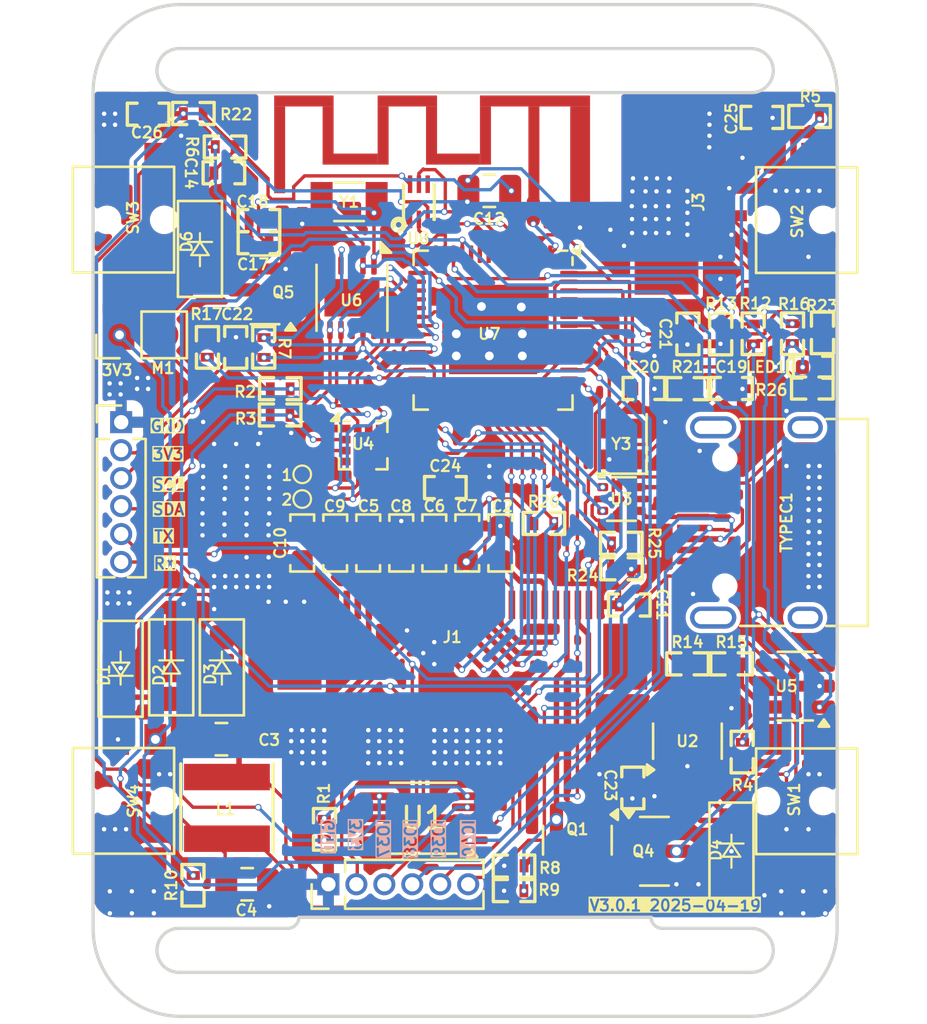
<source format=kicad_pcb>
(kicad_pcb (version 20240108) (generator "pcbnew") (generator_version "8.0")
  (layers (0 "F.Cu" signal) (31 "B.Cu" signal) (34 "B.Paste" user) (35 "F.Paste" user) (36 "B.SilkS" user "B.Silkscreen") (37 "F.SilkS" user "F.Silkscreen") (38 "B.Mask" user) (39 "F.Mask" user) (44 "Edge.Cuts" user))
  (net 0 "")
  (net 1 "GND")
  (net 2 "EN")
  (net 3 "+3V3")
  (net 4 "PREVGH")
  (net 5 "PREVGL")
  (net 6 "VBUS")
  (net 7 "BUSY")
  (net 8 "RES")
  (net 9 "DC")
  (net 10 "MOSI")
  (net 11 "SCK")
  (net 12 "SS")
  (net 13 "Net-(J1-Pin_5)")
  (net 14 "RESE")
  (net 15 "GDR")
  (net 16 "Net-(D3-A)")
  (net 17 "Net-(D1-K)")
  (net 18 "Net-(J1-Pin_18)")
  (net 19 "Net-(J1-Pin_20)")
  (net 20 "SDA")
  (net 21 "SCL")
  (net 22 "BTN_1")
  (net 23 "BTN_2")
  (net 24 "BTN_3")
  (net 25 "Net-(J1-Pin_22)")
  (net 26 "+BATT")
  (net 27 "Net-(J1-Pin_24)")
  (net 28 "BTN_4")
  (net 29 "ADC")
  (net 30 "RTC_INT")
  (net 31 "VIB_PWM")
  (net 32 "Net-(D6-A)")
  (net 33 "Net-(D4-K)")
  (net 34 "ACC_INT_2")
  (net 35 "ACC_INT_1")
  (net 41 "Net-(Q5-B)")
  (net 42 "Net-(U5-PROG)")
  (net 43 "Net-(LED1-A)")
  (net 48 "/32K_P")
  (net 49 "/32K_N")
  (net 51 "Net-(AE2-FEED)")
  (net 56 "/40M_P")
  (net 57 "/40M_N")
  (net 58 "STAT")
  (net 59 "DN")
  (net 60 "DP")
  (net 61 "USB_D-")
  (net 62 "USB_D+")
  (net 63 "IO40")
  (net 65 "IO37")
  (net 68 "IO39")
  (net 72 "IO38")
  (net 76 "USB_DET")
  (net 80 "Net-(U7-XTAL_P)")
  (net 87 "RX")
  (net 88 "TX")
  (net 93 "Net-(U1-~{CTS})")
  (net 94 "Net-(LED1-K)")
  (footprint "Package_TO_SOT_SMD:SOT-23" (layer "F.Cu") (at 94.2 108.61)
    (property "Reference" "Q4")
    (property "Value" "CJ2301")
  )
  (footprint "Package_TO_SOT_SMD:SOT-23" (layer "F.Cu") (at 76.51 83.11 180)
    (property "Reference" "Q5")
    (property "Value" "S8050")
  )
  (footprint "Watchy:R0402-Frame" (layer "F.Cu") (at 97.2 85.11 -90)
    (property "Reference" "R13")
    (property "Value" "100K" (hide yes))
  )
  (footprint "Watchy:R0402-Frame" (layer "F.Cu") (at 95.7 100.11)
    (property "Reference" "R14")
    (property "Value" "10K" (hide yes))
  )
  (footprint "Package_TO_SOT_SMD:SOT-23" (layer "F.Cu") (at 90.7 108.11 -90)
    (property "Reference" "Q1")
    (property "Value" "AO3400A")
  )
  (footprint "Watchy:Inductors_Inductor_Taiyo-Yuden_NR-40xx" (layer "F.Cu") (at 75.03 106.64 -90)
    (property "Reference" "L1")
    (property "Value" "10uH 1A")
  )
  (footprint "Watchy:R0402-Frame" (layer "F.Cu") (at 73.882731 85.718148 -90)
    (property "Reference" "R17")
    (property "Value" "1K" (hide yes))
  )
  (footprint "Watchy:D_SOD-123F" (layer "F.Cu") (at 74.55 100.29 -90)
    (property "Reference" "D3")
    (property "Value" "MBR0530")
  )
  (footprint "Watchy:R0402-Frame" (layer "F.Cu") (at 73.25 110.16 90)
    (property "Reference" "R10")
    (property "Value" "100K" (hide yes))
  )
  (footprint "Watchy:C_0805_2012Metric" (layer "F.Cu") (at 86.7 78.61 180)
    (property "Reference" "C12")
    (property "Value" "4.7uF/50V")
  )
  (footprint "Watchy:R0402-Frame" (layer "F.Cu") (at 100.462392 85.095413 -90)
    (property "Reference" "R16")
    (property "Value" "100K" (hide yes))
  )
  (footprint "Watchy:R0402-Frame" (layer "F.Cu") (at 98.7 85.11 90)
    (property "Reference" "R12")
    (property "Value" "100K" (hide yes))
  )
  (footprint "Watchy:K2-1114SA-A4SW-06" (layer "F.Cu") (at 70.63 106.33 90)
    (property "Reference" "SW4")
    (property "Value" "BTN")
  )
  (footprint "Watchy:K2-1114SA-A4SW-06" (layer "F.Cu") (at 100.57 106.33 -90)
    (property "Reference" "SW1")
    (property "Value" "BTN")
  )
  (footprint "Watchy:R0402-Frame" (layer "F.Cu") (at 87.820435 110.406891)
    (property "Reference" "R9")
    (property "Value" "3" (hide yes))
  )
  (footprint "Watchy:D_SOD-123F" (layer "F.Cu") (at 72.25 100.29 -90)
    (property "Reference" "D2")
    (property "Value" "MBR0530")
  )
  (footprint "Watchy:C_0805_2012Metric" (layer "F.Cu") (at 74.53 103.52)
    (property "Reference" "C3")
    (property "Value" "4.7uF/50V")
  )
  (footprint "Watchy:R0402-Frame" (layer "F.Cu") (at 101.254244 75.219126 180)
    (property "Reference" "R5")
    (property "Value" "100K" (hide yes))
  )
  (footprint "Watchy:C_0805_2012Metric" (layer "F.Cu") (at 75.7 110.11)
    (property "Reference" "C4")
    (property "Value" "4.7uF/50V")
  )
  (footprint "Watchy:D_SOD-123F" (layer "F.Cu") (at 97.7 108.61 -90)
    (property "Reference" "D4")
    (property "Value" "MBR0530")
  )
  (footprint "Package_TO_SOT_SMD:SOT-23-5" (layer "F.Cu") (at 100.6 101.11 180)
    (property "Reference" "U5")
    (property "Value" "TP4054")
  )
  (footprint "Watchy:R0402-Frame" (layer "F.Cu") (at 77.19282 88.802553)
    (property "Reference" "R3")
    (property "Value" "4.7K" (hide yes))
  )
  (footprint "Watchy:R0402-Frame" (layer "F.Cu") (at 87.827832 109.270081 180)
    (property "Reference" "R8")
    (property "Value" "10K" (hide yes))
  )
  (footprint "Watchy:R0402-Frame" (layer "F.Cu") (at 98.2 104.11 90)
    (property "Reference" "R4")
    (property "Value" "100K" (hide yes))
  )
  (footprint "Watchy:1.25T-2PWT (Molex 532610271)" (layer "F.Cu") (at 94.7 79.119 90)
    (property "Reference" "J3")
    (property "Value" "Battery")
  )
  (footprint "Watchy:D_SOD-123F" (layer "F.Cu") (at 69.95 100.29 90)
    (property "Reference" "D1")
    (property "Value" "MBR0530")
  )
  (footprint "Package_TO_SOT_SMD:SOT-23-5" (layer "F.Cu") (at 95.7 103.61 90)
    (property "Reference" "U2")
    (property "Value" "ME6211C33M5G-N")
  )
  (footprint "Watchy:K2-1114SA-A4SW-06" (layer "F.Cu") (at 100.57 79.93 -90)
    (property "Reference" "SW2")
    (property "Value" "BTN")
  )
  (footprint "Watchy:K2-1114SA-A4SW-06" (layer "F.Cu") (at 70.63 79.93 90)
    (property "Reference" "SW3")
    (property "Value" "BTN")
  )
  (footprint "Watchy:24_Pins_0.5mm_Pitch_ZIF_Connector_UP" (layer "F.Cu") (at 85.475 99.77)
    (property "Reference" "J1")
    (property "Value" "FPC24(0.5MM)")
  )
  (footprint "Watchy:R0402-Frame" (layer "F.Cu") (at 77.2 87.61)
    (property "Reference" "R2")
    (property "Value" "4.7K" (hide yes))
  )
  (footprint "Watchy:R0402-Frame" (layer "F.Cu") (at 74.7 76.61 180)
    (property "Reference" "R6")
    (property "Value" "100K" (hide yes))
  )
  (footprint "Watchy:D_SOD-123F" (layer "F.Cu") (at 73.55432 81.283203 -90)
    (property "Reference" "D6")
    (property "Value" "1N4001")
  )
  (footprint "Watchy:Motor_Header" (layer "F.Cu") (at 69.9 85.155 90)
    (property "Reference" "M1")
    (property "Value" "Vibration_Motor")
  )
  (footprint "Watchy:R0402-Frame" (layer "F.Cu") (at 76.462392 85.728574 90)
    (property "Reference" "R7")
    (property "Value" "10K" (hide yes))
  )
  (footprint "Crystal:Crystal_SMD_3215-2Pin_3.2x1.5mm" (layer "F.Cu") (at 80.33 79.11)
    (property "Reference" "Y1")
    (property "Value" "32.768KHz")
  )
  (footprint "Package_LGA:LGA-12_2x2mm_P0.5mm" (layer "F.Cu") (at 80.97 90.16)
    (property "Reference" "U4")
    (property "Value" "BMA423")
  )
  (footprint "Package_DFN_QFN:DFN-10-1EP_3x3mm_P0.5mm_EP1.7x2.5mm" (layer "F.Cu") (at 80.46 83.47 -90)
    (property "Reference" "U6")
    (property "Value" "PCF8563BS")
  )
  (footprint "Watchy:R0402-Frame" (layer "F.Cu") (at 97.7 100.11)
    (property "Reference" "R15")
    (property "Value" "10K" (hide yes))
  )
  (footprint "Watchy:C0603-Frame" (layer "F.Cu") (at 87.2 94.61 90)
    (property "Reference" "C2")
    (property "Value" "1uF/50V")
  )
  (footprint "Watchy:C0603-Frame" (layer "F.Cu") (at 81.2 94.61 90)
    (property "Reference" "C5")
    (property "Value" "1uF/50V")
  )
  (footprint "Watchy:C0603-Frame" (layer "F.Cu") (at 84.2 94.61 90)
    (property "Reference" "C6")
    (property "Value" "1uF/50V")
  )
  (footprint "Watchy:C0603-Frame" (layer "F.Cu") (at 85.7 94.61 90)
    (property "Reference" "C7")
    (property "Value" "1uF/50V")
  )
  (footprint "Watchy:C0603-Frame" (layer "F.Cu") (at 82.7 94.61 90)
    (property "Reference" "C8")
    (property "Value" "1uF/50V")
  )
  (footprint "Watchy:C0603-Frame" (layer "F.Cu") (at 79.7 94.61 90)
    (property "Reference" "C9")
    (property "Value" "1uF/50V")
  )
  (footprint "Watchy:C0603-Frame" (layer "F.Cu") (at 78.2 94.61 90)
    (property "Reference" "C10")
    (property "Value" "1uF/50V")
  )
  (footprint "Watchy:C0402-Frame" (layer "F.Cu") (at 74.64096 77.811196)
    (property "Reference" "C14")
    (property "Value" "100nF" (hide yes))
  )
  (footprint "Watchy:R0402-Frame" (layer "F.Cu") (at 89.176657 93.729164)
    (property "Reference" "R20")
    (property "Value" "100K" (hide yes))
  )
  (footprint "Watchy:R0402-Frame" (layer "F.Cu") (at 101.369295 87.580552)
    (property "Reference" "R26")
    (property "Value" "1K" (hide yes))
  )
  (footprint "Watchy:R0402-Frame" (layer "F.Cu") (at 92.7 94.61 180)
    (property "Reference" "R24")
    (property "Value" "51K" (hide yes))
  )
  (footprint "Watchy:R0402-Frame" (layer "F.Cu") (at 79.2 107.61 -90)
    (property "Reference" "R1")
    (property "Value" "10K" (hide yes))
  )
  (footprint "Watchy:R0402-Frame" (layer "F.Cu") (at 95.7 87.61)
    (property "Reference" "R21")
    (property "Value" "1M" (hide yes))
  )
  (footprint "Watchy:UDFN-6_L1.6-W1.3-P0.40-TL" (layer "F.Cu") (at 83.500507 79.11 90)
    (property "Reference" "U8")
    (property "Value" "SR2HARU" (hide yes))
  )
  (footprint "Connector_PinHeader_1.27mm:PinHeader_1x06_P1.27mm_Vertical" (layer "F.Cu") (at 69.976711 89.121788)
    (property "Reference" "J5" (hide yes))
    (property "Value" "Conn_01x06")
  )
  (footprint "Watchy:C0402-Frame" (layer "F.Cu") (at 75.2 85.724949 90)
    (property "Reference" "C22")
    (property "Value" "1uF" (hide yes))
  )
  (footprint "Watchy:C0402-Frame" (layer "F.Cu") (at 93.057812 97.404114 180)
    (property "Reference" "C11")
    (property "Value" "100nF" (hide yes))
  )
  (footprint "Watchy:C0402-Frame" (layer "F.Cu") (at 76.236362 79.943027 180)
    (property "Reference" "C18")
    (property "Value" "10pF" (hide yes))
  )
  (footprint "Watchy:R0402-Frame" (layer "F.Cu") (at 73.25 75.11)
    (property "Reference" "R22")
    (property "Value" "10k" (hide yes))
  )
  (footprint "Watchy:C0402-Frame" (layer "F.Cu") (at 71.2 75.11 180)
    (property "Reference" "C26")
    (property "Value" "1uF" (hide yes))
  )
  (footprint "Watchy:C0402-Frame" (layer "F.Cu") (at 95.7 85.11 -90)
    (property "Reference" "C21")
    (property "Value" "10uF" (hide yes))
  )
  (footprint "Watchy:C0402-Frame" (layer "F.Cu") (at 93.2 105.731927 -90)
    (property "Reference" "C23")
    (property "Value" "100nF" (hide yes))
  )
  (footprint "Connector_USB:USB_C_Receptacle_HRO_TYPE-C-31-M-12" (layer "F.Cu") (at 100 93.675 90)
    (property "Reference" "TYPEC1")
    (property "Value" "USB_C_Receptacle_USB2.0_14P")
  )
  (footprint "Crystal:Crystal_SMD_2016-4Pin_2.0x1.6mm" (layer "F.Cu") (at 92.7 90.11 90)
    (property "Reference" "Y3")
    (property "Value" "40MHZ")
  )
  (footprint "Watchy:TestPoint_Pad_D0.5mm" (layer "F.Cu") (at 78.2 91.489065)
    (property "Reference" "ACC_INT_1" (hide yes))
    (property "Value" "ACC_INT_1")
  )
  (footprint "Watchy:R0402-Frame" (layer "F.Cu") (at 101.846827 85.06716 90)
    (property "Reference" "R23")
    (property "Value" "51K" (hide yes))
  )
  (footprint "Watchy:SWRA117D" (layer "F.Cu") (at 74.255 79.18)
    (property "Reference" "AE2" (hide yes))
    (property "Value" "SWRA117D" (hide yes))
  )
  (footprint "Watchy:LED_0402_1005Metric" (layer "F.Cu") (at 101.408778 86.61509)
    (property "Reference" "LED1")
    (property "Value" "LED")
  )
  (footprint "Package_SO:MSOP-10_3x3mm_P0.5mm" (layer "F.Cu") (at 83.7 107.11 180)
    (property "Reference" "U1")
    (property "Value" "CH340X")
  )
  (footprint "Watchy:R0402-Frame" (layer "F.Cu") (at 92.7 95.79)
    (property "Reference" "R25")
    (property "Value" "100K" (hide yes))
  )
  (footprint "Watchy:C0402-Frame" (layer "F.Cu") (at 93.72 87.61)
    (property "Reference" "C20")
    (property "Value" "26pF" (hide yes))
  )
  (footprint "Package_TO_SOT_SMD:SOT-666" (layer "F.Cu") (at 92.7 92.61)
    (property "Reference" "U3")
    (property "Value" "USBLC6-2P6")
  )
  (footprint "Package_DFN_QFN:QFN-56-1EP_7x7mm_P0.4mm_EP4x4mm" (layer "F.Cu") (at 86.87 84.94 -90)
    (property "Reference" "U7")
    (property "Value" "ESP32-S3")
  )
  (footprint "Watchy:C0402-Frame" (layer "F.Cu") (at 76.236362 80.946036 180)
    (property "Reference" "C17")
    (property "Value" "10pF" (hide yes))
  )
  (footprint "Watchy:TestPoint_Pad_D0.5mm" (layer "F.Cu") (at 78.2 92.61)
    (property "Reference" "ACC_INT_2" (hide yes))
    (property "Value" "ACC_INT_2")
  )
  (footprint "Connector_PinHeader_1.27mm:PinHeader_1x06_P1.27mm_Vertical" (layer "F.Cu") (at 79.39 110.11 90)
    (property "Reference" "J2" (hide yes))
    (property "Value" "Conn_01x06")
  )
  (footprint "Watchy:C0402-Frame" (layer "F.Cu") (at 84.7 92.11)
    (property "Reference" "C24")
    (property "Value" "1uF" (hide yes))
  )
  (footprint "Watchy:C0402-Frame" (layer "F.Cu") (at 97.7 87.61)
    (property "Reference" "C19")
    (property "Value" "26pF" (hide yes))
  )
  (footprint "Watchy:C0402-Frame" (layer "F.Cu") (at 99.081849 75.298376)
    (property "Reference" "C25")
    (property "Value" "100nF" (hide yes))
  )
  (gr_arc (start 72.6 74.15) (mid 71.892893 73.857107) (end 71.6 73.15) (stroke (width 0.15)) (layer "Edge.Cuts"))
  (gr_arc (start 71.6 113.11) (mid 71.892893 112.402893) (end 72.6 112.11) (stroke (width 0.15)) (layer "Edge.Cuts"))
  (gr_arc (start 98.6 112.11) (mid 99.307107 112.402893) (end 99.6 113.11) (stroke (width 0.15)) (layer "Edge.Cuts"))
  (gr_arc (start 99.6 73.15) (mid 99.307107 73.857107) (end 98.6 74.15) (stroke (width 0.15)) (layer "Edge.Cuts"))
  (gr_line (start 98.6 74.15) (end 72.6 74.15) (stroke (width 0.15)) (layer "Edge.Cuts"))
  (gr_line (start 72.6 72.15) (end 98.6 72.15) (stroke (width 0.15)) (layer "Edge.Cuts"))
  (gr_arc (start 102.5 112.11) (mid 101.328427 114.938427) (end 98.5 116.11) (stroke (width 0.15)) (layer "Edge.Cuts"))
  (gr_arc (start 72.7 116.11) (mid 69.871573 114.938427) (end 68.7 112.11) (stroke (width 0.15)) (layer "Edge.Cuts"))
  (gr_arc (start 98.5 70.15) (mid 101.328427 71.321573) (end 102.5 74.15) (stroke (width 0.15)) (layer "Edge.Cuts"))
  (gr_line (start 102.5 112.11) (end 102.5 74.15) (stroke (width 0.15)) (layer "Edge.Cuts"))
  (gr_arc (start 78.05 111.61) (mid 77.903553 111.963553) (end 77.55 112.11) (stroke (width 0.15)) (layer "Edge.Cuts"))
  (gr_arc (start 94.55 112.11) (mid 94.196447 111.963553) (end 94.05 111.61) (stroke (width 0.15)) (layer "Edge.Cuts"))
  (gr_line (start 98.6 112.11) (end 94.55 112.11) (stroke (width 0.15)) (layer "Edge.Cuts"))
  (gr_line (start 78.05 111.61) (end 94.05 111.61) (stroke (width 0.15)) (layer "Edge.Cuts"))
  (gr_line (start 68.7 112.11) (end 68.7 74.15) (stroke (width 0.15)) (layer "Edge.Cuts"))
  (gr_line (start 72.6 112.11) (end 77.55 112.11) (stroke (width 0.15)) (layer "Edge.Cuts"))
  (gr_arc (start 98.6 72.15) (mid 99.307107 72.442893) (end 99.6 73.15) (stroke (width 0.15)) (layer "Edge.Cuts"))
  (gr_arc (start 99.6 113.11) (mid 99.307107 113.817107) (end 98.6 114.11) (stroke (width 0.15)) (layer "Edge.Cuts"))
  (gr_arc (start 71.6 73.15) (mid 71.892893 72.442893) (end 72.6 72.15) (stroke (width 0.15)) (layer "Edge.Cuts"))
  (gr_line (start 98.6 114.11) (end 72.6 114.11) (stroke (width 0.15)) (layer "Edge.Cuts"))
  (gr_arc (start 68.7 74.15) (mid 69.871573 71.321573) (end 72.7 70.15) (stroke (width 0.15)) (layer "Edge.Cuts"))
  (gr_line (start 72.7 116.11) (end 98.5 116.11) (stroke (width 0.15)) (layer "Edge.Cuts"))
  (gr_arc (start 72.6 114.11) (mid 71.892893 113.817107) (end 71.6 113.11) (stroke (width 0.15)) (layer "Edge.Cuts"))
  (gr_line (start 98.5 70.15) (end 72.7 70.15) (stroke (width 0.15)) (layer "Edge.Cuts"))
  (gr_text "IO37" (at 82.2 107.11 90) (layer "B.SilkS" knockout) (effects (font (size 0.5 0.5) (thickness 0.1) (bold yes)) (justify left bottom mirror)))
  (gr_text "IO40" (at 85.466658 107.11 90) (layer "B.SilkS" knockout) (effects (font (size 0.5 0.5) (thickness 0.1) (bold yes)) (justify left top mirror)))
  (gr_text "IO39" (at 84.7 107.11 90) (layer "B.SilkS" knockout) (effects (font (size 0.5 0.5) (thickness 0.1) (bold yes)) (justify left bottom mirror)))
  (gr_text "3V3" (at 80.937173 107.11 90) (layer "B.SilkS" knockout) (effects (font (size 0.5 0.5) (thickness 0.1) (bold yes)) (justify left bottom mirror)))
  (gr_text "IO38" (at 83.422269 107.11 90) (layer "B.SilkS" knockout) (effects (font (size 0.5 0.5) (thickness 0.1) (bold yes)) (justify left bottom mirror)))
  (gr_text "GND" (at 79.7 107.11 90) (layer "B.SilkS" knockout) (effects (font (size 0.5 0.5) (thickness 0.1) (bold yes)) (justify left bottom mirror)))
  (gr_text "3V3" (at 69.034345 87.048613 0) (layer "F.SilkS") (effects (font (size 0.5 0.5) (thickness 0.1) (bold yes)) (justify left bottom)))
  (gr_text "1" (at 77.2 91.814918 0) (layer "F.SilkS") (effects (font (size 0.5 0.5) (thickness 0.1) (bold yes)) (justify left bottom)))
  (gr_text "TX" (at 71.41718 94.597456 0) (layer "F.SilkS" knockout) (effects (font (size 0.5 0.5) (thickness 0.1) (bold yes)) (justify left bottom)))
  (gr_text "2" (at 77.2 92.935853 0) (layer "F.SilkS") (effects (font (size 0.5 0.5) (thickness 0.1) (bold yes)) (justify left bottom)))
  (gr_text "SCL" (at 71.352998 92.251029 0) (layer "F.SilkS" knockout) (effects (font (size 0.5 0.5) (thickness 0.1) (bold yes)) (justify left bottom)))
  (gr_text "RX" (at 71.395414 95.836163 0) (layer "F.SilkS" knockout) (effects (font (size 0.5 0.5) (thickness 0.1) (bold yes)) (justify left bottom)))
  (gr_text "SDA" (at 71.352998 93.378575 0) (layer "F.SilkS" knockout) (effects (font (size 0.5 0.5) (thickness 0.1) (bold yes)) (justify left bottom)))
  (gr_text "3V3" (at 71.352998 90.872221 0) (layer "F.SilkS" knockout) (effects (font (size 0.5 0.5) (thickness 0.1) (bold yes)) (justify left bottom)))
  (gr_text "V3.0.1 2025-04-19" (at 91.2 111.366457 0) (layer "F.SilkS" knockout) (effects (font (size 0.5 0.5) (thickness 0.1) (bold yes)) (justify left bottom)))
  (gr_text "GND" (at 71.253639 89.589804 0) (layer "F.SilkS" knockout) (effects (font (size 0.5 0.5) (thickness 0.1) (bold yes)) (justify left bottom)))
  (segment (start 87.725 97.42) (end 87.725 96.6176) (width 0.1524) (layer "F.Cu") (net 1))
  (segment (start 69.83 77.13) (end 70.85 76.11) (width 0.1524) (layer "F.Cu") (net 1))
  (segment (start 90.825 79.43) (end 90.825 80.275) (width 0.9) (layer "F.Cu") (net 1))
  (segment (start 92.2262 90.1314) (end 93.899738 90.1314) (width 0.1524) (layer "F.Cu") (net 1))
  (segment (start 70.85 76.11) (end 72.7 76.11) (width 0.1524) (layer "F.Cu") (net 1))
  (segment (start 86.4964 94.5386) (end 87.2 93.835) (width 0.1524) (layer "F.Cu") (net 1))
  (segment (start 73.05 97.61) (end 72.815 97.375) (width 0.1524) (layer "F.Cu") (net 1))
  (segment (start 91.7 96.61) (end 91.7 93.5737) (width 0.1524) (layer "F.Cu") (net 1))
  (segment (start 87.2 93.835) (end 78.2 93.835) (width 0.25) (layer "F.Cu") (net 1))
  (segment (start 91.7 96.61) (end 91.2 96.11) (width 0.25) (layer "F.Cu") (net 1))
  (segment (start 76.7 110.16) (end 76.65 110.11) (width 0.1524) (layer "F.Cu") (net 1))
  (segment (start 92.2 80.38) (end 90.92 80.38) (width 0.25) (layer "F.Cu") (net 1))
  (segment (start 82.45 80.36) (end 82.650507 80.36) (width 0.1524) (layer "F.Cu") (net 1))
  (segment (start 77.9 89.41) (end 80.2075 89.41) (width 0.1524) (layer "F.Cu") (net 1))
  (segment (start 91.7 93.5737) (end 91.56773 93.5737) (width 0.1524) (layer "F.Cu") (net 1))
  (segment (start 82.7 90.11) (end 82.5 89.91) (width 0.1524) (layer "F.Cu") (net 1))
  (segment (start 90.825 80.275) (end 90.82 80.28) (width 0.9) (layer "F.Cu") (net 1))
  (segment (start 92.099999 92.61) (end 91.775 92.61) (width 0.1524) (layer "F.Cu") (net 1))
  (segment (start 82.4 90.41) (end 82.7 90.11) (width 0.1524) (layer "F.Cu") (net 1))
  (segment (start 95.70815 85.556375) (end 97.196375 85.556375) (width 0.1524) (layer "F.Cu") (net 1))
  (segment (start 82.5 89.91) (end 81.7325 89.91) (width 0.1524) (layer "F.Cu") (net 1))
  (segment (start 92.7 96.61) (end 93.15 96.16) (width 0.25) (layer "F.Cu") (net 1))
  (segment (start 75.19185 85.261213) (end 75.197758 85.261213) (width 0.1524) (layer "F.Cu") (net 1))
  (segment (start 78.2 108.92) (end 79.39 110.11) (width 0.1524) (layer "F.Cu") (net 1))
  (segment (start 86.4964 95.896922) (end 86.4964 94.5386) (width 0.1524) (layer "F.Cu") (net 1))
  (segment (start 92.15 90.81) (end 92.15 90.2076) (width 0.1524) (layer "F.Cu") (net 1))
  (segment (start 78.2 80.11) (end 78.2 80.7475) (width 0.1524) (layer "F.Cu") (net 1))
  (segment (start 83.225 98.315) (end 82.96 98.58) (width 0.25) (layer "F.Cu") (net 1))
  (segment (start 87.2174 96.11) (end 86.709478 96.11) (width 0.1524) (layer "F.Cu") (net 1))
  (segment (start 96.255 90.425) (end 95.955 90.425) (width 0.25) (layer "F.Cu") (net 1))
  (segment (start 81.372235 90.41) (end 81.7325 90.41) (width 0.1524) (layer "F.Cu") (net 1))
  (segment (start 92.15 90.2076) (end 92.2262 90.1314) (width 0.1524) (layer "F.Cu") (net 1))
  (segment (start 82.650507 80.36) (end 83.100507 79.91) (width 0.1524) (layer "F.Cu") (net 1))
  (segment (start 97.196375 85.556375) (end 97.2 85.56) (width 0.1524) (layer "F.Cu") (net 1))
  (segment (start 91.067304 80.28) (end 90.82 80.28) (width 0.25) (layer "F.Cu") (net 1))
  (segment (start 76.7 111.11) (end 76.7 110.16) (width 0.1524) (layer "F.Cu") (net 1))
  (segment (start 91.3714 92.91763) (end 91.67903 92.61) (width 0.1524) (layer "F.Cu") (net 1))
  (segment (start 91.2 96.11) (end 89.475 96.11) (width 0.25) (layer "F.Cu") (net 1))
  (segment (start 94.7 89.331138) (end 94.7 89.11) (width 0.1524) (layer "F.Cu") (net 1))
  (segment (start 72.25 97.94) (end 72.25 98.64) (width 0.25) (layer "F.Cu") (net 1))
  (segment (start 77.7 89.61) (end 77.9 89.41) (width 0.1524) (layer "F.Cu") (net 1))
  (segment (start 92.611437 96.698563) (end 92.7 96.61) (width 0.1524) (layer "F.Cu") (net 1))
  (segment (start 81.7325 90.41) (end 82.4 90.41) (width 0.1524) (layer "F.Cu") (net 1))
  (segment (start 93.899738 90.1314) (end 94.7 89.331138) (width 0.1524) (layer "F.Cu") (net 1))
  (segment (start 74.2 97.61) (end 73.05 97.61) (width 0.1524) (layer "F.Cu") (net 1))
  (segment (start 86.709478 96.11) (end 86.4964 95.896922) (width 0.1524) (layer "F.Cu") (net 1))
  (segment (start 91.56773 93.5737) (end 91.3714 93.37737) (width 0.1524) (layer "F.Cu") (net 1))
  (segment (start 78.2 80.7475) (end 79.46 82.0075) (width 0.1524) (layer "F.Cu") (net 1))
  (segment (start 72.815 97.375) (end 72.25 97.94) (width 0.25) (layer "F.Cu") (net 1))
  (segment (start 92.611437 97.412264) (end 92.611437 96.698563) (width 0.1524) (layer "F.Cu") (net 1))
  (segment (start 91.3714 93.37737) (end 91.3714 92.91763) (width 0.1524) (layer "F.Cu") (net 1))
  (segment (start 91.67903 92.61) (end 91.7 92.61) (width 0.1524) (layer "F.Cu") (net 1))
  (segment (start 81.081844 90.119609) (end 81.372235 90.41) (width 0.1524) (layer "F.Cu") (net 1))
  (segment (start 93.15 96.16) (end 93.15 95.79) (width 0.25) (layer "F.Cu") (net 1))
  (segment (start 78.2 104.61) (end 78.2 108.92) (width 0.1524) (layer "F.Cu") (net 1))
  (segment (start 101.37 82.73) (end 101.37 82.72) (width 0.1524) (layer "F.Cu") (net 1))
  (segment (start 90.92 80.38) (end 90.82 80.28) (width 0.25) (layer "F.Cu") (net 1))
  (segment (start 91.7 96.61) (end 92.7 96.61) (width 0.25) (layer "F.Cu") (net 1))
  (segment (start 87.725 96.92) (end 87.725 97.82) (width 0.25) (layer "F.Cu") (net 1))
  (segment (start 92.15 90.81) (end 92.3286 90.9886) (width 0.1524) (layer "F.Cu") (net 1))
  (segment (start 92.3286 92.381399) (end 92.099999 92.61) (width 0.1524) (layer "F.Cu") (net 1))
  (segment (start 87.725 96.6176) (end 87.2174 96.11) (width 0.1524) (layer "F.Cu") (net 1))
  (segment (start 83.225 97.42) (end 83.225 98.315) (width 0.25) (layer "F.Cu") (net 1))
  (segment (start 89.475 96.11) (end 87.2 93.835) (width 0.25) (layer "F.Cu") (net 1))
  (segment (start 92.3286 90.9886) (end 92.3286 92.381399) (width 0.1524) (layer "F.Cu") (net 1))
  (via (at 92.2 80.38) (size 0.3) (drill 0.2) (layers "F.Cu" "B.Cu") (net 1))
  (via (at 92.82 81.11) (size 0.3) (drill 0.2) (layers "F.Cu" "B.Cu") (net 1))
  (via (at 74.67 92.61) (size 0.3) (drill 0.2) (layers "F.Cu" "B.Cu") (net 1))
  (via (at 73.67 92.61) (size 0.3) (drill 0.2) (layers "F.Cu" "B.Cu") (net 1))
  (via (at 75.67 93.26) (size 0.3) (drill 0.2) (layers "F.Cu" "B.Cu") (net 1))
  (via (at 73.67 93.26) (size 0.3) (drill 0.2) (layers "F.Cu" "B.Cu") (net 1))
  (via (at 74.67 93.26) (size 0.3) (drill 0.2) (layers "F.Cu" "B.Cu") (net 1))
  (via (at 73.67 94.26) (size 0.3) (drill 0.2) (layers "F.Cu" "B.Cu") (net 1))
  (via (at 74.67 94.26) (size 0.3) (drill 0.2) (layers "F.Cu" "B.Cu") (net 1))
  (via (at 75.67 94.26) (size 0.3) (drill 0.2) (layers "F.Cu" "B.Cu") (net 1))
  (via (at 76.67 94.26) (size 0.3) (drill 0.2) (layers "F.Cu" "B.Cu") (net 1))
  (via (at 76.67 95.26) (size 0.3) (drill 0.2) (layers "F.Cu" "B.Cu") (net 1))
  (via (at 75.67 95.26) (size 0.3) (drill 0.2) (layers "F.Cu" "B.Cu") (net 1))
  (via (at 76.2 96.11) (size 0.3) (drill 0.2) (layers "F.Cu" "B.Cu") (net 1))
  (via (at 75.2 96.11) (size 0.3) (drill 0.2) (layers "F.Cu" "B.Cu") (net 1))
  (via (at 72.815 97.375) (size 0.3) (drill 0.2) (layers "F.Cu" "B.Cu") (net 1))
  (via (at 76.67 97.277226) (size 0.3) (drill 0.2) (layers "F.Cu" "B.Cu") (net 1))
  (via (at 78.2 103.61) (size 0.3) (drill 0.2) (layers "F.Cu" "B.Cu") (net 1))
  (via (at 78.7 103.61) (size 0.3) (drill 0.2) (layers "F.Cu" "B.Cu") (net 1))
  (via (at 82.96 98.58) (size 0.3) (drill 0.2) (layers "F.Cu" "B.Cu") (net 1))
  (via (at 99.96 110.43) (size 0.3) (drill 0.2) (layers "F.Cu" "B.Cu") (net 1))
  (via (at 99.96 111.43) (size 0.3) (drill 0.2) (layers "F.Cu" "B.Cu") (net 1))
  (via (at 100.96 111.43) (size 0.3) (drill 0.2) (layers "F.Cu" "B.Cu") (net 1))
  (via (at 78.2 104.11) (size 0.3) (drill 0.2) (layers "F.Cu" "B.Cu") (net 1))
  (via (at 71.46 110.43) (size 0.3) (drill 0.2) (layers "F.Cu" "B.Cu") (net 1))
  (via (at 70.46 110.43) (size 0.3) (drill 0.2) (layers "F.Cu" "B.Cu") (net 1))
  (via (at 69.46 110.43) (size 0.3) (drill 0.2) (layers "F.Cu" "B.Cu") (net 1))
  (via (at 71.46 111.43) (size 0.3) (drill 0.2) (layers "F.Cu" "B.Cu") (net 1))
  (via (at 70.46 111.43) (size 0.3) (drill 0.2) (layers "F.Cu" "B.Cu") (net 1))
  (via (at 69.46 111.43) (size 0.3) (drill 0.2) (layers "F.Cu" "B.Cu") (net 1))
  (via (at 75.67 92.61) (size 0.3) (drill 0.2) (layers "F.Cu" "B.Cu") (net 1))
  (via (at 100.96 110.43) (size 0.3) (drill 0.2) (layers "F.Cu" "B.Cu") (net 1))
  (via (at 101.96 111.43) (size 0.3) (drill 0.2) (layers "F.Cu" "B.Cu") (net 1))
  (via (at 101.96 110.43) (size 0.3) (drill 0.2) (layers "F.Cu" "B.Cu") (net 1))
  (via (at 76.2926 89.61) (size 0.3) (drill 0.2) (layers "F.Cu" "B.Cu") (net 1))
  (via (at 77.7 89.61) (size 0.3) (drill 0.2) (layers "F.Cu" "B.Cu") (net 1))
  (via (at 69.84939 96.851578) (size 0.3) (drill 0.2) (layers "F.Cu" "B.Cu") (net 1))
  (via (at 70.34939 96.851578) (size 0.3) (drill 0.2) (layers "F.Cu" "B.Cu") (net 1))
  (via (at 81.2 104.11) (size 0.3) (drill 0.2) (layers "F.Cu" "B.Cu") (net 1))
  (via (at 93.171293 79.308762) (size 0.3) (drill 0.2) (layers "F.Cu" "B.Cu") (net 1))
  (via (at 101.2 94.61) (size 0.3) (drill 0.2) (layers "F.Cu" "B.Cu") (net 1))
  (via (at 69.7 107.61) (size 0.3) (drill 0.2) (layers "F.Cu" "B.Cu") (net 1))
  (via (at 85.2 104.61) (size 0.3) (drill 0.2) (layers "F.Cu" "B.Cu") (net 1))
  (via (at 74.7 91.11) (size 0.3) (drill 0.2) (layers "F.Cu" "B.Cu") (net 1))
  (via (at 84.2 103.11) (size 0.3) (drill 0.2) (layers "F.Cu" "B.Cu") (net 1))
  (via (at 86.684083 104.108954) (size 0.3) (drill 0.2) (layers "F.Cu" "B.Cu") (net 1))
  (via (at 77.4475 82.16) (size 0.3) (drill 0.2) (layers "F.Cu" "B.Cu") (net 1))
  (via (at 84.2 104.11) (size 0.3) (drill 0.2) (layers "F.Cu" "B.Cu") (net 1))
  (via (at 95.7 80.61) (size 0.3) (drill 0.2) (layers "F.Cu" "B.Cu") (net 1))
  (via (at 76.7 111.11) (size 0.3) (drill 0.2) (layers "F.Cu" "B.Cu") (net 1))
  (via (at 101.7 94.61) (size 0.3) (drill 0.2) (layers "F.Cu" "B.Cu") (net 1))
  (via (at 70.699997 87.61) (size 0.3) (drill 0.2) (layers "F.Cu" "B.Cu") (net 1))
  (via (at 101.2 96.11) (size 0.3) (drill 0.2) (layers "F.Cu" "B.Cu") (net 1))
  (via (at 94.7 89.11) (size 0.3) (drill 0.2) (layers "F.Cu" "B.Cu") (net 1))
  (via (at 86.7 86.11) (size 0.6) (drill 0.4) (layers "F.Cu" "B.Cu") (net 1))
  (via (at 84.7 103.11) (size 0.3) (drill 0.2) (layers "F.Cu" "B.Cu") (net 1))
  (via (at 69.34939 96.851578) (size 0.3) (drill 0.2) (layers "F.Cu" "B.Cu") (net 1))
  (via (at 88.154067 83.888176) (size 0.6) (drill 0.4) (layers "F.Cu" "B.Cu") (net 1))
  (via (at 75.7 91.61) (size 0.3) (drill 0.2) (layers "F.Cu" "B.Cu") (net 1))
  (via (at 91.7 105.11) (size 0.3) (drill 0.2) (layers "F.Cu" "B.Cu") (net 1))
  (via (at 71.7 105.11) (size 0.3) (drill 0.2) (layers "F.Cu" "B.Cu") (net 1))
  (via (at 77.450612 97.277226) (size 0.3) (drill 0.2) (layers "F.Cu" "B.Cu") (net 1))
  (via (at 101.7 91.61) (size 0.3) (drill 0.2) (layers "F.Cu" "B.Cu") (net 1))
  (via (at 75.2 96.61) (size 0.3) (drill 0.2) (layers "F.Cu" "B.Cu") (net 1))
  (via (at 82.7 103.61) (size 0.3) (drill 0.2) (layers "F.Cu" "B.Cu") (net 1))
  (via (at 82.7 104.61) (size 0.3) (drill 0.2) (layers "F.Cu" "B.Cu") (net 1))
  (via (at 78.7 104.61) (size 0.3) (drill 0.2) (layers "F.Cu" "B.Cu") (net 1))
  (via (at 69.2 75.11) (size 0.3) (drill 0.2) (layers "F.Cu" "B.Cu") (net 1))
  (via (at 78.2 104.61) (size 0.3) (drill 0.2) (layers "F.Cu" "B.Cu") (net 1))
  (via (at 69.95 100.29) (size 0.3) (drill 0.2) (layers "F.Cu" "B.Cu") (net 1))
  (via (at 82.7 104.11) (size 0.3) (drill 0.2) (layers "F.Cu" "B.Cu") (net 1))
  (via (at 72.2 105.11) (size 0.3) (drill 0.2) (layers "F.Cu" "B.Cu") (net 1))
  (via (at 93.2 106.211927) (size 0.3) (drill 0.2) (layers "F.Cu" "B.Cu") (net 1))
  (via (at 98.2 87.61) (size 0.3) (drill 0.2) (layers "F.Cu" "B.Cu") (net 1))
  (via (at 70.7 87.11) (size 0.3) (drill 0.2) (layers "F.Cu" "B.Cu") (net 1))
  (via (at 98.2 77.11) (size 0.3) (drill 0.2) (layers "F.Cu" "B.Cu") (net 1))
  (via (at 73.666099 93.765268) (size 0.3) (drill 0.2) (layers "F.Cu" "B.Cu") (net 1))
  (via (at 97.2 85.56) (size 0.3) (drill 0.2) (layers "F.Cu" "B.Cu") (net 1))
  (via (at 94.886771 78.04568) (size 0.3) (drill 0.2) (layers "F.Cu" "B.Cu") (net 1))
  (via (at 79.2 103.11) (size 0.3) (drill 0.2) (layers "F.Cu" "B.Cu") (net 1))
  (via (at 76.7 92.11) (size 0.3) (drill 0.2) (layers "F.Cu" "B.Cu") (net 1))
  (via (at 87.2 104.61) (size 0.3) (drill 0.2) (layers "F.Cu" "B.Cu") (net 1))
  (via (at 76.7 92.61) (size 0.3) (drill 0.2) (layers "F.Cu" "B.Cu") (net 1))
  (via (at 96.255 90.425) (size 0.3) (drill 0.2) (layers "F.Cu" "B.Cu") (net 1))
  (via (at 93.228706 78.04568) (size 0.3) (drill 0.2) (layers "F.Cu" "B.Cu") (net 1))
  (via (at 94.858065 78.634161) (size 0.3) (drill 0.2) (layers "F.Cu" "B.Cu") (net 1))
  (via (at 75.7 96.61) (size 0.3) (drill 0.2) (layers "F.Cu" "B.Cu") (net 1))
  (via (at 73.7 91.61) (size 0.3) (drill 0.2) (layers "F.Cu" "B.Cu") (net 1))
  (via (at 76.2 96.61) (size 0.3) (drill 0.2) (layers "F.Cu" "B.Cu") (net 1))
  (via (at 76.7 91.11) (size 0.3) (drill 0.2) (layers "F.Cu" "B.Cu") (net 1))
  (via (at 74.2 97.61) (size 0.3) (drill 0.2) (layers "F.Cu" "B.Cu") (net 1))
  (via (at 86.684083 103.608954) (size 0.3) (drill 0.2) (layers "F.Cu" "B.Cu") (net 1))
  (via (at 76.666099 93.765268) (size 0.3) (drill 0.2) (layers "F.Cu" "B.Cu") (net 1))
  (via (at 82.2 104.11) (size 0.3) (drill 0.2) (layers "F.Cu" "B.Cu") (net 1))
  (via (at 96.2 110.11) (size 0.3) (drill 0.2) (layers "F.Cu" "B.Cu") (net 1))
  (via (at 77.7 104.11) (size 0.3) (drill 0.2) (layers "F.Cu" "B.Cu") (net 1))
  (via (at 85.2 85.11) (size 0.6) (drill 0.4) (layers "F.Cu" "B.Cu") (net 1))
  (via (at 81.2 104.61) (size 0.3) (drill 0.2) (layers "F.Cu" "B.Cu") (net 1))
  (via (at 100.2 107.61) (size 0.3) (drill 0.2) (layers "F.Cu" "B.Cu") (net 1))
  (via (at 97.7 80.61) (size 0.3) (drill 0.2) (layers "F.Cu" "B.Cu") (net 1))
  (via (at 101.2 94.11) (size 0.3) (drill 0.2) (layers "F.Cu" "B.Cu") (net 1))
  (via (at 101.7 95.61) (size 0.3) (drill 0.2) (layers "F.Cu" "B.Cu") (net 1))
  (via (at 87.2 103.11) (size 0.3) (drill 0.2) (layers "F.Cu" "B.Cu") (net 1))
  (via (at 93.779031 79.894701) (size 0.3) (drill 0.2) (layers "F.Cu" "B.Cu") (net 1))
  (via (at 101.2 105.11) (size 0.3) (drill 0.2) (layers "F.Cu" "B.Cu") (net 1))
  (via (at 95.7 79.11) (size 0.3) (drill 0.2) (layers "F.Cu" "B.Cu") (net 1))
  (via (at 86.7 91.11) (size 0.3) (drill 0.2) (layers "F.Cu" "B.Cu") (net 1))
  (via (at 85.7 104.61) (size 0.3) (drill 0.2) (layers "F.Cu" "B.Cu") (net 1))
  (via (at 81.7 103.61) (size 0.3) (drill 0.2) (layers "F.Cu" "B.Cu") (net 1))
  (via (at 87.377832 109.270081) (size 0.3) (drill 0.2) (layers "F.Cu" "B.Cu") (net 1))
  (via (at 85.2 86.11) (size 0.6) (drill 0.4) (layers "F.Cu" "B.Cu") (net 1))
  (via (at 96.7 75.11) (size 0.3) (drill 0.2) (layers "F.Cu" "B.Cu") (net 1))
  (via (at 101.7 78.61) (size 0.3) (drill 0.2) (layers "F.Cu" "B.Cu") (net 1))
  (via (at 73.7 89.11) (size 0.3) (drill 0.2) (layers "F.Cu" "B.Cu") (net 1))
  (via (at 74.2 96.11) (size 0.3) (drill 0.2) (layers "F.Cu" "B.Cu") (net 1))
  (via (at 81.2 103.11) (size 0.3) (drill 0.2) (layers "F.Cu" "B.Cu") (net 1))
  (via (at 71.2 87.61) (size 0.3) (drill 0.2) (layers "F.Cu" "B.Cu") (net 1))
  (via (at 84.7 103.61) (size 0.3) (drill 0.2) (layers "F.Cu" "B.Cu") (net 1))
  (via (at 94.2 86.11) (size 0.3) (drill 0.2) (layers "F.Cu" "B.Cu") (net 1))
  (via (at 94.841169 79.894701) (size 0.3) (drill 0.2) (layers "F.Cu" "B.Cu") (net 1))
  (via (at 81.081844 90.119609) (size 0.3) (drill 0.2) (layers "F.Cu" "B.Cu") (net 1))
  (via (at 85.7 79.11) (size 0.3) (drill 0.2) (layers "F.Cu" "B.Cu") (net 1))
  (via (at 81.7 104.11) (size 0.3) (drill 0.2) (layers "F.Cu" "B.Cu") (net 1))
  (via (at 69.950031 87.860011) (size 0.3) (drill 0.2) (layers "F.Cu" "B.Cu") (net 1))
  (via (at 101.2 91.11) (size 0.3) (drill 0.2) (layers "F.Cu" "B.Cu") (net 1))
  (via (at 84.2 99.11) (size 0.3) (drill 0.2) (layers "F.Cu" "B.Cu") (net 1))
  (via (at 87.2 93.835) (size 0.3) (drill 0.2) (layers "F.Cu" "B.Cu") (net 1))
  (via (at 76.7 96.11) (size 0.3) (drill 0.2) (layers "F.Cu" "B.Cu") (net 1))
  (via (at 69.84939 97.351578) (size 0.3) (drill 0.2) (layers "F.Cu" "B.Cu") (net 1))
  (via (at 101.2 96.61) (size 0.3) (drill 0.2) (layers "F.Cu" "B.Cu") (net 1))
  (via (at 101.7 95.11) (size 0.3) (drill 0.2) (layers "F.Cu" "B.Cu") (net 1))
  (via (at 70.34939 97.351578) (size 0.3) (drill 0.2) (layers "F.Cu" "B.Cu") (net 1))
  (via (at 87.2 103.61) (size 0.3) (drill 0.2) (layers "F.Cu" "B.Cu") (net 1))
  (via (at 69.83 103.53) (size 0.3) (drill 0.2) (layers "F.Cu" "B.Cu") (net 1))
  (via (at 82.2 103.11) (size 0.3) (drill 0.2) (layers "F.Cu" "B.Cu") (net 1))
  (via (at 78.2 103.11) (size 0.3) (drill 0.2) (layers "F.Cu" "B.Cu") (net 1))
  (via (at 84.7 104.11) (size 0.3) (drill 0.2) (layers "F.Cu" "B.Cu") (net 1))
  (via (at 96.691441 76.637415) (size 0.3) (drill 0.2) (layers "F.Cu" "B.Cu") (net 1))
  (via (at 93.795927 78.634161) (size 0.3) (drill 0.2) (layers "F.Cu" "B.Cu") (net 1))
  (via (at 69.7 75.61) (size 0.3) (drill 0.2) (layers "F.Cu" "B.Cu") (net 1))
  (via (at 82.7 93.61) (size 0.3) (drill 0.2) (layers "F.Cu" "B.Cu") (net 1))
  (via (at 100.7 78.61) (size 0.3) (drill 0.2) (layers "F.Cu" "B.Cu") (net 1))
  (via (at 93.76722 79.308762) (size 0.3) (drill 0.2) (layers "F.Cu" "B.Cu") (net 1))
  (via (at 86.2 104.61) (size 0.3) (drill 0.2) (layers "F.Cu" "B.Cu") (net 1))
  (via (at 79.2 103.61) (size 0.3) (drill 0.2) (layers "F.Cu" "B.Cu") (net 1))
  (via (at 94.841169 80.526242) (size 0.3) (drill 0.2) (layers "F.Cu" "B.Cu") (net 1))
  (via (at 95.2 110.11) (size 0.3) (drill 0.2) (layers "F.Cu" "B.Cu") (net 1))
  (via (at 101.2 81.61) (size 0.3) (drill 0.2) (layers "F.Cu" "B.Cu") (net 1))
  (via (at 86.684083 104.608954) (size 0.3) (drill 0.2) (layers "F.Cu" "B.Cu") (net 1))
  (via (at 87.370435 110.406891) (size 0.3) (drill 0.2) (layers "F.Cu" "B.Cu") (net 1))
  (via (at 97.7 102.11) (size 0.3) (drill 0.2) (layers "F.Cu" "B.Cu") (net 1))
  (via (at 69.450031 87.360011) (size 0.3) (drill 0.2) (layers "F.Cu" "B.Cu") (net 1))
  (via (at 101.2 92.11) (size 0.3) (drill 0.2) (layers "F.Cu" "B.Cu") (net 1))
  (via (at 74.2 90.11) (size 0.3) (drill 0.2) (layers "F.Cu" "B.Cu") (net 1))
  (via (at 101.7 92.11) (size 0.3) (drill 0.2) (layers "F.Cu" "B.Cu") (net 1))
  (via (at 101.7 96.61) (size 0.3) (drill 0.2) (layers "F.Cu" "B.Cu") (net 1))
  (via (at 73.7 92.11) (size 0.3) (drill 0.2) (layers "F.Cu" "B.Cu") (net 1))
  (via (at 95.955 96.925) (size 0.3) (drill 0.2) (layers "F.Cu" "B.Cu") (net 1))
  (via (at 101.2 95.61) (size 0.3) (drill 0.2) (layers "F.Cu" "B.Cu") (net 1))
  (via (at 94.2 87.61) (size 0.3) (drill 0.2) (layers "F.Cu" "B.Cu") (net 1))
  (via (at 79.2 104.11) (size 0.3) (drill 0.2) (layers "F.Cu" "B.Cu") (net 1))
  (via (at 85.2 103.11) (size 0.3) (drill 0.2) (layers "F.Cu" "B.Cu") (net 1))
  (via (at 76.2 90.11) (size 0.3) (drill 0.2) (layers "F.Cu" "B.Cu") (net 1))
  (via (at 85.7 103.61) (size 0.3) (drill 0.2) (layers "F.Cu" "B.Cu") (net 1))
  (via (at 99.7 86.61) (size 0.3) (drill 0.2) (layers "F.Cu" "B.Cu") (net 1))
  (via (at 85.2 104.11) (size 0.3) (drill 0.2) (layers "F.Cu" "B.Cu") (net 1))
  (via (at 96.7 75.61) (size 0.3) (drill 0.2) (layers "F.Cu" "B.Cu") (net 1))
  (via (at 77.7 103.61) (size 0.3) (drill 0.2) (layers "F.Cu" "B.Cu") (net 1))
  (via (at 97.6 78.494) (size 0.3) (drill 0.2) (layers "F.Cu" "B.Cu") (net 1))
  (via (at 84.2 103.61) (size 0.3) (drill 0.2) (layers "F.Cu" "B.Cu") (net 1))
  (via (at 85.2 103.61) (size 0.3) (drill 0.2) (layers "F.Cu" "B.Cu") (net 1))
  (via (at 93.183104 79.894701) (size 0.3) (drill 0.2) (layers "F.Cu" "B.Cu") (net 1))
  (via (at 93.15 95.79) (size 0.3) (drill 0.2) (layers "F.Cu" "B.Cu") (net 1))
  (via (at 78.2 80.11) (size 0.3) (drill 0.2) (layers "F.Cu" "B.Cu") (net 1))
  (via (at 101.2 107.61) (size 0.3) (drill 0.2) (layers "F.Cu" "B.Cu") (net 1))
  (via (at 92.2 92.61) (size 0.3) (drill 0.2) (layers "F.Cu" "B.Cu") (net 1))
  (via (at 101.2 91.61) (size 0.3) (drill 0.2) (layers "F.Cu" "B.Cu") (net 1))
  (via (at 73.7 91.11) (size 0.3) (drill 0.2) (layers "F.Cu" "B.Cu") (net 1))
  (via (at 83.7 99.61) (size 0.3) (drill 0.2) (layers "F.Cu" "B.Cu") (net 1))
  (via (at 95.7 78.61) (size 0.3) (drill 0.2) (layers "F.Cu" "B.Cu") (net 1))
  (via (at 92.611437 97.412264) (size 0.3) (drill 0.2) (layers "F.Cu" "B.Cu") (net 1))
  (via (at 69.7 75.11) (size 0.3) (drill 0.2) (layers "F.Cu" "B.Cu") (net 1))
  (via (at 95.7 85.59) (size 0.3) (drill 0.2) (layers "F.Cu" "B.Cu") (net 1))
  (via (at 74.7 96.11) (size 0.3) (drill 0.2) (layers "F.Cu" "B.Cu") (net 1))
  (via (at 101.7 91.11) (size 0.3) (drill 0.2) (layers "F.Cu" "B.Cu") (net 1))
  (via (at 93.2 78.634161) (size 0.3) (drill 0.2) (layers "F.Cu" "B.Cu") (net 1))
  (via (at 86.684083 103.108954) (size 0.3) (drill 0.2) (layers "F.Cu" "B.Cu") (net 1))
  (via (at 81.2 103.61) (size 0.3) (drill 0.2) (layers "F.Cu" "B.Cu") (net 1))
  (via (at 75.2 90.11) (size 0.3) (drill 0.2) (layers "F.Cu" "B.Cu") (net 1))
  (via (at 101.7 93.11) (size 0.3) (drill 0.2) (layers "F.Cu" "B.Cu") (net 1))
  (via (at 101.7 96.11) (size 0.3) (drill 0.2) (layers "F.Cu" "B.Cu") (net 1))
  (via (at 93.779031 80.526242) (size 0.3) (drill 0.2) (layers "F.Cu" "B.Cu") (net 1))
  (via (at 100.2 91.11) (size 0.3) (drill 0.2) (layers "F.Cu" "B.Cu") (net 1))
  (via (at 86.7 91.61) (size 0.3) (drill 0.2) (layers "F.Cu" "B.Cu") (net 1))
  (via (at 101.2 78.61) (size 0.3) (drill 0.2) (layers "F.Cu" "B.Cu") (net 1))
  (via (at 75.7 96.11) (size 0.3) (drill 0.2) (layers "F.Cu" "B.Cu") (net 1))
  (via (at 77.7 103.11) (size 0.3) (drill 0.2) (layers "F.Cu" "B.Cu") (net 1))
  (via (at 95.7 104.7475) (size 0.3) (drill 0.2) (layers "F.Cu" "B.Cu") (net 1))
  (via (at 75.7 92.11) (size 0.3) (drill 0.2) (layers "F.Cu" "B.Cu") (net 1))
  (via (at 94.2 106.11) (size 0.3) (drill 0.2) (layers "F.Cu" "B.Cu") (net 1))
  (via (at 87.2 104.11) (size 0.3) (drill 0.2) (layers "F.Cu" "B.Cu") (net 1))
  (via (at 84.2 100.11) (size 0.3) (drill 0.2) (layers "F.Cu" "B.Cu") (net 1))
  (via (at 101.7 105.11) (size 0.3) (drill 0.2) (layers "F.Cu" "B.Cu") (net 1))
  (via (at 99.2 110.61) (size 0.3) (drill 0.2) (layers "F.Cu" "B.Cu") (net 1))
  (via (at 74.7 91.61) (size 0.3) (drill 0.2) (layers "F.Cu" "B.Cu") (net 1))
  (via (at 101.2 92.61) (size 0.3) (drill 0.2) (layers "F.Cu" "B.Cu") (net 1))
  (via (at 97.2 82.61) (size 0.3) (drill 0.2) (layers "F.Cu" "B.Cu") (net 1))
  (via (at 86.7 85.11) (size 0.6) (drill 0.4) (layers "F.Cu" "B.Cu") (net 1))
  (via (at 100.2 88.61) (size 0.3) (drill 0.2) (layers "F.Cu" "B.Cu") (net 1))
  (via (at 75.7 91.11) (size 0.3) (drill 0.2) (layers "F.Cu" "B.Cu") (net 1))
  (via (at 69.950031 87.360011) (size 0.3) (drill 0.2) (layers "F.Cu" "B.Cu") (net 1))
  (via (at 76.7 91.61) (size 0.3) (drill 0.2) (layers "F.Cu" "B.Cu") (net 1))
  (via (at 74.7 92.11) (size 0.3) (drill 0.2) (layers "F.Cu" "B.Cu") (net 1))
  (via (at 71.2 87.11) (size 0.3) (drill 0.2) (layers "F.Cu" "B.Cu") (net 1))
  (via (at 86.342815 83.866288) (size 0.6) (drill 0.4) (layers "F.Cu" "B.Cu") (net 1))
  (via (at 70.2 107.61) (size 0.3) (drill 0.2) (layers "F.Cu" "B.Cu") (net 1))
  (via (at 72.7 76.11) (size 0.3) (drill 0.2) (layers "F.Cu" "B.Cu") (net 1))
  (via (at 100.2 78.61) (size 0.3) (drill 0.2) (layers "F.Cu" "B.Cu") (net 1))
  (via (at 86.2 104.11) (size 0.3) (drill 0.2) (layers "F.Cu" "B.Cu") (net 1))
  (via (at 95.7 80.11) (size 0.3) (drill 0.2) (layers "F.Cu" "B.Cu") (net 1))
  (via (at 82.2 103.61) (size 0.3) (drill 0.2) (layers "F.Cu" "B.Cu") (net 1))
  (via (at 86.2 103.61) (size 0.3) (drill 0.2) (layers "F.Cu" "B.Cu") (net 1))
  (via (at 69.2 107.61) (size 0.3) (drill 0.2) (layers "F.Cu" "B.Cu") (net 1))
  (via (at 81.7 104.61) (size 0.3) (drill 0.2) (layers "F.Cu" "B.Cu") (net 1))
  (via (at 94.278142 80.526242) (size 0.3) (drill 0.2) (layers "F.Cu" "B.Cu") (net 1))
  (via (at 93.183104 80.526242) (size 0.3) (drill 0.2) (layers "F.Cu" "B.Cu") (net 1))
  (via (at 101.2 93.61) (size 0.3) (drill 0.2) (layers "F.Cu" "B.Cu") (net 1))
  (via (at 69.2 75.61) (size 0.3) (drill 0.2) (layers "F.Cu" "B.Cu") (net 1))
  (via (at 101.2 95.11) (size 0.3) (drill 0.2) (layers "F.Cu" "B.Cu") (net 1))
  (via (at 101.7 101.11) (size 0.3) (drill 0.2) (layers "F.Cu" "B.Cu") (net 1))
  (via (at 101.7 94.11) (size 0.3) (drill 0.2) (layers "F.Cu" "B.Cu") (net 1))
  (via (at 75.19185 85.261213) (size 0.3) (drill 0.2) (layers "F.Cu" "B.Cu") (net 1))
  (via (at 74.2 96.61) (size 0.3) (drill 0.2) (layers "F.Cu" "B.Cu") (net 1))
  (via (at 93.824633 78.04568) (size 0.3) (drill 0.2) (layers "F.Cu" "B.Cu") (net 1))
  (via (at 94.266331 79.308762) (size 0.3) (drill 0.2) (layers "F.Cu" "B.Cu") (net 1))
  (via (at 75.666099 93.765268) (size 0.3) (drill 0.2) (layers "F.Cu" "B.Cu") (net 1))
  (via (at 82.2 104.61) (size 0.3) (drill 0.2) (layers "F.Cu" "B.Cu") (net 1))
  (via (at 94.295038 78.634161) (size 0.3) (drill 0.2) (layers "F.Cu" "B.Cu") (net 1))
  (via (at 69.450028 87.860011) (size 0.3) (drill 0.2) (layers "F.Cu" "B.Cu") (net 1))
  (via (at 99.566479 75.298376) (size 0.3) (drill 0.2) (layers "F.Cu" "B.Cu") (net 1))
  (via (at 74.666099 93.765268) (size 0.3) (drill 0.2) (layers "F.Cu" "B.Cu") (net 1))
  (via (at 69.34939 97.351578) (size 0.3) (drill 0.2) (layers "F.Cu" "B.Cu") (net 1))
  (via (at 79.2 104.61) (size 0.3) (drill 0.2) (layers "F.Cu" "B.Cu") (net 1))
  (via (at 97.2 81.61) (size 0.3) (drill 0.2) (layers "F.Cu" "B.Cu") (net 1))
  (via (at 81.7 103.11) (size 0.3) (drill 0.2) (layers "F.Cu" "B.Cu") (net 1))
  (via (at 97.7 108.61) (size 0.3) (drill 0.2) (layers "F.Cu" "B.Cu") (net 1))
  (via (at 85.725 78.135) (size 0.3) (drill 0.2) (layers "F.Cu" "B.Cu") (net 1))
  (via (at 78.7 104.11) (size 0.3) (drill 0.2) (layers "F.Cu" "B.Cu") (net 1))
  (via (at 85.7 104.11) (size 0.3) (drill 0.2) (layers "F.Cu" "B.Cu") (net 1))
  (via (at 88.2 86.11) (size 0.6) (drill 0.4) (layers "F.Cu" "B.Cu") (net 1))
  (via (at 84.2 104.61) (size 0.3) (drill 0.2) (layers "F.Cu" "B.Cu") (net 1))
  (via (at 94.829358 79.308762) (size 0.3) (drill 0.2) (layers "F.Cu" "B.Cu") (net 1))
  (via (at 84.7 104.61) (size 0.3) (drill 0.2) (layers "F.Cu" "B.Cu") (net 1))
  (via (at 101.7 93.61) (size 0.3) (drill 0.2) (layers "F.Cu" "B.Cu") (net 1))
  (via (at 82.45 80.36) (size 0.3) (drill 0.2) (layers "F.Cu" "B.Cu") (net 1))
  (via (at 94.278142 79.894701) (size 0.3) (drill 0.2) (layers "F.Cu" "B.Cu") (net 1))
  (via (at 85.7 103.11) (size 0.3) (drill 0.2) (layers "F.Cu" "B.Cu") (net 1))
  (via (at 74.7 96.61) (size 0.3) (drill 0.2) (layers "F.Cu" "B.Cu") (net 1))
  (via (at 78.287382 97.277226) (size 0.3) (drill 0.2) (layers "F.Cu" "B.Cu") (net 1))
  (via (at 86.2 103.11) (size 0.3) (drill 0.2) (layers "F.Cu" "B.Cu") (net 1))
  (via (at 94.323744 78.04568) (size 0.3) (drill 0.2) (layers "F.Cu" "B.Cu") (net 1))
  (via (at 101.2 93.11) (size 0.3) (drill 0.2) (layers "F.Cu" "B.Cu") (net 1))
  (via (at 99.7 78.61) (size 0.3) (drill 0.2) (layers "F.Cu" "B.Cu") (net 1))
  (via (at 95.7 79.61) (size 0.3) (drill 0.2) (layers "F.Cu" "B.Cu") (net 1))
  (via (at 82.7 103.11) (size 0.3) (drill 0.2) (layers "F.Cu" "B.Cu") (net 1))
  (via (at 76.7 96.61) (size 0.3) (drill 0.2) (layers "F.Cu" "B.Cu") (net 1))
  (via (at 92.15 90.81) (size 0.3) (drill 0.2) (layers "F.Cu" "B.Cu") (net 1))
  (via (at 101.7 92.61) (size 0.3) (drill 0.2) (layers "F.Cu" "B.Cu") (net 1))
  (via (at 88.2 85.11) (size 0.6) (drill 0.4) (layers "F.Cu" "B.Cu") (net 1))
  (via (at 90.82 80.28) (size 0.3) (drill 0.2) (layers "F.Cu" "B.Cu") (net 1))
  (via (at 76.705723 93.26) (size 0.3) (drill 0.2) (layers "F.Cu" "B.Cu") (net 1))
  (via (at 78.7 103.11) (size 0.3) (drill 0.2) (layers "F.Cu" "B.Cu") (net 1))
  (via (at 96.7 76.11) (size 0.3) (drill 0.2) (layers "F.Cu" "B.Cu") (net 1))
  (segment (start 76.2926 89.61) (end 77.7 89.61) (width 0.1524) (layer "B.Cu") (net 1))
  (segment (start 78.2 80.11) (end 82.2 80.11) (width 0.1524) (layer "B.Cu") (net 1))
  (segment (start 74.2 96.61) (end 74.2 97.61) (width 0.1524) (layer "B.Cu") (net 1))
  (segment (start 95.3375 105.11) (end 91.7 105.11) (width 0.1524) (layer "B.Cu") (net 1))
  (segment (start 83.7 79.11) (end 85.7 79.11) (width 0.1524) (layer "B.Cu") (net 1))
  (segment (start 82.2 80.11) (end 82.45 80.36) (width 0.1524) (layer "B.Cu") (net 1))
  (segment (start 95.2 97.545) (end 95.2 98.61) (width 0.25) (layer "B.Cu") (net 1))
  (segment (start 88.15 77.61) (end 90.82 80.28) (width 0.1524) (layer "B.Cu") (net 1))
  (segment (start 95.7 85.59) (end 94.72 85.59) (width 0.1524) (layer "B.Cu") (net 1))
  (segment (start 95.2 98.61) (end 97.7 101.11) (width 0.25) (layer "B.Cu") (net 1))
  (segment (start 95.955 96.925) (end 95.82 96.925) (width 0.25) (layer "B.Cu") (net 1))
  (segment (start 82.45 80.36) (end 83.7 79.11) (width 0.1524) (layer "B.Cu") (net 1))
  (segment (start 85.725 78.135) (end 86.25 77.61) (width 0.1524) (layer "B.Cu") (net 1))
  (segment (start 95.82 96.925) (end 95.2 97.545) (width 0.25) (layer "B.Cu") (net 1))
  (segment (start 94.72 85.59) (end 94.2 86.11) (width 0.1524) (layer "B.Cu") (net 1))
  (segment (start 97.7 101.11) (end 97.7 102.11) (width 0.25) (layer "B.Cu") (net 1))
  (segment (start 95.7 104.7475) (end 95.3375 105.11) (width 0.1524) (layer "B.Cu") (net 1))
  (segment (start 86.25 77.61) (end 88.15 77.61) (width 0.1524) (layer "B.Cu") (net 1))
  (segment (start 87.2 80.11) (end 87.316438 80.11) (width 0.1524) (layer "F.Cu") (net 2))
  (segment (start 83.657707 79.11) (end 83.900507 79.3528) (width 0.1524) (layer "F.Cu") (net 2))
  (segment (start 88.27 81.063562) (end 88.27 81.49) (width 0.1524) (layer "F.Cu") (net 2))
  (segment (start 84.131451 79.91) (end 83.931451 80.11) (width 0.1524) (layer "F.Cu") (net 2))
  (segment (start 85.7 80.11) (end 84.597262 80.11) (width 0.1524) (layer "F.Cu") (net 2))
  (segment (start 87.316438 80.11) (end 88.27 81.063562) (width 0.1524) (layer "F.Cu") (net 2))
  (segment (start 84.597262 80.11) (end 84.397262 79.91) (width 0.1524) (layer "F.Cu") (net 2))
  (segment (start 71.68 75.11) (end 72.8 75.11) (width 0.25) (layer "F.Cu") (net 2))
  (segment (start 83.900507 79.3528) (end 83.900507 79.91) (width 0.1524) (layer "F.Cu") (net 2))
  (segment (start 82.7 79.11) (end 83.657707 79.11) (width 0.1524) (layer "F.Cu") (net 2))
  (segment (start 84.397262 79.91) (end 84.131451 79.91) (width 0.1524) (layer "F.Cu") (net 2))
  (via (at 85.7 80.11) (size 0.3) (drill 0.2) (layers "F.Cu" "B.Cu") (net 2))
  (via (at 85.7 106.61) (size 0.3) (drill 0.2) (layers "F.Cu" "B.Cu") (net 2))
  (via (at 82.7 79.11) (size 0.3) (drill 0.2) (layers "F.Cu" "B.Cu") (net 2))
  (via (at 87.2 80.11) (size 0.3) (drill 0.2) (layers "F.Cu" "B.Cu") (net 2))
  (via (at 72.800226 75.104847) (size 0.3) (drill 0.2) (layers "F.Cu" "B.Cu") (net 2))
  (segment (start 85.7 80.11) (end 87.2 80.11) (width 0.1524) (layer "B.Cu") (net 2))
  (segment (start 73.492401 75.104847) (end 76.997554 78.61) (width 0.1524) (layer "B.Cu") (net 2))
  (segment (start 82.7 78.61) (end 82.7 79.11) (width 0.1524) (layer "B.Cu") (net 2))
  (segment (start 69.2 105.169292) (end 69.2 104.61) (width 0.1524) (layer "B.Cu") (net 2))
  (segment (start 70.6262 79.835) (end 70.6262 77.278873) (width 0.1524) (layer "B.Cu") (net 2))
  (segment (start 82.7 109.11) (end 77.2 109.11) (width 0.1524) (layer "B.Cu") (net 2))
  (segment (start 77.2 109.11) (end 76.1738 110.1362) (width 0.1524) (layer "B.Cu") (net 2))
  (segment (start 70.6262 77.278873) (end 72.800226 75.104847) (width 0.1524) (layer "B.Cu") (net 2))
  (segment (start 85.2 106.61) (end 82.7 109.11) (width 0.1524) (layer "B.Cu") (net 2))
  (segment (start 85.7 106.61) (end 85.2 106.61) (width 0.1524) (layer "B.Cu") (net 2))
  (segment (start 73.073462 110.1362) (end 70.716507 107.779245) (width 0.1524) (layer "B.Cu") (net 2))
  (segment (start 70.716507 107.779245) (end 70.716507 106.685799) (width 0.1524) (layer "B.Cu") (net 2))
  (segment (start 68.8512 81.61) (end 70.6262 79.835) (width 0.1524) (layer "B.Cu") (net 2))
  (segment (start 72.800226 75.104847) (end 73.492401 75.104847) (width 0.1524) (layer "B.Cu") (net 2))
  (segment (start 76.997554 78.61) (end 82.7 78.61) (width 0.1524) (layer "B.Cu") (net 2))
  (segment (start 70.716507 106.685799) (end 69.2 105.169292) (width 0.1524) (layer "B.Cu") (net 2))
  (segment (start 68.8512 104.2612) (end 68.8512 81.61) (width 0.1524) (layer "B.Cu") (net 2))
  (segment (start 76.1738 110.1362) (end 73.073462 110.1362) (width 0.1524) (layer "B.Cu") (net 2))
  (segment (start 69.2 104.61) (end 68.8512 104.2612) (width 0.1524) (layer "B.Cu") (net 2))
  (segment (start 89.2 80.741567) (end 89.07 80.871567) (width 0.1524) (layer "F.Cu") (net 3))
  (segment (start 85.84971 95.46029) (end 85.92 95.39) (width 0.1524) (layer "F.Cu") (net 3))
  (segment (start 94.1468 84.63) (end 95.7 84.63) (width 0.1524) (layer "F.Cu") (net 3))
  (segment (start 98.700849 75.153976) (end 99.164299 74.690526) (width 0.1524) (layer "F.Cu") (net 3))
  (segment (start 77.8126 78.9974) (end 77.8126 78.4226) (width 0.1524) (layer "F.Cu") (net 3))
  (segment (start 90.121302 80.61) (end 89.331567 80.61) (width 0.1524) (layer "F.Cu") (net 3))
  (segment (start 91.851302 82.34) (end 91.975651 82.464349) (width 0.1524) (layer "F.Cu") (net 3))
  (segment (start 84.1714 92.5528) (end 84.1714 92.1386) (width 0.1524) (layer "F.Cu") (net 3))
  (segment (start 80.7 105.11) (end 80.66 105.11) (width 0.1524) (layer "F.Cu") (net 3))
  (segment (start 89.07 80.871567) (end 89.07 81.49) (width 0.1524) (layer "F.Cu") (net 3))
  (segment (start 100.2 106.903984) (end 98.7 108.403984) (width 0.1524) (layer "F.Cu") (net 3))
  (segment (start 101.175644 74.690526) (end 101.704244 75.219126) (width 0.1524) (layer "F.Cu") (net 3))
  (segment (start 79.992393 105.777607) (end 79.992393 106.61) (width 0.1524) (layer "F.Cu") (net 3))
  (segment (start 81.5736 100.569138) (end 81.5736 100.611912) (width 0.1524) (layer "F.Cu") (net 3))
  (segment (start 74.7 108.7) (end 74.33 108.33) (width 0.1524) (layer "F.Cu") (net 3))
  (segment (start 80.7 110.07) (end 80.66 110.11) (width 0.1524) (layer "F.Cu") (net 3))
  (segment (start 74.25 110.61) (end 73.25 110.61) (width 0.1524) (layer "F.Cu") (net 3))
  (segment (start 78.048734 111.4588) (end 77.3786 110.788666) (width 0.1524) (layer "F.Cu") (net 3))
  (segment (start 73.250683 87.11) (end 72.274283 86.1336) (width 0.1524) (layer "F.Cu") (net 3))
  (segment (start 77.8126 78.4226) (end 78.3026 77.9326) (width 0.1524) (layer "F.Cu") (net 3))
  (segment (start 89.0986 87.1686) (end 89.675 86.5922) (width 0.1524) (layer "F.Cu") (net 3))
  (segment (start 69.949556 90.513922) (end 70.656662 90.513922) (width 0.1524) (layer "F.Cu") (net 3))
  (segment (start 74.985448 86.185136) (end 74.985448 86.043166) (width 0.1524) (layer "F.Cu") (net 3))
  (segment (start 98.726599 75.324126) (end 98.700849 75.298376) (width 0.1524) (layer "F.Cu") (net 3))
  (segment (start 72.274283 86.1336) (end 70.8786 86.1336) (width 0.1524) (layer "F.Cu") (net 3))
  (segment (start 76.7 87.757718) (end 74.985448 86.043166) (width 0.1524) (layer "F.Cu") (net 3))
  (segment (start 85.005 96.11) (end 84.7 96.11) (width 0.1524) (layer "F.Cu") (net 3))
  (segment (start 81.5875 106.61) (end 79.992393 106.61) (width 0.1524) (layer "F.Cu") (net 3))
  (segment (start 89.675 86.5922) (end 89.675 86.585) (width 0.1524) (layer "F.Cu") (net 3))
  (segment (start 74.25996 77.644868) (end 75.15 76.754828) (width 0.1524) (layer "F.Cu") (net 3))
  (segment (start 89.675 82.985) (end 89.675 86.585) (width 0.1524) (layer "F.Cu") (net 3))
  (segment (start 72.7 107.11) (end 73.5 107.91) (width 0.1524) (layer "F.Cu") (net 3))
  (segment (start 73.61 78.461156) (end 74.25996 77.811196) (width 0.1524) (layer "F.Cu") (net 3))
  (segment (start 75.2 76.61) (end 76.6476 78.0576) (width 0.1524) (layer "F.Cu") (net 3))
  (segment (start 93.2 104.0225) (end 94.75 102.4725) (width 0.1524) (layer "F.Cu") (net 3))
  (segment (start 76.7 89.024662) (end 76.7 87.757718) (width 0.1524) (layer "F.Cu") (net 3))
  (segment (start 83.2 93.11) (end 77.7 93.11) (width 0.1524) (layer "F.Cu") (net 3))
  (segment (start 87.65 78.61) (end 87.52 78.61) (width 0.1524) (layer "F.Cu") (net 3))
  (segment (start 83.725 97.42) (end 84.125 97.42) (width 0.1524) (layer "F.Cu") (net 3))
  (segment (start 89.92 82.74) (end 89.675 82.985) (width 0.1524) (layer "F.Cu") (net 3))
  (segment (start 73.7 75.16) (end 75.15 76.61) (width 0.1524) (layer "F.Cu") (net 3))
  (segment (start 85.65471 95.46029) (end 85.005 96.11) (width 0.1524) (layer "F.Cu") (net 3))
  (segment (start 73.5 107.91) (end 73.5 108) (width 0.1524) (layer "F.Cu") (net 3))
  (segment (start 87.65 79.721567) (end 88.67 80.741567) (width 0.1524) (layer "F.Cu") (net 3))
  (segment (start 77.2 92.61) (end 77.2 90.63) (width 0.1524) (layer "F.Cu") (net 3))
  (segment (start 80.66 105.11) (end 79.992393 105.777607) (width 0.1524) (layer "F.Cu") (net 3))
  (segment (start 89.331567 80.61) (end 89.2 80.741567) (width 0.1524) (layer "F.Cu") (net 3))
  (segment (start 84.7 96.11) (end 84.225 96.585) (width 0.1524) (layer "F.Cu") (net 3))
  (segment (start 79.992393 108.11) (end 79.992393 108.402393) (width 0.1524) (layer "F.Cu") (net 3))
  (segment (start 99.164299 74.690526) (end 101.175644 74.690526) (width 0.1524) (layer "F.Cu") (net 3))
  (segment (start 89.92 86.34) (end 90.32 86.34) (width 0.1524) (layer "F.Cu") (net 3))
  (segment (start 69.94 105.730818) (end 71.319182 107.11) (width 0.1524) (layer "F.Cu") (net 3))
  (segment (start 93.2 105.251927) (end 93.2 104.0225) (width 0.1524) (layer "F.Cu") (net 3))
  (segment (start 100.2 105.11) (end 98.75 105.11) (width 0.1524) (layer "F.Cu") (net 3))
  (segment (start 74.83 108.04) (end 76.560908 108.04) (width 0.1524) (layer "F.Cu") (net 3))
  (segment (start 84.6414 84.3214) (end 84.6414 87.1686) (width 0.1524) (layer "F.Cu") (net 3))
  (segment (start 84.6414 87.1686) (end 89.0986 87.1686) (width 0.1524) (layer "F.Cu") (net 3))
  (segment (start 90.32 82.34) (end 91.851302 82.34) (width 0.1524) (layer "F.Cu") (net 3))
  (segment (start 76.7188 89.043462) (end 76.7 89.024662) (width 0.1524) (layer "F.Cu") (net 3))
  (segment (start 73.7 75.11) (end 73.7 75.16) (width 0.1524) (layer "F.Cu") (net 3))
  (segment (start 96.8112 103.4026) (end 95.6426 103.4026) (width 0.1524) (layer "F.Cu") (net 3))
  (segment (start 90.32 82.74) (end 91.7 82.74) (width 0.1524) (layer "F.Cu") (net 3))
  (segment (start 86.7 92.61) (end 87.75 92.61) (width 0.1524) (layer "F.Cu") (net 3))
  (segment (start 83.97 84.34) (end 84.2 84.11) (width 0.1524) (layer "F.Cu") (net 3))
  (segment (start 75.15 76.754828) (end 75.15 76.61) (width 0.1524) (layer "F.Cu") (net 3))
  (segment (start 97.9686 104.56) (end 96.8112 103.4026) (width 0.1524) (layer "F.Cu") (net 3))
  (segment (start 83.725 98.417738) (end 81.5736 100.569138) (width 0.1524) (layer "F.Cu") (net 3))
  (segment (start 73.61 80.005) (end 73.61 78.461156) (width 0.1524) (layer "F.Cu") (net 3))
  (segment (start 81.5875 108.11) (end 79.992393 108.11) (width 0.1524) (layer "F.Cu") (net 3))
  (segment (start 98.7 111.11) (end 98.3512 111.4588) (width 0.1524) (layer "F.Cu") (net 3))
  (segment (start 74.7 109.4) (end 74.7 108.7) (width 0.1524) (layer "F.Cu") (net 3))
  (segment (start 75.98877 108.04) (end 75.03 108.04) (width 0.1524) (layer "F.Cu") (net 3))
  (segment (start 98.7 108.403984) (end 98.7 111.11) (width 0.1524) (layer "F.Cu") (net 3))
  (segment (start 77.22 90.63) (end 76.7188 90.1288) (width 0.1524) (layer "F.Cu") (net 3))
  (segment (start 79.992393 106.61) (end 79.992393 108.11) (width 0.1524) (layer "F.Cu") (net 3))
  (segment (start 98.700849 75.298376) (end 98.700849 75.153976) (width 0.1524) (layer "F.Cu") (net 3))
  (segment (start 74.33 109.77) (end 74.7 109.4) (width 0.1524) (layer "F.Cu") (net 3))
  (segment (start 74.060585 87.11) (end 73.250683 87.11) (width 0.1524) (layer "F.Cu") (net 3))
  (segment (start 77.7 93.11) (end 77.2 92.61) (width 0.1524) (layer "F.Cu") (net 3))
  (segment (start 89.675 86.585) (end 89.92 86.34) (width 0.1524) (layer "F.Cu") (net 3))
  (segment (start 84.7286 93.11) (end 84.1714 92.5528) (width 0.1524) (layer "F.Cu") (net 3))
  (segment (start 82.2286 92.1386) (end 81.7325 91.6425) (width 0.1524) (layer "F.Cu") (net 3))
  (segment (start 78.3026 77.9326) (end 82.723107 77.9326) (width 0.1524) (layer "F.Cu") (net 3))
  (segment (start 70.8014 84.2536) (end 70.8014 81.8014) (width 0.1524) (layer "F.Cu") (net 3))
  (segment (start 71.319182 107.11) (end 72.7 107.11) (width 0.1524) (layer "F.Cu") (net 3))
  (segment (start 70.8014 81.8014) (end 72.0136 81.8014) (width 0.1524) (layer "F.Cu") (net 3))
  (segment (start 93.0714 82.74) (end 93.0714 83.5546) (width 0.1524) (layer "F.Cu") (net 3))
  (segment (start 98.75 105.11) (end 98.2 104.56) (width 0.1524) (layer "F.Cu") (net 3))
  (segment (start 100.2 105.11) (end 100.2 106.903984) (width 0.1524) (layer "F.Cu") (net 3))
  (segment (start 80.7 109.11) (end 80.7 110.07) (width 0.1524) (layer "F.Cu") (net 3))
  (segment (start 70.656662 90.513922) (end 74.985448 86.185136) (width 0.1524) (layer "F.Cu") (net 3))
  (segment (start 88.67 80.741567) (end 88.67 81.49) (width 0.1524) (layer "F.Cu") (net 3))
  (segment (start 98.2 104.56) (end 97.9686 104.56) (width 0.1524) (layer "F.Cu") (net 3))
  (segment (start 74.985448 86.043166) (end 74.985448 86.185137) (width 0.1524) (layer "F.Cu") (net 3))
  (segment (start 72.0136 81.8014) (end 73.81 80.005) (width 0.1524) (layer "F.Cu") (net 3))
  (segment (start 87.75 92.61) (end 88.75 93.61) (width 0.1524) (layer "F.Cu") (net 3))
  (segment (start 83.42 84.34) (end 83.97 84.34) (width 0.1524) (layer "F.Cu") (net 3))
  (segment (start 82.723107 77.9326) (end 83.100507 78.31) (width 0.1524) (layer "F.Cu") (net 3))
  (segment (start 80.2075 90.41) (end 78.42 90.41) (width 0.1524) (layer "F.Cu") (net 3))
  (segment (start 77.3786 109.42983) (end 75.98877 108.04) (width 0.1524) (layer "F.Cu") (net 3))
  (segment (start 79.992393 108.402393) (end 80.7 109.11) (width 0.1524) (layer "F.Cu") (net 3))
  (segment (start 76.6476 78.834904) (end 76.810096 78.9974) (width 0.1524) (layer "F.Cu") (net 3))
  (segment (start 81.7325 91.6425) (end 81.7325 90.91) (width 0.1524) (layer "F.Cu") (net 3))
  (segment (start 74.985448 86.185137) (end 74.060585 87.11) (width 0.1524) (layer "F.Cu") (net 3))
  (segment (start 98.3512 111.4588) (end 78.048734 111.4588) (width 0.1524) (layer "F.Cu") (net 3))
  (segment (start 95.6426 103.4026) (end 94.75 102.51) (width 0.1524) (layer "F.Cu") (net 3))
  (segment (start 74.75 110.11) (end 74.25 110.61) (width 0.1524) (layer "F.Cu") (net 3))
  (segment (start 69.94 105.306554) (end 69.94 105.730818) (width 0.1524) (layer "F.Cu") (net 3))
  (segment (start 86.7 92.61) (end 86.2 93.11) (width 0.1524) (layer "F.Cu") (net 3))
  (segment (start 76.6476 78.0576) (end 76.6476 78.834904) (width 0.1524) (layer "F.Cu") (net 3))
  (segment (start 90.684374 81.173072) (end 92.251302 82.74) (width 0.1524) (layer "F.Cu") (net 3))
  (segment (start 84.1714 92.1386) (end 83.2 93.11) (width 0.1524) (layer "F.Cu") (net 3))
  (segment (start 82.431052 89.41) (end 84.1714 91.150348) (width 0.1524) (layer "F.Cu") (net 3))
  (segment (start 81.5736 100.611912) (end 80.7 101.485512) (width 0.1524) (layer "F.Cu") (net 3))
  (segment (start 77.3786 110.788666) (end 77.3786 109.42983) (width 0.1524) (layer "F.Cu") (net 3))
  (segment (start 84.1714 92.1386) (end 82.2286 92.1386) (width 0.1524) (layer "F.Cu") (net 3))
  (segment (start 76.810096 78.9974) (end 77.8126 78.9974) (width 0.1524) (layer "F.Cu") (net 3))
  (segment (start 80.7 101.485512) (end 80.7 105.11) (width 0.1524) (layer "F.Cu") (net 3))
  (segment (start 81.7325 89.41) (end 82.431052 89.41) (width 0.1524) (layer "F.Cu") (net 3))
  (segment (start 92.251302 82.74) (end 93.0714 82.74) (width 0.1524) (layer "F.Cu") (net 3))
  (segment (start 87.65 78.61) (end 87.65 79.721567) (width 0.1524) (layer "F.Cu") (net 3))
  (segment (start 75.15 76.4528) (end 75.15 76.61) (width 0.1524) (layer "F.Cu") (net 3))
  (segment (start 89.2 80.741567) (end 88.67 80.741567) (width 0.1524) (layer "F.Cu") (net 3))
  (segment (start 78.42 90.41) (end 78.2 90.63) (width 0.1524) (layer "F.Cu") (net 3))
  (segment (start 91.7 82.74) (end 93.0714 82.74) (width 0.1524) (layer "F.Cu") (net 3))
  (segment (start 85.65471 95.46029) (end 85.84971 95.46029) (width 0.1524) (layer "F.Cu") (net 3))
  (segment (start 74.25996 77.811196) (end 74.25996 77.644868) (width 0.1524) (layer "F.Cu") (net 3))
  (segment (start 90.684374 81.173072) (end 90.121302 80.61) (width 0.1524) (layer "F.Cu") (net 3))
  (segment (start 84.43 84.11) (end 84.6414 84.3214) (width 0.1524) (layer "F.Cu") (net 3))
  (segment (start 70.8786 86.1336) (end 69.9 85.155) (width 0.1524) (layer "F.Cu") (net 3))
  (segment (start 69.9 85.155) (end 70.8014 84.2536) (width 0.1524) (layer "F.Cu") (net 3))
  (segment (start 78.2 90.63) (end 77.22 90.63) (width 0.1524) (layer "F.Cu") (net 3))
  (segment (start 84.225 96.585) (end 84.225 97.42) (width 0.1524) (layer "F.Cu") (net 3))
  (segment (start 84.2 84.11) (end 84.43 84.11) (width 0.1524) (layer "F.Cu") (net 3))
  (segment (start 76.7188 90.1288) (end 76.7188 89.043462) (width 0.1524) (layer "F.Cu") (net 3))
  (segment (start 90.32 82.74) (end 89.92 82.74) (width 0.1524) (layer "F.Cu") (net 3))
  (segment (start 83.725 97.42) (end 83.725 98.417738) (width 0.1524) (layer "F.Cu") (net 3))
  (segment (start 75.15 76.61) (end 75.2 76.61) (width 0.1524) (layer "F.Cu") (net 3))
  (segment (start 84.1714 91.150348) (end 84.1714 92.1386) (width 0.1524) (layer "F.Cu") (net 3))
  (segment (start 86.2 93.11) (end 84.7286 93.11) (width 0.1524) (layer "F.Cu") (net 3))
  (segment (start 93.0714 83.5546) (end 94.1468 84.63) (width 0.1524) (layer "F.Cu") (net 3))
  (via (at 101.704244 75.343507) (size 0.3) (drill 0.2) (layers "F.Cu" "B.Cu") (net 3))
  (via (at 69.94 105.306554) (size 0.3) (drill 0.2) (layers "F.Cu" "B.Cu") (net 3))
  (via (at 82.723107 77.9326) (size 0.3) (drill 0.2) (layers "F.Cu" "B.Cu") (net 3))
  (via (at 90.684374 81.173072) (size 0.3) (drill 0.2) (layers "F.Cu" "B.Cu") (net 3))
  (via (at 100.2 105.11) (size 0.3) (drill 0.2) (layers "F.Cu" "B.Cu") (net 3))
  (via (at 86.7 92.61) (size 0.3) (drill 0.2) (layers "F.Cu" "B.Cu") (net 3))
  (via (at 69.9 85.155) (size 0.6) (drill 0.4) (layers "F.Cu" "B.Cu") (net 3))
  (via (at 85.65471 95.46029) (size 0.4) (drill 0.3) (layers "F.Cu" "B.Cu") (net 3))
  (via (at 87.7 78.61) (size 0.3) (drill 0.2) (layers "F.Cu" "B.Cu") (net 3))
  (segment (start 86.7 92.61) (end 86.7 94.415) (width 0.1524) (layer "B.Cu") (net 3))
  (segment (start 99.2 99.11) (end 100.7 100.61) (width 0.1524) (layer "B.Cu") (net 3))
  (segment (start 98.15 82.06) (end 98.2 82.11) (width 0.1524) (layer "B.Cu") (net 3))
  (segment (start 86.7 94.415) (end 85.65471 95.46029) (width 0.1524) (layer "B.Cu") (net 3))
  (segment (start 87.7 78.61) (end 87.2 78.11) (width 0.1524) (layer "B.Cu") (net 3))
  (segment (start 98.2 82.11) (end 98.2 84.293433) (width 0.1524) (layer "B.Cu") (net 3))
  (segment (start 82.900507 78.11) (end 82.723107 77.9326) (width 0.1524) (layer "B.Cu") (net 3))
  (segment (start 98.2 84.293433) (end 99.2774 85.370833) (width 0.1524) (layer "B.Cu") (net 3))
  (segment (start 99.3762 96.7862) (end 99.2 96.61) (width 0.1524) (layer "B.Cu") (net 3))
  (segment (start 99.2774 85.370833) (end 99.2774 88.328418) (width 0.1524) (layer "B.Cu") (net 3))
  (segment (start 69.94 104.87) (end 69.94 105.306554) (width 0.1524) (layer "B.Cu") (net 3))
  (segment (start 101.704244 75.343507) (end 98.15 78.897751) (width 0.1524) (layer "B.Cu") (net 3))
  (segment (start 98.15 78.897751) (end 98.15 82.06) (width 0.1524) (layer "B.Cu") (net 3))
  (segment (start 99.2774 88.328418) (end 99.2 88.405818) (width 0.1524) (layer "B.Cu") (net 3))
  (segment (start 85.548462 78.5612) (end 85.097262 78.11) (width 0.1524) (layer "B.Cu") (net 3))
  (segment (start 86.7488 78.5612) (end 85.548462 78.5612) (width 0.1524) (layer "B.Cu") (net 3))
  (segment (start 99.3762 98.4338) (end 99.3762 96.7862) (width 0.1524) (layer "B.Cu") (net 3))
  (segment (start 99.2 88.405818) (end 99.2 96.61) (width 0.1524) (layer "B.Cu") (net 3))
  (segment (start 99.2 99.11) (end 99.2 98.61) (width 0.1524) (layer "B.Cu") (net 3))
  (segment (start 72.2 88.730138) (end 72.2 96.678948) (width 0.1524) (layer "B.Cu") (net 3))
  (segment (start 91.621302 82.11) (end 90.684374 81.173072) (width 0.1524) (layer "B.Cu") (net 3))
  (segment (start 87.2 78.11) (end 86.7488 78.5612) (width 0.1524) (layer "B.Cu") (net 3))
  (segment (start 70.8952 97.983748) (end 70.8952 103.9148) (width 0.1524) (layer "B.Cu") (net 3))
  (segment (start 85.097262 78.11) (end 82.900507 78.11) (width 0.1524) (layer "B.Cu") (net 3))
  (segment (start 71.8664 87.1214) (end 71.8664 88.396538) (width 0.1524) (layer "B.Cu") (net 3))
  (segment (start 98.2 82.11) (end 91.621302 82.11) (width 0.1524) (layer "B.Cu") (net 3))
  (segment (start 69.9 85.155) (end 71.8664 87.1214) (width 0.1524) (layer "B.Cu") (net 3))
  (segment (start 72.2 96.678948) (end 70.8952 97.983748) (width 0.1524) (layer "B.Cu") (net 3))
  (segment (start 71.8664 88.396538) (end 72.2 88.730138) (width 0.1524) (layer "B.Cu") (net 3))
  (segment (start 100.7 104.61) (end 100.2 105.11) (width 0.1524) (layer "B.Cu") (net 3))
  (segment (start 100.7 100.61) (end 100.7 104.61) (width 0.1524) (layer "B.Cu") (net 3))
  (segment (start 99.2 98.61) (end 99.3762 98.4338) (width 0.1524) (layer "B.Cu") (net 3))
  (segment (start 70.8952 103.9148) (end 69.94 104.87) (width 0.1524) (layer "B.Cu") (net 3))
  (segment (start 74.55 98.51) (end 75.427401 99.387401) (width 0.25) (layer "F.Cu") (net 4))
  (segment (start 75.427401 101.016494) (end 76.413504 102.002597) (width 0.25) (layer "F.Cu") (net 4))
  (segment (start 75.427401 99.387401) (end 75.427401 101.016494) (width 0.25) (layer "F.Cu") (net 4))
  (segment (start 81.225 97.42) (end 81.225 95.739028) (width 0.2) (layer "F.Cu") (net 4))
  (segment (start 81.22 100.465446) (end 81.22 97.02) (width 0.25) (layer "F.Cu") (net 4))
  (segment (start 76.413504 102.002597) (end 79.682849 102.002597) (width 0.25) (layer "F.Cu") (net 4))
  (segment (start 79.682849 102.002597) (end 81.22 100.465446) (width 0.25) (layer "F.Cu") (net 4))
  (segment (start 74.023462 97.0362) (end 73.936062 96.9488) (width 0.1524) (layer "F.Cu") (net 5))
  (segment (start 79.725 99.135) (end 79.3036 98.7136) (width 0.1524) (layer "F.Cu") (net 5))
  (segment (start 80.225 97.42) (end 80.225 99.135) (width 0.1524) (layer "F.Cu") (net 5))
  (segment (start 80.22 97.415) (end 80.22 97.02) (width 0.25) (layer "F.Cu") (net 5))
  (segment (start 71.8912 96.9488) (end 69.95 98.89) (width 0.1524) (layer "F.Cu") (net 5))
  (segment (start 80.225 99.135) (end 79.725 99.135) (width 0.1524) (layer "F.Cu") (net 5))
  (segment (start 79.3036 98.127652) (end 78.879374 97.703426) (width 0.1524) (layer "F.Cu") (net 5))
  (segment (start 80.225 97.42) (end 80.22 97.415) (width 0.25) (layer "F.Cu") (net 5))
  (segment (start 75.793426 97.703426) (end 75.1262 97.0362) (width 0.1524) (layer "F.Cu") (net 5))
  (segment (start 75.1262 97.0362) (end 74.023462 97.0362) (width 0.1524) (layer "F.Cu") (net 5))
  (segment (start 79.3036 98.7136) (end 79.3036 98.127652) (width 0.1524) (layer "F.Cu") (net 5))
  (segment (start 73.936062 96.9488) (end 71.8912 96.9488) (width 0.1524) (layer "F.Cu") (net 5))
  (segment (start 78.879374 97.703426) (end 75.793426 97.703426) (width 0.1524) (layer "F.Cu") (net 5))
  (segment (start 97.475 91.885) (end 98.4 91.885) (width 0.1524) (layer "F.Cu") (net 6))
  (segment (start 100.919295 87.466581) (end 100.919295 87.580552) (width 0.1524) (layer "F.Cu") (net 6))
  (segment (start 94.2214 101.799022) (end 94.2214 102.570048) (width 0.1524) (layer "F.Cu") (net 6))
  (segment (start 94.460422 101.56) (end 94.2214 101.799022) (width 0.1524) (layer "F.Cu") (net 6))
  (segment (start 100.2 86.11) (end 100.2 86.747286) (width 0.1524) (layer "F.Cu") (net 6))
  (segment (start 92.6614 104.130048) (end 92.6614 106.508487) (width 0.1524) (layer "F.Cu") (net 6))
  (segment (start 95.25 99.56) (end 95.7 99.11) (width 0.1524) (layer "F.Cu") (net 6))
  (segment (start 93.300001 92.61) (end 93.625 92.61) (width 0.1524) (layer "F.Cu") (net 6))
  (segment (start 102.2 90.11) (end 102.2 88.861257) (width 0.1524) (layer "F.Cu") (net 6))
  (segment (start 98.5048 94.4551) (end 96.8349 96.125) (width 0.1524) (layer "F.Cu") (net 6))
  (segment (start 94.7524 99.6124) (end 95.25 100.11) (width 0.1524) (layer "F.Cu") (net 6))
  (segment (start 95.25 100.11) (end 95.25 99.56) (width 0.1524) (layer "F.Cu") (net 6))
  (segment (start 93.0226 91.7874) (end 93.2024 91.6076) (width 0.1524) (layer "F.Cu") (net 6))
  (segment (start 95.0776 91.225) (end 95.955 91.225) (width 0.1524) (layer "F.Cu") (net 6))
  (segment (start 94.7524 96.11) (end 94.7524 99.6124) (width 0.1524) (layer "F.Cu") (net 6))
  (segment (start 93.300001 92.61) (end 93.0226 92.332599) (width 0.1524) (layer "F.Cu") (net 6))
  (segment (start 93.035422 110.61) (end 97.35 110.61) (width 0.1524) (layer "F.Cu") (net 6))
  (segment (start 93.0226 92.887401) (end 93.0226 94.4826) (width 0.1524) (layer "F.Cu") (net 6))
  (segment (start 92.2964 109.249022) (end 92.2964 109.870978) (width 0.1524) (layer "F.Cu") (net 6))
  (segment (start 92.2964 109.870978) (end 93.035422 110.61) (width 0.1524) (layer "F.Cu") (net 6))
  (segment (start 95.25 100.11) (end 95.25 101.56) (width 0.1524) (layer "F.Cu") (net 6))
  (segment (start 100.984179 85.11) (end 99.940605 85.11) (width 0.1524) (layer "F.Cu") (net 6))
  (segment (start 93.2625 107.109587) (end 93.2625 108.282922) (width 0.1524) (layer "F.Cu") (net 6))
  (segment (start 92.6614 106.508487) (end 93.2625 107.109587) (width 0.1524) (layer "F.Cu") (net 6))
  (segment (start 93.300001 92.61) (end 93.0226 92.887401) (width 0.1524) (layer "F.Cu") (net 6))
  (segment (start 95.585 91.225) (end 96.815 91.225) (width 0.1524) (layer "F.Cu") (net 6))
  (segment (start 94.7524 96.171301) (end 94.7524 96.11) (width 0.1524) (layer "F.Cu") (net 6))
  (segment (start 96.815 91.225) (end 97.475 91.885) (width 0.1524) (layer "F.Cu") (net 6))
  (segment (start 100.175 90.11) (end 102.2 90.11) (width 0.1524) (layer "F.Cu") (net 6))
  (segment (start 96.24 96.11) (end 94.7524 96.11) (width 0.1524) (layer "F.Cu") (net 6))
  (segment (start 100.2 86.747286) (end 100.919295 87.466581) (width 0.1524) (layer "F.Cu") (net 6))
  (segment (start 93.511437 97.412264) (end 94.7524 96.171301) (width 0.1524) (layer "F.Cu") (net 6))
  (segment (start 97.35 110.61) (end 97.7 110.26) (width 0.1524) (layer "F.Cu") (net 6))
  (segment (start 94.2214 102.570048) (end 92.6614 104.130048) (width 0.1524) (layer "F.Cu") (net 6))
  (segment (start 100.990992 85.56) (end 100.990992 85.116813) (width 0.1524) (layer "F.Cu") (net 6))
  (segment (start 93.0226 92.332599) (end 93.0226 91.7874) (width 0.1524) (layer "F.Cu") (net 6))
  (segment (start 98.5048 91.9898) (end 98.5048 94.4551) (width 0.1524) (layer "F.Cu") (net 6))
  (segment (start 95.25 101.56) (end 94.460422 101.56) (width 0.1524) (layer "F.Cu") (net 6))
  (segment (start 93.2625 108.282922) (end 92.2964 109.249022) (width 0.1524) (layer "F.Cu") (net 6))
  (segment (start 98.4 91.885) (end 100.175 90.11) (width 0.1524) (layer "F.Cu") (net 6))
  (segment (start 100.990992 85.116813) (end 100.984179 85.11) (width 0.1524) (layer "F.Cu") (net 6))
  (segment (start 99.933792 85.843792) (end 100.2 86.11) (width 0.1524) (layer "F.Cu") (net 6))
  (segment (start 101.7 85.56) (end 100.990992 85.56) (width 0.1524) (layer "F.Cu") (net 6))
  (segment (start 98.4 91.885) (end 98.5048 91.9898) (width 0.1524) (layer "F.Cu") (net 6))
  (segment (start 93.0226 94.4826) (end 93.15 94.61) (width 0.1524) (layer "F.Cu") (net 6))
  (segment (start 95.7 99.11) (end 98.45 99.11) (width 0.1524) (layer "F.Cu") (net 6))
  (segment (start 96.255 96.125) (end 96.24 96.11) (width 0.1524) (layer "F.Cu") (net 6))
  (segment (start 94.695 91.6076) (end 95.0776 91.225) (width 0.1524) (layer "F.Cu") (net 6))
  (segment (start 98.45 99.11) (end 99.5 100.16) (width 0.1524) (layer "F.Cu") (net 6))
  (segment (start 96.8349 96.125) (end 96.255 96.125) (width 0.1524) (layer "F.Cu") (net 6))
  (segment (start 102.2 88.861257) (end 100.919295 87.580552) (width 0.1524) (layer "F.Cu") (net 6))
  (segment (start 99.940605 85.11) (end 99.933792 85.116813) (width 0.1524) (layer "F.Cu") (net 6))
  (segment (start 93.2024 91.6076) (end 94.695 91.6076) (width 0.1524) (layer "F.Cu") (net 6))
  (segment (start 99.933792 85.116813) (end 99.933792 85.843792) (width 0.1524) (layer "F.Cu") (net 6))
  (segment (start 87.225 96.92) (end 87.225 97.889092) (width 0.25) (layer "F.Cu") (net 7))
  (segment (start 89.7 92.61) (end 89.931 92.379) (width 0.1524) (layer "F.Cu") (net 7))
  (segment (start 89.7 99.11) (end 88.0602 99.11) (width 0.25) (layer "F.Cu") (net 7))
  (segment (start 89.07 88.785386) (end 89.07 88.39) (width 0.1524) (layer "F.Cu") (net 7))
  (segment (start 87.225 98.2748) (end 87.225 97.42) (width 0.25) (layer "F.Cu") (net 7))
  (segment (start 89.931 92.379) (end 89.931 89.646386) (width 0.1524) (layer "F.Cu") (net 7))
  (segment (start 88.0602 99.11) (end 87.225 98.2748) (width 0.25) (layer "F.Cu") (net 7))
  (segment (start 89.931 89.646386) (end 89.07 88.785386) (width 0.1524) (layer "F.Cu") (net 7))
  (via (at 89.7 92.61) (size 0.3) (drill 0.2) (layers "F.Cu" "B.Cu") (net 7))
  (via (at 89.7 99.11) (size 0.3) (drill 0.2) (layers "F.Cu" "B.Cu") (net 7))
  (segment (start 89.7 94.162738) (end 89.7 99.11) (width 0.1524) (layer "B.Cu") (net 7))
  (segment (start 89.7 92.61) (end 90.0762 92.9862) (width 0.1524) (layer "B.Cu") (net 7))
  (segment (start 90.0762 93.786538) (end 89.7 94.162738) (width 0.1524) (layer "B.Cu") (net 7))
  (segment (start 90.0762 92.9862) (end 90.0762 93.786538) (width 0.1524) (layer "B.Cu") (net 7))
  (segment (start 89.376538 92.0362) (end 89.6262 91.786538) (width 0.1524) (layer "F.Cu") (net 8))
  (segment (start 89.6262 90.0362) (end 88.67 89.08) (width 0.1524) (layer "F.Cu") (net 8))
  (segment (start 86.725 98.34388) (end 86.725 97.42) (width 0.25) (layer "F.Cu") (net 8))
  (segment (start 89.6262 91.786538) (end 89.6262 90.0362) (width 0.1524) (layer "F.Cu") (net 8))
  (segment (start 89.2 99.61) (end 87.99112 99.61) (width 0.25) (layer "F.Cu") (net 8))
  (segment (start 87.99112 99.61) (end 86.725 98.34388) (width 0.25) (layer "F.Cu") (net 8))
  (segment (start 89.2 92.0362) (end 89.376538 92.0362) (width 0.1524) (layer "F.Cu") (net 8))
  (segment (start 89.2 93.16) (end 89.2 92.0362) (width 0.1524) (layer "F.Cu") (net 8))
  (segment (start 89.65 93.61) (end 89.2 93.16) (width 0.1524) (layer "F.Cu") (net 8))
  (segment (start 88.67 89.08) (end 88.67 88.39) (width 0.1524) (layer "F.Cu") (net 8))
  (via (at 89.2 99.61) (size 0.3) (drill 0.2) (layers "F.Cu" "B.Cu") (net 8))
  (via (at 89.65 93.61) (size 0.3) (drill 0.2) (layers "F.Cu" "B.Cu") (net 8))
  (segment (start 89.2738 99.286538) (end 89.2 99.360338) (width 0.1524) (layer "B.Cu") (net 8))
  (segment (start 89.65 93.728948) (end 89.2738 94.105148) (width 0.1524) (layer "B.Cu") (net 8))
  (segment (start 89.65 93.61) (end 89.65 93.728948) (width 0.1524) (layer "B.Cu") (net 8))
  (segment (start 89.2 99.360338) (end 89.2 99.61) (width 0.1524) (layer "B.Cu") (net 8))
  (segment (start 89.2738 94.105148) (end 89.2738 99.286538) (width 0.1524) (layer "B.Cu") (net 8))
  (segment (start 87.92204 100.11) (end 86.225 98.41296) (width 0.25) (layer "F.Cu") (net 9))
  (segment (start 89.0904 90.931452) (end 89.0904 90.0004) (width 0.1524) (layer "F.Cu") (net 9))
  (segment (start 89.2 91.61) (end 89.2 91.041052) (width 0.1524) (layer "F.Cu") (net 9))
  (segment (start 89.0904 90.0004) (end 88.27 89.18) (width 0.1524) (layer "F.Cu") (net 9))
  (segment (start 86.225 98.41296) (end 86.225 96.92) (width 0.25) (layer "F.Cu") (net 9))
  (segment (start 89.2 91.041052) (end 89.0904 90.931452) (width 0.1524) (layer "F.Cu") (net 9))
  (segment (start 88.27 89.18) (end 88.27 88.39) (width 0.1524) (layer "F.Cu") (net 9))
  (segment (start 88.2 100.11) (end 87.92204 100.11) (width 0.25) (layer "F.Cu") (net 9))
  (via (at 88.2 100.11) (size 0.3) (drill 0.2) (layers "F.Cu" "B.Cu") (net 9))
  (via (at 89.2 91.61) (size 0.3) (drill 0.2) (layers "F.Cu" "B.Cu") (net 9))
  (segment (start 88.7738 99.5362) (end 88.7738 93.5362) (width 0.1524) (layer "B.Cu") (net 9))
  (segment (start 89.2 93.11) (end 89.2 91.61) (width 0.1524) (layer "B.Cu") (net 9))
  (segment (start 88.7738 93.5362) (end 89.2 93.11) (width 0.1524) (layer "B.Cu") (net 9))
  (segment (start 88.2 100.11) (end 88.7738 99.5362) (width 0.1524) (layer "B.Cu") (net 9))
  (segment (start 85.45 100.36) (end 84.725 99.635) (width 0.25) (layer "F.Cu") (net 10))
  (segment (start 87.07 89.342104) (end 87.07 88.39) (width 0.1524) (layer "F.Cu") (net 10))
  (segment (start 87.7 89.972104) (end 87.07 89.342104) (width 0.1524) (layer "F.Cu") (net 10))
  (segment (start 84.725 99.635) (end 84.725 96.92) (width 0.25) (layer "F.Cu") (net 10))
  (segment (start 87.7 91.61) (end 87.7 89.972104) (width 0.1524) (layer "F.Cu") (net 10))
  (via (at 87.692224 91.579817) (size 0.3) (drill 0.2) (layers "F.Cu" "B.Cu") (net 10))
  (via (at 85.45 100.36) (size 0.3) (drill 0.2) (layers "F.Cu" "B.Cu") (net 10))
  (segment (start 87.7 91.587593) (end 87.7 98.11) (width 0.1524) (layer "B.Cu") (net 10))
  (segment (start 87.692224 91.579817) (end 87.7 91.587593) (width 0.1524) (layer "B.Cu") (net 10))
  (segment (start 87.7 98.11) (end 85.45 100.36) (width 0.1524) (layer "B.Cu") (net 10))
  (segment (start 88.2 91.61) (end 88.2 90.041052) (width 0.1524) (layer "F.Cu") (net 11))
  (segment (start 86.45 100.36) (end 85.225 99.135) (width 0.25) (layer "F.Cu") (net 11))
  (segment (start 88.2 90.041052) (end 87.47 89.311052) (width 0.1524) (layer "F.Cu") (net 11))
  (segment (start 85.225 99.135) (end 85.225 96.92) (width 0.25) (layer "F.Cu") (net 11))
  (segment (start 87.47 89.311052) (end 87.47 88.39) (width 0.1524) (layer "F.Cu") (net 11))
  (via (at 86.45 100.36) (size 0.3) (drill 0.2) (layers "F.Cu" "B.Cu") (net 11))
  (via (at 88.2 91.61) (size 0.3) (drill 0.2) (layers "F.Cu" "B.Cu") (net 11))
  (segment (start 88.1642 93.283696) (end 88.2 93.247896) (width 0.1524) (layer "B.Cu") (net 11))
  (segment (start 88.2 93.247896) (end 88.2 91.61) (width 0.1524) (layer "B.Cu") (net 11))
  (segment (start 88.1642 98.896138) (end 88.1642 93.283696) (width 0.1524) (layer "B.Cu") (net 11))
  (segment (start 86.45 100.36) (end 86.700338 100.36) (width 0.1524) (layer "B.Cu") (net 11))
  (segment (start 86.700338 100.36) (end 88.1642 98.896138) (width 0.1524) (layer "B.Cu") (net 11))
  (segment (start 88.7 90.11) (end 87.87 89.28) (width 0.1524) (layer "F.Cu") (net 12))
  (segment (start 85.72 98.63) (end 85.72 97.04) (width 0.25) (layer "F.Cu") (net 12))
  (segment (start 87.87 89.28) (end 87.87 88.39) (width 0.1524) (layer "F.Cu") (net 12))
  (segment (start 87.45 100.36) (end 85.72 98.63) (width 0.25) (layer "F.Cu") (net 12))
  (segment (start 88.7 91.61) (end 88.7 90.11) (width 0.1524) (layer "F.Cu") (net 12))
  (via (at 87.45 100.36) (size 0.3) (drill 0.2) (layers "F.Cu" "B.Cu") (net 12))
  (via (at 88.7 91.589936) (size 0.3) (drill 0.2) (layers "F.Cu" "B.Cu") (net 12))
  (segment (start 88.469 99.238262) (end 88.469 93.409948) (width 0.1524) (layer "B.Cu") (net 12))
  (segment (start 87.45 100.36) (end 87.45 100.257262) (width 0.1524) (layer "B.Cu") (net 12))
  (segment (start 88.7 93.178948) (end 88.7 91.589936) (width 0.1524) (layer "B.Cu") (net 12))
  (segment (start 88.469 93.409948) (end 88.7 93.178948) (width 0.1524) (layer "B.Cu") (net 12))
  (segment (start 87.45 100.257262) (end 88.469 99.238262) (width 0.1524) (layer "B.Cu") (net 12))
  (segment (start 89.045 96.34) (end 88.09 96.34) (width 0.25) (layer "F.Cu") (net 13))
  (segment (start 89.225 97.42) (end 89.225 96.52) (width 0.25) (layer "F.Cu") (net 13))
  (segment (start 88.09 96.34) (end 87.2 95.45) (width 0.25) (layer "F.Cu") (net 13))
  (segment (start 89.225 96.52) (end 89.045 96.34) (width 0.25) (layer "F.Cu") (net 13))
  (segment (start 87.2 95.45) (end 87.2 95.415) (width 0.25) (layer "F.Cu") (net 13))
  (segment (start 90.225 96.92) (end 90.225 100.256752) (width 0.25) (layer "F.Cu") (net 14))
  (segment (start 89.75 100.731752) (end 89.75 107.11) (width 0.25) (layer "F.Cu") (net 14))
  (segment (start 90.225 100.256752) (end 89.75 100.731752) (width 0.25) (layer "F.Cu") (net 14))
  (via (at 88.270435 110.406891) (size 0.3) (drill 0.2) (layers "F.Cu" "B.Cu") (net 14))
  (via (at 89.75 107.1725) (size 0.6) (drill 0.4) (layers "F.Cu" "B.Cu") (net 14))
  (segment (start 88.270435 108.539565) (end 89.7 107.11) (width 0.1524) (layer "B.Cu") (net 14))
  (segment (start 88.270435 110.406891) (end 88.270435 108.539565) (width 0.1524) (layer "B.Cu") (net 14))
  (segment (start 90.7899 108.0326) (end 91.65 107.1725) (width 0.25) (layer "F.Cu") (net 15))
  (segment (start 88.277832 109.270081) (end 88.937913 108.61) (width 0.25) (layer "F.Cu") (net 15))
  (segment (start 90.725 98.2748) (end 90.725 96.92) (width 0.25) (layer "F.Cu") (net 15))
  (segment (start 91.2 98.7498) (end 90.725 98.2748) (width 0.25) (layer "F.Cu") (net 15))
  (segment (start 88.937913 108.61) (end 89.791408 108.61) (width 0.25) (layer "F.Cu") (net 15))
  (segment (start 89.791408 108.61) (end 90.368808 108.0326) (width 0.25) (layer "F.Cu") (net 15))
  (segment (start 90.368808 108.0326) (end 90.7899 108.0326) (width 0.25) (layer "F.Cu") (net 15))
  (segment (start 91.65 107.1725) (end 91.2 106.7225) (width 0.25) (layer "F.Cu") (net 15))
  (segment (start 91.2 106.7225) (end 91.2 98.7498) (width 0.25) (layer "F.Cu") (net 15))
  (segment (start 78.244 111.154) (end 77.7322 110.6422) (width 0.1524) (layer "F.Cu") (net 16))
  (segment (start 90.1512 111.154) (end 78.244 111.154) (width 0.1524) (layer "F.Cu") (net 16))
  (segment (start 75.33 102.645) (end 74.615 101.93) (width 0.25) (layer "F.Cu") (net 16))
  (segment (start 76.38 105.24) (end 75.03 105.24) (width 0.1524) (layer "F.Cu") (net 16))
  (segment (start 75.33 103.52) (end 75.33 102.645) (width 0.25) (layer "F.Cu") (net 16))
  (segment (start 90.7 110.6052) (end 90.1512 111.154) (width 0.1524) (layer "F.Cu") (net 16))
  (segment (start 75.33 103.52) (end 75.33 105.31) (width 0.25) (layer "F.Cu") (net 16))
  (segment (start 77.7322 109.283364) (end 77.46 109.011164) (width 0.1524) (layer "F.Cu") (net 16))
  (segment (start 90.7 109.11) (end 90.7 110.6052) (width 0.1524) (layer "F.Cu") (net 16))
  (segment (start 77.46 109.011164) (end 77.46 106.32) (width 0.1524) (layer "F.Cu") (net 16))
  (segment (start 77.46 106.32) (end 76.38 105.24) (width 0.1524) (layer "F.Cu") (net 16))
  (segment (start 76.17 105.24) (end 74.83 105.24) (width 0.25) (layer "F.Cu") (net 16))
  (segment (start 77.7322 110.6422) (end 77.7322 109.283364) (width 0.1524) (layer "F.Cu") (net 16))
  (segment (start 70.28 101.61) (end 71.88 101.61) (width 0.25) (layer "F.Cu") (net 17))
  (segment (start 72.25 101.94) (end 72.4 101.94) (width 0.25) (layer "F.Cu") (net 17))
  (segment (start 69.95 101.94) (end 70.28 101.61) (width 0.25) (layer "F.Cu") (net 17))
  (segment (start 73.33 102.87) (end 73.33 103.57) (width 0.25) (layer "F.Cu") (net 17))
  (segment (start 72.4 101.94) (end 73.33 102.87) (width 0.25) (layer "F.Cu") (net 17))
  (segment (start 71.88 101.61) (end 72.21 101.94) (width 0.25) (layer "F.Cu") (net 17))
  (segment (start 83.9276 95.415) (end 82.725 96.6176) (width 0.1524) (layer "F.Cu") (net 18))
  (segment (start 82.725 96.6176) (end 82.725 97.42) (width 0.1524) (layer "F.Cu") (net 18))
  (segment (start 84.2 95.415) (end 83.9276 95.415) (width 0.1524) (layer "F.Cu") (net 18))
  (segment (start 82.7 95.415) (end 82.7 95.65702) (width 0.1524) (layer "F.Cu") (net 19))
  (segment (start 82.7 95.65702) (end 81.725 96.63202) (width 0.1524) (layer "F.Cu") (net 19))
  (segment (start 81.725 96.63202) (end 81.725 97.42) (width 0.1524) (layer "F.Cu") (net 19))
  (segment (start 78.194096 88.853574) (end 79.46 87.58767) (width 0.1524) (layer "F.Cu") (net 20))
  (segment (start 82.73 83.14) (end 83.42 83.14) (width 0.1524) (layer "F.Cu") (net 20))
  (segment (start 71.256078 93.053922) (end 69.949556 93.053922) (width 0.1524) (layer "F.Cu") (net 20))
  (segment (start 82.2 82.61) (end 82.73 83.14) (width 0.1524) (layer "F.Cu") (net 20))
  (segment (start 73.2 91.11) (end 71.256078 93.053922) (width 0.1524) (layer "F.Cu") (net 20))
  (segment (start 78.7 89.91) (end 80.2075 89.91) (width 0.1524) (layer "F.Cu") (net 20))
  (segment (start 77.643573 88.853574) (end 78.194096 88.853574) (width 0.1524) (layer "F.Cu") (net 20))
  (segment (start 79.46 87.58767) (end 79.46 84.9325) (width 0.1524) (layer "F.Cu") (net 20))
  (via (at 79.46 84.9325) (size 0.3) (drill 0.2) (layers "F.Cu" "B.Cu") (net 20))
  (via (at 78.7 89.91) (size 0.3) (drill 0.2) (layers "F.Cu" "B.Cu") (net 20))
  (via (at 77.643573 88.853574) (size 0.3) (drill 0.2) (layers "F.Cu" "B.Cu") (net 20))
  (via (at 82.2 82.61) (size 0.3) (drill 0.2) (layers "F.Cu" "B.Cu") (net 20))
  (via (at 73.2 91.11) (size 0.3) (drill 0.2) (layers "F.Cu" "B.Cu") (net 20))
  (segment (start 79.46 84.520001) (end 79.46 84.9325) (width 0.1524) (layer "B.Cu") (net 20))
  (segment (start 82.2 82.61) (end 81.370001 82.61) (width 0.1524) (layer "B.Cu") (net 20))
  (segment (start 73.2 90.507262) (end 74.913462 88.7938) (width 0.1524) (layer "B.Cu") (net 20))
  (segment (start 73.2 91.11) (end 73.2 90.507262) (width 0.1524) (layer "B.Cu") (net 20))
  (segment (start 77.5838 88.7938) (end 78.7 89.91) (width 0.1524) (layer "B.Cu") (net 20))
  (segment (start 74.913462 88.7938) (end 77.5838 88.7938) (width 0.1524) (layer "B.Cu") (net 20))
  (segment (start 77.643573 88.853574) (end 77.7 88.797147) (width 0.1524) (layer "B.Cu") (net 20))
  (segment (start 81.370001 82.61) (end 79.46 84.520001) (width 0.1524) (layer "B.Cu") (net 20))
  (segment (start 79.96 85.633692) (end 79.96 84.9325) (width 0.1524) (layer "F.Cu") (net 21))
  (segment (start 82.2738 82.1838) (end 82.376538 82.1838) (width 0.1524) (layer "F.Cu") (net 21))
  (segment (start 82.932738 82.74) (end 83.42 82.74) (width 0.1524) (layer "F.Cu") (net 21))
  (segment (start 73.123478 88.61) (end 69.949556 91.783922) (width 0.1524) (layer "F.Cu") (net 21))
  (segment (start 82.2 82.11) (end 82.2738 82.1838) (width 0.1524) (layer "F.Cu") (net 21))
  (segment (start 79.600947 88.370947) (end 79.764809 88.207085) (width 0.1524) (layer "F.Cu") (net 21))
  (segment (start 73.2 88.61) (end 73.123478 88.61) (width 0.1524) (layer "F.Cu") (net 21))
  (segment (start 82.376538 82.1838) (end 82.932738 82.74) (width 0.1524) (layer "F.Cu") (net 21))
  (segment (start 79.764809 85.828883) (end 79.96 85.633692) (width 0.1524) (layer "F.Cu") (net 21))
  (segment (start 79.764809 88.207085) (end 79.764809 85.828883) (width 0.1524) (layer "F.Cu") (net 21))
  (segment (start 80.72 89.0576) (end 80.72 89.3975) (width 0.1524) (layer "F.Cu") (net 21))
  (segment (start 80.033347 88.370947) (end 80.72 89.0576) (width 0.1524) (layer "F.Cu") (net 21))
  (segment (start 79.600947 88.370947) (end 80.033347 88.370947) (width 0.1524) (layer "F.Cu") (net 21))
  (via (at 79.96 84.9325) (size 0.3) (drill 0.2) (layers "F.Cu" "B.Cu") (net 21))
  (via (at 79.600947 88.370947) (size 0.3) (drill 0.2) (layers "F.Cu" "B.Cu") (net 21))
  (via (at 77.7 87.61) (size 0.3) (drill 0.2) (layers "F.Cu" "B.Cu") (net 21))
  (via (at 82.2 82.11) (size 0.3) (drill 0.2) (layers "F.Cu" "B.Cu") (net 21))
  (via (at 73.2 88.61) (size 0.3) (drill 0.2) (layers "F.Cu" "B.Cu") (net 21))
  (segment (start 78.876538 88.044411) (end 78.523462 88.044411) (width 0.1524) (layer "B.Cu") (net 21))
  (segment (start 78.089051 87.61) (end 74.2 87.61) (width 0.1524) (layer "B.Cu") (net 21))
  (segment (start 82.2 82.11) (end 82.302738 82.11) (width 0.1524) (layer "B.Cu") (net 21))
  (segment (start 74.2 87.61) (end 73.2 88.61) (width 0.1524) (layer "B.Cu") (net 21))
  (segment (start 82.376538 83.11) (end 81.7 83.11) (width 0.1524) (layer "B.Cu") (net 21))
  (segment (start 82.302738 82.11) (end 82.7 82.507262) (width 0.1524) (layer "B.Cu") (net 21))
  (segment (start 80.7 84.11) (end 80.301053 84.11) (width 0.1524) (layer "B.Cu") (net 21))
  (segment (start 78.523462 88.044411) (end 78.089051 87.61) (width 0.1524) (layer "B.Cu") (net 21))
  (segment (start 82.7 82.786538) (end 82.376538 83.11) (width 0.1524) (layer "B.Cu") (net 21))
  (segment (start 78.997938 87.923011) (end 78.876538 88.044411) (width 0.1524) (layer "B.Cu") (net 21))
  (segment (start 79.96 84.451053) (end 79.96 84.9325) (width 0.1524) (layer "B.Cu") (net 21))
  (segment (start 81.7 83.11) (end 80.7 84.11) (width 0.1524) (layer "B.Cu") (net 21))
  (segment (start 82.7 82.507262) (end 82.7 82.786538) (width 0.1524) (layer "B.Cu") (net 21))
  (segment (start 79.153011 87.923011) (end 78.997938 87.923011) (width 0.1524) (layer "B.Cu") (net 21))
  (segment (start 79.600947 88.370947) (end 79.153011 87.923011) (width 0.1524) (layer "B.Cu") (net 21))
  (segment (start 80.301053 84.11) (end 79.96 84.451053) (width 0.1524) (layer "B.Cu") (net 21))
  (segment (start 98.186328 103.671972) (end 98.186328 103.356472) (width 0.1524) (layer "F.Cu") (net 22))
  (segment (start 100.3986 102.6014) (end 100.6262 102.829) (width 0.1524) (layer "F.Cu") (net 22))
  (segment (start 98.186328 103.356472) (end 98.9414 102.6014) (width 0.1524) (layer "F.Cu") (net 22))
  (segment (start 100.6262 102.829) (end 100.6262 108.1738) (width 0.1524) (layer "F.Cu") (net 22))
  (segment (start 98.9414 102.6014) (end 100.3986 102.6014) (width 0.1524) (layer "F.Cu") (net 22))
  (segment (start 85.135 82.175) (end 85.07 82.11) (width 0.1524) (layer "F.Cu") (net 22))
  (segment (start 100.6262 108.1738) (end 99.67 109.13) (width 0.1524) (layer "F.Cu") (net 22))
  (segment (start 85.07 82.11) (end 85.07 81.49) (width 0.1524) (layer "F.Cu") (net 22))
  (via (at 98.2 103.66) (size 0.3) (drill 0.2) (layers "F.Cu" "B.Cu") (net 22))
  (via (at 85.135 82.175) (size 0.3) (drill 0.2) (layers "F.Cu" "B.Cu") (net 22))
  (segment (start 98.3952 103.4148) (end 98.2 103.61) (width 0.1524) (layer "B.Cu") (net 22))
  (segment (start 97.293846 88.4514) (end 98.021796 88.4514) (width 0.1524) (layer "B.Cu") (net 22))
  (segment (start 96.7 87.857554) (end 97.293846 88.4514) (width 0.1524) (layer "B.Cu") (net 22))
  (segment (start 98.3952 88.824804) (end 98.3952 103.4148) (width 0.1524) (layer "B.Cu") (net 22))
  (segment (start 98.021796 88.4514) (end 98.3952 88.824804) (width 0.1524) (layer "B.Cu") (net 22))
  (segment (start 86.1546 83.1946) (end 94.7846 83.1946) (width 0.1524) (layer "B.Cu") (net 22))
  (segment (start 96.7 85.11) (end 96.7 87.857554) (width 0.1524) (layer "B.Cu") (net 22))
  (segment (start 94.7846 83.1946) (end 96.7 85.11) (width 0.1524) (layer "B.Cu") (net 22))
  (segment (start 85.135 82.175) (end 86.1546 83.1946) (width 0.1524) (layer "B.Cu") (net 22))
  (segment (start 96.5714 80.2226) (end 98.4588 82.11) (width 0.1524) (layer "F.Cu") (net 23))
  (segment (start 96.7928 84.11) (end 98.1728 82.73) (width 0.1524) (layer "F.Cu") (net 23))
  (segment (start 85.47 80.84) (end 85.47 81.49) (width 0.1524) (layer "F.Cu") (net 23))
  (segment (start 98.1728 82.73) (end 99.67 82.73) (width 0.1524) (layer "F.Cu") (net 23))
  (segment (start 83.500507 80.407605) (end 83.702902 80.61) (width 0.1524) (layer "F.Cu") (net 23))
  (segment (start 96.5714 78.0154) (end 96.5714 80.2226) (width 0.1524) (layer "F.Cu") (net 23))
  (segment (start 98.3854 76.2014) (end 96.5714 78.0154) (width 0.1524) (layer "F.Cu") (net 23))
  (segment (start 99.82197 76.2014) (end 98.3854 76.2014) (width 0.1524) (layer "F.Cu") (net 23))
  (segment (start 83.500507 79.850405) (end 83.500507 80.407605) (width 0.1524) (layer "F.Cu") (net 23))
  (segment (start 100.804244 75.219126) (end 99.82197 76.2014) (width 0.1524) (layer "F.Cu") (net 23))
  (segment (start 98.4588 82.11) (end 99.94 82.11) (width 0.1524) (layer "F.Cu") (net 23))
  (via (at 96.7928 84.11) (size 0.3) (drill 0.2) (layers "F.Cu" "B.Cu") (net 23))
  (via (at 85.47 80.84) (size 0.3) (drill 0.2) (layers "F.Cu" "B.Cu") (net 23))
  (via (at 83.7 80.61) (size 0.3) (drill 0.2) (layers "F.Cu" "B.Cu") (net 23))
  (segment (start 85.47 80.84) (end 83.93 80.84) (width 0.1524) (layer "B.Cu") (net 23))
  (segment (start 89.522938 82.8898) (end 87.5198 82.8898) (width 0.1524) (layer "B.Cu") (net 23))
  (segment (start 95.4512 82.7684) (end 89.644338 82.7684) (width 0.1524) (layer "B.Cu") (net 23))
  (segment (start 89.644338 82.7684) (end 89.522938 82.8898) (width 0.1524) (layer "B.Cu") (net 23))
  (segment (start 83.93 80.84) (end 83.7 80.61) (width 0.1524) (layer "B.Cu") (net 23))
  (segment (start 87.5198 82.8898) (end 85.47 80.84) (width 0.1524) (layer "B.Cu") (net 23))
  (segment (start 96.7928 84.11) (end 95.4512 82.7684) (width 0.1524) (layer "B.Cu") (net 23))
  (segment (start 68.8512 81.856062) (end 68.8512 104.456454) (width 0.1524) (layer "F.Cu") (net 24))
  (segment (start 74.261972 76.623672) (end 72.036328 76.623672) (width 0.1524) (layer "F.Cu") (net 24))
  (segment (start 85.996293 79.5636) (end 87.294093 80.8614) (width 0.1524) (layer "F.Cu") (net 24))
  (segment (start 84.7 78.11) (end 84.2386 77.6486) (width 0.1524) (layer "F.Cu") (net 24))
  (segment (start 68.8512 104.456454) (end 69.2751 104.880354) (width 0.1524) (layer "F.Cu") (net 24))
  (segment (start 87.636786 80.8614) (end 87.87 81.094614) (width 0.1524) (layer "F.Cu") (net 24))
  (segment (start 83.73031 77.6486) (end 83.7 77.61829) (width 0.1524) (layer "F.Cu") (net 24))
  (segment (start 69.2751 104.880354) (end 70.116538 104.880354) (width 0.1524) (layer "F.Cu") (net 24))
  (segment (start 87.87 81.094614) (end 87.87 81.49) (width 0.1524) (layer "F.Cu") (net 24))
  (segment (start 70.116538 104.880354) (end 70.839984 105.6038) (width 0.1524) (layer "F.Cu") (net 24))
  (segment (start 72.230802 105.6038) (end 73.237002 106.61) (width 0.1524) (layer "F.Cu") (net 24))
  (segment (start 83.500507 77.817783) (end 83.500507 78.31) (width 0.1524) (layer "F.Cu") (net 24))
  (segment (start 70.7738 77.8862) (end 70.7738 79.933462) (width 0.1524) (layer "F.Cu") (net 24))
  (segment (start 87.294093 80.8614) (end 87.636786 80.8614) (width 0.1524) (layer "F.Cu") (net 24))
  (segment (start 84.2386 77.6486) (end 83.73031 77.6486) (width 0.1524) (layer "F.Cu") (net 24))
  (segment (start 83.7 77.61829) (end 83.500507 77.817783) (width 0.1524) (layer "F.Cu") (net 24))
  (segment (start 70.7738 79.933462) (end 68.8512 81.856062) (width 0.1524) (layer "F.Cu") (net 24))
  (segment (start 71.53 77.13) (end 70.7738 77.8862) (width 0.1524) (layer "F.Cu") (net 24))
  (segment (start 84.6536 79.5636) (end 85.996293 79.5636) (width 0.1524) (layer "F.Cu") (net 24))
  (segment (start 70.839984 105.6038) (end 72.230802 105.6038) (width 0.1524) (layer "F.Cu") (net 24))
  (segment (start 84.7 79.5172) (end 84.7 78.11) (width 0.1524) (layer "F.Cu") (net 24))
  (segment (start 73.237002 106.61) (end 76.2 106.61) (width 0.1524) (layer "F.Cu") (net 24))
  (segment (start 84.6536 79.5636) (end 84.7 79.5172) (width 0.1524) (layer "F.Cu") (net 24))
  (segment (start 72.036328 76.623672) (end 71.53 77.13) (width 0.1524) (layer "F.Cu") (net 24))
  (via (at 76.2 106.61) (size 0.3) (drill 0.2) (layers "F.Cu" "B.Cu") (net 24))
  (via (at 79.2 108.11) (size 0.3) (drill 0.2) (layers "F.Cu" "B.Cu") (net 24))
  (via (at 84.6536 79.5636) (size 0.3) (drill 0.2) (layers "F.Cu" "B.Cu") (net 24))
  (via (at 74.25 76.61) (size 0.3) (drill 0.2) (layers "F.Cu" "B.Cu") (net 24))
  (via (at 81.7 106.11) (size 0.3) (drill 0.2) (layers "F.Cu" "B.Cu") (net 24))
  (segment (start 76.2 80.61) (end 74.25 78.66) (width 0.1524) (layer "B.Cu") (net 24))
  (segment (start 84.6536 79.5636) (end 83.7464 79.5636) (width 0.1524) (layer "B.Cu") (net 24))
  (segment (start 82.273462 80.7862) (end 81.995552 80.50829) (width 0.1524) (layer "B.Cu") (net 24))
  (segment (start 77.7 108.11) (end 80.7 108.11) (width 0.1524) (layer "B.Cu") (net 24))
  (segment (start 74.25 78.66) (end 74.25 76.61) (width 0.1524) (layer "B.Cu") (net 24))
  (segment (start 83.7464 79.5636) (end 82.8762 80.4338) (width 0.1524) (layer "B.Cu") (net 24))
  (segment (start 82.8762 80.4338) (end 82.8762 80.536538) (width 0.1524) (layer "B.Cu") (net 24))
  (segment (start 82.626538 80.7862) (end 82.273462 80.7862) (width 0.1524) (layer "B.Cu") (net 24))
  (segment (start 82.8762 80.536538) (end 82.626538 80.7862) (width 0.1524) (layer "B.Cu") (net 24))
  (segment (start 80.7 108.11) (end 81.7 107.11) (width 0.1524) (layer "B.Cu") (net 24))
  (segment (start 81.7 107.11) (end 81.7 106.11) (width 0.1524) (layer "B.Cu") (net 24))
  (segment (start 78.370658 80.50829) (end 78.268948 80.61) (width 0.1524) (layer "B.Cu") (net 24))
  (segment (start 76.2 106.61) (end 77.7 108.11) (width 0.1524) (layer "B.Cu") (net 24))
  (segment (start 78.268948 80.61) (end 76.2 80.61) (width 0.1524) (layer "B.Cu") (net 24))
  (segment (start 81.995552 80.50829) (end 78.370658 80.50829) (width 0.1524) (layer "B.Cu") (net 24))
  (segment (start 80.725 96.535) (end 79.7 95.51) (width 0.1524) (layer "F.Cu") (net 25))
  (segment (start 79.7 95.51) (end 79.7 95.415) (width 0.1524) (layer "F.Cu") (net 25))
  (segment (start 80.725 97.42) (end 80.725 96.535) (width 0.1524) (layer "F.Cu") (net 25))
  (segment (start 94.7 86.61) (end 97.7 86.61) (width 0.1524) (layer "F.Cu") (net 26))
  (segment (start 94.302738 85.61) (end 94.6262 85.933462) (width 0.1524) (layer "F.Cu") (net 26))
  (segment (start 94.6262 86.5362) (end 94.7 86.61) (width 0.1524) (layer "F.Cu") (net 26))
  (segment (start 93.7 85.61) (end 94.302738 85.61) (width 0.1524) (layer "F.Cu") (net 26))
  (segment (start 99.5334 84.379338) (end 99.5334 85.207652) (width 0.1524) (layer "F.Cu") (net 26))
  (segment (start 99.8002 84.1026) (end 99.6262 84.2766) (width 0.1524) (layer "F.Cu") (net 26))
  (segment (start 98.9772 97.86) (end 101.2772 100.16) (width 0.1524) (layer "F.Cu") (net 26))
  (segment (start 98.95 97.86) (end 98.9772 97.86) (width 0.1524) (layer "F.Cu") (net 26))
  (segment (start 97.6 79.744) (end 98.8386 80.9826) (width 0.1524) (layer "F.Cu") (net 26))
  (segment (start 94.6262 85.933462) (end 94.6262 86.5362) (width 0.1524) (layer "F.Cu") (net 26))
  (segment (start 101.5726 80.9826) (end 102.1474 81.5574) (width 0.1524) (layer "F.Cu") (net 26))
  (segment (start 99.6262 84.2766) (end 99.6262 84.286538) (width 0.1524) (layer "F.Cu") (net 26))
  (segment (start 102.1474 83.6626) (end 101.7074 84.1026) (width 0.1524) (layer "F.Cu") (net 26))
  (segment (start 99.6262 84.286538) (end 99.5334 84.379338) (width 0.1524) (layer "F.Cu") (net 26))
  (segment (start 101.2772 100.16) (end 101.7 100.16) (width 0.1524) (layer "F.Cu") (net 26))
  (segment (start 99.326252 85.4148) (end 98.8952 85.4148) (width 0.1524) (layer "F.Cu") (net 26))
  (segment (start 98.8386 80.9826) (end 101.5726 80.9826) (width 0.1524) (layer "F.Cu") (net 26))
  (segment (start 99.5334 85.207652) (end 99.326252 85.4148) (width 0.1524) (layer "F.Cu") (net 26))
  (segment (start 101.7074 84.1026) (end 99.8002 84.1026) (width 0.1524) (layer "F.Cu") (net 26))
  (segment (start 80.96 85.765499) (end 80.96 84.9325) (width 0.1524) (layer "F.Cu") (net 26))
  (segment (start 97.7 86.61) (end 98.7 85.61) (width 0.1524) (layer "F.Cu") (net 26))
  (segment (start 98.8952 85.4148) (end 98.7 85.61) (width 0.1524) (layer "F.Cu") (net 26))
  (segment (start 98.7 85.61) (end 98.7 85.56) (width 0.1524) (layer "F.Cu") (net 26))
  (segment (start 102.1474 81.5574) (end 102.1474 83.6626) (width 0.1524) (layer "F.Cu") (net 26))
  (via (at 98.7 85.61) (size 0.3) (drill 0.2) (layers "F.Cu" "B.Cu") (net 26))
  (via (at 93.7 85.61) (size 0.3) (drill 0.2) (layers "F.Cu" "B.Cu") (net 26))
  (via (at 76.462392 86.185051) (size 0.3) (drill 0.2) (layers "F.Cu" "B.Cu") (net 26))
  (via (at 80.96 85.765499) (size 0.3) (drill 0.2) (layers "F.Cu" "B.Cu") (net 26))
  (via (at 98.95 97.86) (size 0.3) (drill 0.2) (layers "F.Cu" "B.Cu") (net 26))
  (via (at 95.2 108.61) (size 0.6) (drill 0.4) (layers "F.Cu" "B.Cu") (net 26))
  (segment (start 76.462392 86.185051) (end 78.892549 86.185051) (width 0.1524) (layer "B.Cu") (net 26))
  (segment (start 99.7 104.11) (end 95.2 108.61) (width 0.1524) (layer "B.Cu") (net 26))
  (segment (start 98.95 97.86) (end 98.7 98.11) (width 0.1524) (layer "B.Cu") (net 26))
  (segment (start 92.802738 85.61) (end 92.626538 85.4338) (width 0.1524) (layer "B.Cu") (net 26))
  (segment (start 92.626538 85.4338) (end 92.0238 85.4338) (width 0.1524) (layer "B.Cu") (net 26))
  (segment (start 91.018119 86.791881) (end 81.986382 86.791881) (width 0.1524) (layer "B.Cu") (net 26))
  (segment (start 99.7 101.11) (end 99.7 104.11) (width 0.1524) (layer "B.Cu") (net 26))
  (segment (start 91.7 85.7576) (end 91.7 86.11) (width 0.1524) (layer "B.Cu") (net 26))
  (segment (start 98.95 97.86) (end 98.7 97.61) (width 0.1524) (layer "B.Cu") (net 26))
  (segment (start 79.071711 86.005889) (end 80.71961 86.005889) (width 0.1524) (layer "B.Cu") (net 26))
  (segment (start 80.71961 86.005889) (end 80.96 85.765499) (width 0.1524) (layer "B.Cu") (net 26))
  (segment (start 98.7 97.61) (end 98.7 85.61) (width 0.1524) (layer "B.Cu") (net 26))
  (segment (start 78.892549 86.185051) (end 79.071711 86.005889) (width 0.1524) (layer "B.Cu") (net 26))
  (segment (start 93.7 85.61) (end 92.802738 85.61) (width 0.1524) (layer "B.Cu") (net 26))
  (segment (start 98.7 100.11) (end 99.7 101.11) (width 0.1524) (layer "B.Cu") (net 26))
  (segment (start 81.986382 86.791881) (end 80.96 85.765499) (width 0.1524) (layer "B.Cu") (net 26))
  (segment (start 92.0238 85.4338) (end 91.7 85.7576) (width 0.1524) (layer "B.Cu") (net 26))
  (segment (start 91.7 86.11) (end 91.018119 86.791881) (width 0.1524) (layer "B.Cu") (net 26))
  (segment (start 98.7 98.11) (end 98.7 100.11) (width 0.1524) (layer "B.Cu") (net 26))
  (segment (start 79.725 96.91) (end 78.2 95.385) (width 0.25) (layer "F.Cu") (net 27))
  (segment (start 79.725 97.42) (end 79.725 96.91) (width 0.25) (layer "F.Cu") (net 27))
  (segment (start 83.928414 81.0362) (end 84.354614 80.61) (width 0.1524) (layer "F.Cu") (net 28))
  (segment (start 83.523462 81.0362) (end 83.928414 81.0362) (width 0.1524) (layer "F.Cu") (net 28))
  (segment (start 84.7 80.61) (end 84.7 81.46) (width 0.1524) (layer "F.Cu") (net 28))
  (segment (start 71.53 103.53) (end 71.43 103.53) (width 0.1524) (layer "F.Cu") (net 28))
  (segment (start 83.449662 81.11) (end 83.523462 81.0362) (width 0.1524) (layer "F.Cu") (net 28))
  (segment (start 84.7 81.46) (end 84.67 81.49) (width 0.1524) (layer "F.Cu") (net 28))
  (segment (start 83.2 81.11) (end 83.449662 81.11) (width 0.1524) (layer "F.Cu") (net 28))
  (segment (start 84.354614 80.61) (end 84.7 80.61) (width 0.1524) (layer "F.Cu") (net 28))
  (via (at 83.2 81.11) (size 0.3) (drill 0.2) (layers "F.Cu" "B.Cu") (net 28))
  (via (at 71.53 103.53) (size 0.6) (drill 0.4) (layers "F.Cu" "B.Cu") (net 28))
  (via (at 73.25 109.71) (size 0.3) (drill 0.2) (layers "F.Cu" "B.Cu") (net 28))
  (segment (start 77.7 81.11) (end 75.2 83.61) (width 0.1524) (layer "B.Cu") (net 28))
  (segment (start 72.2 97.11) (end 72.2 102.86) (width 0.1524) (layer "B.Cu") (net 28))
  (segment (start 72.7188 96.5912) (end 72.2 97.11) (width 0.1524) (layer "B.Cu") (net 28))
  (segment (start 78.49691 80.81309) (end 78.2 81.11) (width 0.1524) (layer "B.Cu") (net 28))
  (segment (start 83.2 81.11) (end 82.16621 81.11) (width 0.1524) (layer "B.Cu") (net 28))
  (segment (start 72.7 84.11) (end 72.7188 84.1288) (width 0.1524) (layer "B.Cu") (net 28))
  (segment (start 72.7188 84.1288) (end 72.7188 96.5912) (width 0.1524) (layer "B.Cu") (net 28))
  (segment (start 72.2 102.86) (end 71.53 103.53) (width 0.1524) (layer "B.Cu") (net 28))
  (segment (start 71.021307 104.288693) (end 71.2 104.11) (width 0.1524) (layer "B.Cu") (net 28))
  (segment (start 73.2 83.61) (end 72.7 84.11) (width 0.1524) (layer "B.Cu") (net 28))
  (segment (start 81.8693 80.81309) (end 78.49691 80.81309) (width 0.1524) (layer "B.Cu") (net 28))
  (segment (start 75.2 83.61) (end 73.2 83.61) (width 0.1524) (layer "B.Cu") (net 28))
  (segment (start 71.2 103.86) (end 71.53 103.53) (width 0.1524) (layer "B.Cu") (net 28))
  (segment (start 82.16621 81.11) (end 81.8693 80.81309) (width 0.1524) (layer "B.Cu") (net 28))
  (segment (start 73.25 109.71) (end 71.021307 107.481307) (width 0.1524) (layer "B.Cu") (net 28))
  (segment (start 78.2 81.11) (end 77.7 81.11) (width 0.1524) (layer "B.Cu") (net 28))
  (segment (start 71.2 104.11) (end 71.2 103.86) (width 0.1524) (layer "B.Cu") (net 28))
  (segment (start 71.021307 107.481307) (end 71.021307 104.288693) (width 0.1524) (layer "B.Cu") (net 28))
  (segment (start 89.2088 82.6012) (end 84.958462 82.6012) (width 0.1524) (layer "F.Cu") (net 29))
  (segment (start 97.2 84.61) (end 97.2 84.66) (width 0.1524) (layer "F.Cu") (net 29))
  (segment (start 89.3464 82.4636) (end 89.2088 82.6012) (width 0.1524) (layer "F.Cu") (net 29))
  (segment (start 84.27 81.912738) (end 84.27 81.49) (width 0.1524) (layer "F.Cu") (net 29))
  (segment (start 84.958462 82.6012) (end 84.27 81.912738) (width 0.1524) (layer "F.Cu") (net 29))
  (segment (start 97.7 84.11) (end 97.2 84.61) (width 0.1524) (layer "F.Cu") (net 29))
  (segment (start 97.2 84.66) (end 98.7 84.66) (width 0.1524) (layer "F.Cu") (net 29))
  (via (at 97.7 84.11) (size 0.3) (drill 0.2) (layers "F.Cu" "B.Cu") (net 29))
  (via (at 89.3464 82.4636) (size 0.3) (drill 0.2) (layers "F.Cu" "B.Cu") (net 29))
  (segment (start 95.984652 82.4636) (end 89.3464 82.4636) (width 0.1524) (layer "B.Cu") (net 29))
  (segment (start 97.7 84.11) (end 97.073748 83.483748) (width 0.1524) (layer "B.Cu") (net 29))
  (segment (start 97.073748 83.483748) (end 97.0048 83.483748) (width 0.1524) (layer "B.Cu") (net 29))
  (segment (start 97.0048 83.483748) (end 95.984652 82.4636) (width 0.1524) (layer "B.Cu") (net 29))
  (segment (start 84.047732 85.94) (end 83.42 85.94) (width 0.1524) (layer "F.Cu") (net 30))
  (segment (start 79.96 82.0075) (end 79.96 81.319538) (width 0.1524) (layer "F.Cu") (net 30))
  (segment (start 84.2 85.787732) (end 84.047732 85.94) (width 0.1524) (layer "F.Cu") (net 30))
  (segment (start 79.96 81.319538) (end 79.991448 81.28809) (width 0.1524) (layer "F.Cu") (net 30))
  (via (at 84.2 85.787732) (size 0.3) (drill 0.2) (layers "F.Cu" "B.Cu") (net 30))
  (via (at 76.462392 85.285051) (size 0.3) (drill 0.2) (layers "F.Cu" "B.Cu") (net 30))
  (via (at 79.991448 81.28809) (size 0.3) (drill 0.2) (layers "F.Cu" "B.Cu") (net 30))
  (segment (start 79.991448 83.088552) (end 79.991448 81.28809) (width 0.1524) (layer "B.Cu") (net 30))
  (segment (start 84.022268 85.61) (end 81.3862 85.61) (width 0.1524) (layer "B.Cu") (net 30))
  (segment (start 81.3862 85.588961) (end 81.136538 85.339299) (width 0.1524) (layer "B.Cu") (net 30))
  (segment (start 80.783462 85.339299) (end 80.512761 85.61) (width 0.1524) (layer "B.Cu") (net 30))
  (segment (start 76.462392 85.285051) (end 77.794949 85.285051) (width 0.1524) (layer "B.Cu") (net 30))
  (segment (start 84.2 85.787732) (end 84.022268 85.61) (width 0.1524) (layer "B.Cu") (net 30))
  (segment (start 77.794949 85.285051) (end 79.991448 83.088552) (width 0.1524) (layer "B.Cu") (net 30))
  (segment (start 81.3862 85.61) (end 81.3862 85.588961) (width 0.1524) (layer "B.Cu") (net 30))
  (segment (start 81.136538 85.339299) (end 80.783462 85.339299) (width 0.1524) (layer "B.Cu") (net 30))
  (segment (start 80.512761 85.61) (end 76.787341 85.61) (width 0.1524) (layer "B.Cu") (net 30))
  (segment (start 76.787341 85.61) (end 76.462392 85.285051) (width 0.1524) (layer "B.Cu") (net 30))
  (segment (start 82.7914 86.339939) (end 82.7914 85.773214) (width 0.1524) (layer "F.Cu") (net 31))
  (segment (start 81.7 87.11) (end 82.021339 87.11) (width 0.1524) (layer "F.Cu") (net 31))
  (segment (start 82.7914 85.773214) (end 83.024614 85.54) (width 0.1524) (layer "F.Cu") (net 31))
  (segment (start 82.021339 87.11) (end 82.7914 86.339939) (width 0.1524) (layer "F.Cu") (net 31))
  (segment (start 83.024614 85.54) (end 83.42 85.54) (width 0.1524) (layer "F.Cu") (net 31))
  (via (at 73.882731 86.168148) (size 0.3) (drill 0.2) (layers "F.Cu" "B.Cu") (net 31))
  (via (at 81.7 87.11) (size 0.3) (drill 0.2) (layers "F.Cu" "B.Cu") (net 31))
  (segment (start 74.824583 87.11) (end 81.7 87.11) (width 0.1524) (layer "B.Cu") (net 31))
  (segment (start 73.882731 86.168148) (end 74.824583 87.11) (width 0.1524) (layer "B.Cu") (net 31))
  (segment (start 75.087335 82.997335) (end 75.087335 77.803046) (width 0.25) (layer "F.Cu") (net 32))
  (segment (start 73.3 83.11) (end 75.5725 83.11) (width 0.25) (layer "F.Cu") (net 32))
  (segment (start 71.9 85.14) (end 71.9 84.51) (width 0.25) (layer "F.Cu") (net 32))
  (segment (start 71.9 84.51) (end 73.3 83.11) (width 0.25) (layer "F.Cu") (net 32))
  (segment (start 75.2 83.11) (end 75.087335 82.997335) (width 0.25) (layer "F.Cu") (net 32))
  (segment (start 94.75 104.71) (end 94.75 105.66) (width 0.25) (layer "F.Cu") (net 33))
  (segment (start 93.2 109.2052) (end 93.2 109.56) (width 0.25) (layer "F.Cu") (net 33))
  (segment (start 96.3 107.21) (end 97.7 107.21) (width 0.25) (layer "F.Cu") (net 33))
  (segment (start 97.7 107.21) (end 96.65 106.16) (width 0.25) (layer "F.Cu") (net 33))
  (segment (start 95.4452 106.96) (end 93.2 109.2052) (width 0.25) (layer "F.Cu") (net 33))
  (segment (start 96.05 106.96) (end 96.3 107.21) (width 0.25) (layer "F.Cu") (net 33))
  (segment (start 94.75 105.66) (end 96.05 106.96) (width 0.25) (layer "F.Cu") (net 33))
  (segment (start 96.65 106.16) (end 96.65 104.71) (width 0.25) (layer "F.Cu") (net 33))
  (segment (start 96.05 106.96) (end 95.4452 106.96) (width 0.25) (layer "F.Cu") (net 33))
  (segment (start 81.911938 88.727254) (end 80.7 87.515316) (width 0.1524) (layer "F.Cu") (net 34))
  (segment (start 80.501936 92.61) (end 81.22 91.891936) (width 0.1524) (layer "F.Cu") (net 34))
  (segment (start 82.1184 84.6916) (end 82.87 83.94) (width 0.1524) (layer "F.Cu") (net 34))
  (segment (start 81.244553 86.496499) (end 81.26279 86.496499) (width 0.1524) (layer "F.Cu") (net 34))
  (segment (start 81.26279 86.496499) (end 82.1184 85.640889) (width 0.1524) (layer "F.Cu") (net 34))
  (segment (start 82.1184 85.640889) (end 82.1184 84.6916) (width 0.1524) (layer "F.Cu") (net 34))
  (segment (start 80.7 87.041052) (end 81.244553 86.496499) (width 0.1524) (layer "F.Cu") (net 34))
  (segment (start 82.87 83.94) (end 83.42 83.94) (width 0.1524) (layer "F.Cu") (net 34))
  (segment (start 81.22 91.891936) (end 81.22 90.9225) (width 0.1524) (layer "F.Cu") (net 34))
  (segment (start 80.501936 92.61) (end 78.2 92.61) (width 0.1524) (layer "F.Cu") (net 34))
  (segment (start 80.7 87.515316) (end 80.7 87.041052) (width 0.1524) (layer "F.Cu") (net 34))
  (via (at 80.501936 92.61) (size 0.3) (drill 0.2) (layers "F.Cu" "B.Cu") (net 34))
  (via (at 81.911938 88.727254) (size 0.3) (drill 0.2) (layers "F.Cu" "B.Cu") (net 34))
  (segment (start 81.705056 88.934136) (end 81.911938 88.727254) (width 0.1524) (layer "B.Cu") (net 34))
  (segment (start 81.234089 89.286199) (end 81.586152 88.934136) (width 0.1524) (layer "B.Cu") (net 34))
  (segment (start 80.248435 91.658435) (end 80.248435 89.630499) (width 0.1524) (layer "B.Cu") (net 34))
  (segment (start 80.501936 92.61) (end 80.501936 91.911936) (width 0.1524) (layer "B.Cu") (net 34))
  (segment (start 80.248435 89.630499) (end 80.592735 89.286199) (width 0.1524) (layer "B.Cu") (net 34))
  (segment (start 81.586152 88.934136) (end 81.705056 88.934136) (width 0.1524) (layer "B.Cu") (net 34))
  (segment (start 80.592735 89.286199) (end 81.234089 89.286199) (width 0.1524) (layer "B.Cu") (net 34))
  (segment (start 80.501936 91.911936) (end 80.248435 91.658435) (width 0.1524) (layer "B.Cu") (net 34))
  (segment (start 81.8136 85.514637) (end 81.8136 84.565348) (width 0.1524) (layer "F.Cu") (net 35))
  (segment (start 79.7 92.11) (end 78.820935 92.11) (width 0.1524) (layer "F.Cu") (net 35))
  (segment (start 81.118301 86.191699) (end 81.136538 86.191699) (width 0.1524) (layer "F.Cu") (net 35))
  (segment (start 78.820935 92.11) (end 78.2 91.489065) (width 0.1524) (layer "F.Cu") (net 35))
  (segment (start 80.36 86.95) (end 81.118301 86.191699) (width 0.1524) (layer "F.Cu") (net 35))
  (segment (start 80.570884 92.11) (end 80.72 91.960884) (width 0.1524) (layer "F.Cu") (net 35))
  (segment (start 82.838948 83.54) (end 83.42 83.54) (width 0.1524) (layer "F.Cu") (net 35))
  (segment (start 81.159952 88.757598) (end 80.851064 88.757598) (width 0.1524) (layer "F.Cu") (net 35))
  (segment (start 80.851064 88.757598) (end 80.36 88.266534) (width 0.1524) (layer "F.Cu") (net 35))
  (segment (start 81.136538 86.191699) (end 81.8136 85.514637) (width 0.1524) (layer "F.Cu") (net 35))
  (segment (start 81.8136 84.565348) (end 82.838948 83.54) (width 0.1524) (layer "F.Cu") (net 35))
  (segment (start 79.7 92.11) (end 80.570884 92.11) (width 0.1524) (layer "F.Cu") (net 35))
  (segment (start 80.72 91.960884) (end 80.72 90.9225) (width 0.1524) (layer "F.Cu") (net 35))
  (segment (start 80.36 88.266534) (end 80.36 86.95) (width 0.1524) (layer "F.Cu") (net 35))
  (via (at 81.159952 88.757598) (size 0.3) (drill 0.2) (layers "F.Cu" "B.Cu") (net 35))
  (via (at 79.7 92.11) (size 0.3) (drill 0.2) (layers "F.Cu" "B.Cu") (net 35))
  (segment (start 79.943624 88.986376) (end 80.172402 88.757598) (width 0.1524) (layer "B.Cu") (net 35))
  (segment (start 80.172402 88.757598) (end 81.159952 88.757598) (width 0.1524) (layer "B.Cu") (net 35))
  (segment (start 79.943624 91.866376) (end 79.943624 88.986376) (width 0.1524) (layer "B.Cu") (net 35))
  (segment (start 79.7 92.11) (end 79.943624 91.866376) (width 0.1524) (layer "B.Cu") (net 35))
  (segment (start 73.882731 84.06) (end 73.882731 85.268148) (width 0.1524) (layer "F.Cu") (net 41))
  (segment (start 77.4475 84.06) (end 73.882731 84.06) (width 0.1524) (layer "F.Cu") (net 41))
  (segment (start 99.5 102.06) (end 99.15 102.06) (width 0.25) (layer "F.Cu") (net 42))
  (segment (start 99.15 102.06) (end 98.15 101.06) (width 0.25) (layer "F.Cu") (net 42))
  (segment (start 98.15 101.06) (end 98.15 100.11) (width 0.25) (layer "F.Cu") (net 42))
  (segment (start 101.819295 87.580552) (end 101.819295 86.689573) (width 0.1524) (layer "F.Cu") (net 43))
  (segment (start 101.819295 86.689573) (end 101.893778 86.61509) (width 0.1524) (layer "F.Cu") (net 43))
  (segment (start 81.46 79.23) (end 81.58 79.11) (width 0.1524) (layer "F.Cu") (net 48))
  (segment (start 84.266195 84.74) (end 84.271376 84.745181) (width 0.1524) (layer "F.Cu") (net 48))
  (segment (start 76.2 79.11) (end 76.218587 79.128587) (width 0.1524) (layer "F.Cu") (net 48))
  (segment (start 76.218587 79.128587) (end 76.218587 80.628587) (width 0.1524) (layer "F.Cu") (net 48))
  (segment (start 83.42 84.74) (end 84.266195 84.74) (width 0.1524) (layer "F.Cu") (net 48))
  (segment (start 81.46 79.61) (end 81.46 79.23) (width 0.1524) (layer "F.Cu") (net 48))
  (segment (start 81.46 82.0075) (end 81.46 81.61) (width 0.1524) (layer "F.Cu") (net 48))
  (segment (start 81.46 81.61) (end 81.46 79.61) (width 0.1524) (layer "F.Cu") (net 48))
  (segment (start 76.218587 80.628587) (end 76.7 81.11) (width 0.1524) (layer "F.Cu") (net 48))
  (via (at 81.46 81.61) (size 0.3) (drill 0.2) (layers "F.Cu" "B.Cu") (net 48))
  (via (at 81.46 79.61) (size 0.3) (drill 0.2) (layers "F.Cu" "B.Cu") (net 48))
  (via (at 76.2 79.11) (size 0.3) (drill 0.2) (layers "F.Cu" "B.Cu") (net 48))
  (via (at 84.271376 84.745181) (size 0.3) (drill 0.2) (layers "F.Cu" "B.Cu") (net 48))
  (segment (start 82.902062 81.4148) (end 83.023462 81.5362) (width 0.1524) (layer "B.Cu") (net 48))
  (segment (start 84.0048 84.478605) (end 84.271376 84.745181) (width 0.1524) (layer "B.Cu") (net 48))
  (segment (start 80.0138 79.4238) (end 81.2738 79.4238) (width 0.1524) (layer "B.Cu") (net 48))
  (segment (start 79.7 79.11) (end 80.0138 79.4238) (width 0.1524) (layer "B.Cu") (net 48))
  (segment (start 83.023462 81.5362) (end 83.1262 81.5362) (width 0.1524) (layer "B.Cu") (net 48))
  (segment (start 81.847579 81.222421) (end 82.039958 81.4148) (width 0.1524) (layer "B.Cu") (net 48))
  (segment (start 84.0048 82.4148) (end 84.0048 84.478605) (width 0.1524) (layer "B.Cu") (net 48))
  (segment (start 83.1262 81.5362) (end 84.0048 82.4148) (width 0.1524) (layer "B.Cu") (net 48))
  (segment (start 76.2 79.11) (end 79.7 79.11) (width 0.1524) (layer "B.Cu") (net 48))
  (segment (start 82.039958 81.4148) (end 82.902062 81.4148) (width 0.1524) (layer "B.Cu") (net 48))
  (segment (start 81.46 81.61) (end 81.847579 81.222421) (width 0.1524) (layer "B.Cu") (net 48))
  (segment (start 81.2738 79.4238) (end 81.46 79.61) (width 0.1524) (layer "B.Cu") (net 48))
  (segment (start 78.376538 79.4238) (end 78.023462 79.4238) (width 0.1524) (layer "F.Cu") (net 49))
  (segment (start 79.08 79.11) (end 78.571369 79.618631) (width 0.1524) (layer "F.Cu") (net 49))
  (segment (start 83.42 85.14) (end 84.123857 85.14) (width 0.1524) (layer "F.Cu") (net 49))
  (segment (start 78.571369 79.618631) (end 78.376538 79.4238) (width 0.1524) (layer "F.Cu") (net 49))
  (segment (start 80.96 80.99) (end 79.08 79.11) (width 0.1524) (layer "F.Cu") (net 49))
  (segment (start 77.7738 79.951177) (end 76.689987 79.951177) (width 0.1524) (layer "F.Cu") (net 49))
  (segment (start 80.96 82.0075) (end 80.96 80.99) (width 0.1524) (layer "F.Cu") (net 49))
  (segment (start 84.123857 85.14) (end 84.258615 85.274758) (width 0.1524) (layer "F.Cu") (net 49))
  (segment (start 77.7738 79.673462) (end 77.7738 79.951177) (width 0.1524) (layer "F.Cu") (net 49))
  (segment (start 78.023462 79.4238) (end 77.7738 79.673462) (width 0.1524) (layer "F.Cu") (net 49))
  (via (at 84.258615 85.274758) (size 0.3) (drill 0.2) (layers "F.Cu" "B.Cu") (net 49))
  (via (at 80.96 82.0075) (size 0.3) (drill 0.2) (layers "F.Cu" "B.Cu") (net 49))
  (segment (start 82.999948 81.841) (end 83.7 82.541052) (width 0.1524) (layer "B.Cu") (net 49))
  (segment (start 82.77581 81.7196) (end 82.89721 81.841) (width 0.1524) (layer "B.Cu") (net 49))
  (segment (start 83.7 82.541052) (end 83.7 84.712738) (width 0.1524) (layer "B.Cu") (net 49))
  (segment (start 80.9887 82.0362) (end 81.636538 82.0362) (width 0.1524) (layer "B.Cu") (net 49))
  (segment (start 82.89721 81.841) (end 82.999948 81.841) (width 0.1524) (layer "B.Cu") (net 49))
  (segment (start 81.636538 82.0362) (end 81.953138 81.7196) (width 0.1524) (layer "B.Cu") (net 49))
  (segment (start 84.258615 85.271353) (end 84.258615 85.274758) (width 0.1524) (layer "B.Cu") (net 49))
  (segment (start 83.7 84.712738) (end 84.258615 85.271353) (width 0.1524) (layer "B.Cu") (net 49))
  (segment (start 80.96 82.0075) (end 80.9887 82.0362) (width 0.1524) (layer "B.Cu") (net 49))
  (segment (start 81.953138 81.7196) (end 82.77581 81.7196) (width 0.1524) (layer "B.Cu") (net 49))
  (segment (start 88.7 79.11) (end 88.7 79.955) (width 0.6) (layer "F.Cu") (net 51))
  (segment (start 89.7 81.11) (end 89.7 81.26) (width 0.1524) (layer "F.Cu") (net 51))
  (segment (start 89.7 81.26) (end 89.47 81.49) (width 0.1524) (layer "F.Cu") (net 51))
  (via (at 89.7 81.11) (size 0.3) (drill 0.2) (layers "F.Cu" "B.Cu") (net 51))
  (via (at 88.7 80.11) (size 0.3) (drill 0.2) (layers "F.Cu" "B.Cu") (net 51))
  (segment (start 88.7 80.11) (end 89.7 81.11) (width 0.1524) (layer "B.Cu") (net 51))
  (segment (start 95.25 89.21219) (end 95.25 87.61) (width 0.1524) (layer "F.Cu") (net 56))
  (segment (start 93.25 90.81) (end 93.65219 90.81) (width 0.1524) (layer "F.Cu") (net 56))
  (segment (start 96.1714 88.1386) (end 96.6914 88.1386) (width 0.1524) (layer "F.Cu") (net 56))
  (segment (start 95.7 88.61) (end 96.1714 88.1386) (width 0.1524) (layer "F.Cu") (net 56))
  (segment (start 96.6914 88.1386) (end 97.22 87.61) (width 0.1524) (layer "F.Cu") (net 56))
  (segment (start 93.65219 90.81) (end 95.25 89.21219) (width 0.1524) (layer "F.Cu") (net 56))
  (segment (start 95.25 88.61) (end 95.7 88.61) (width 0.1524) (layer "F.Cu") (net 56))
  (segment (start 92.4618 83.807104) (end 92.4618 83.54) (width 0.1524) (layer "F.Cu") (net 57))
  (segment (start 92.8952 84.240504) (end 92.4618 83.807104) (width 0.1524) (layer "F.Cu") (net 57))
  (segment (start 92.15 88.7) (end 93.24 87.61) (width 0.1524) (layer "F.Cu") (net 57))
  (segment (start 92.15 89.41) (end 92.15 88.7) (width 0.1524) (layer "F.Cu") (net 57))
  (segment (start 92.8952 87.2652) (end 92.8952 84.240504) (width 0.1524) (layer "F.Cu") (net 57))
  (segment (start 92.4618 83.54) (end 90.32 83.54) (width 0.1524) (layer "F.Cu") (net 57))
  (segment (start 93.24 87.61) (end 92.8952 87.2652) (width 0.1524) (layer "F.Cu") (net 57))
  (segment (start 99.2286 84.1386) (end 99.2286 85.0814) (width 0.1524) (layer "F.Cu") (net 58))
  (segment (start 98.1714 85.1314) (end 98.1714 85.6386) (width 0.1524) (layer "F.Cu") (net 58))
  (segment (start 99.2 85.11) (end 98.1928 85.11) (width 0.1524) (layer "F.Cu") (net 58))
  (segment (start 94.23379 85.11) (end 93.7 85.11) (width 0.1524) (layer "F.Cu") (net 58))
  (segment (start 84.059108 82.34) (end 84.418566 82.699458) (width 0.1524) (layer "F.Cu") (net 58))
  (segment (start 100.462392 84.645413) (end 100.476979 84.66) (width 0.25) (layer "F.Cu") (net 58))
  (segment (start 95.23379 86.11) (end 94.23379 85.11) (width 0.1524) (layer "F.Cu") (net 58))
  (segment (start 99.2286 85.0814) (end 99.2 85.11) (width 0.1524) (layer "F.Cu") (net 58))
  (segment (start 97.7 86.11) (end 95.23379 86.11) (width 0.1524) (layer "F.Cu") (net 58))
  (segment (start 98.1714 85.6386) (end 97.7 86.11) (width 0.1524) (layer "F.Cu") (net 58))
  (segment (start 100.476979 84.66) (end 101.62 84.66) (width 0.25) (layer "F.Cu") (net 58))
  (segment (start 99.2 84.11) (end 99.2286 84.1386) (width 0.1524) (layer "F.Cu") (net 58))
  (segment (start 83.42 82.34) (end 84.059108 82.34) (width 0.1524) (layer "F.Cu") (net 58))
  (segment (start 98.1928 85.11) (end 98.1714 85.1314) (width 0.1524) (layer "F.Cu") (net 58))
  (via (at 93.7 85.11) (size 0.3) (drill 0.2) (layers "F.Cu" "B.Cu") (net 58))
  (via (at 99.2 84.11) (size 0.3) (drill 0.2) (layers "F.Cu" "B.Cu") (net 58))
  (via (at 84.418566 82.699458) (size 0.3) (drill 0.2) (layers "F.Cu" "B.Cu") (net 58))
  (via (at 100.462392 84.645413) (size 0.3) (drill 0.2) (layers "F.Cu" "B.Cu") (net 58))
  (segment (start 85.2 83.480892) (end 85.2 84.11) (width 0.1524) (layer "B.Cu") (net 58))
  (segment (start 84.418566 82.699458) (end 85.2 83.480892) (width 0.1524) (layer "B.Cu") (net 58))
  (segment (start 100.462392 84.645413) (end 100.235413 84.645413) (width 0.1524) (layer "B.Cu") (net 58))
  (segment (start 100.235413 84.645413) (end 99.7 84.11) (width 0.1524) (layer "B.Cu") (net 58))
  (segment (start 89.418954 84.5814) (end 89.447554 84.61) (width 0.1524) (layer "B.Cu") (net 58))
  (segment (start 93.2 84.61) (end 93.7 85.11) (width 0.1524) (layer "B.Cu") (net 58))
  (segment (start 99.7 84.11) (end 99.2 84.11) (width 0.1524) (layer "B.Cu") (net 58))
  (segment (start 89.447554 84.61) (end 93.2 84.61) (width 0.1524) (layer "B.Cu") (net 58))
  (segment (start 85.2 84.11) (end 85.6714 84.5814) (width 0.1524) (layer "B.Cu") (net 58))
  (segment (start 85.6714 84.5814) (end 89.418954 84.5814) (width 0.1524) (layer "B.Cu") (net 58))
  (segment (start 86.7 107.61) (end 85.8125 107.61) (width 0.1524) (layer "F.Cu") (net 59))
  (segment (start 93.8275 93.425) (end 96.255 93.425) (width 0.2) (layer "F.Cu") (net 59))
  (segment (start 97.2 94.425) (end 96.255 94.425) (width 0.25) (layer "F.Cu") (net 59))
  (segment (start 87.2 107.11) (end 86.7 107.61) (width 0.1524) (layer "F.Cu") (net 59))
  (segment (start 96.255 93.425) (end 97.5536 93.425) (width 0.25) (layer "F.Cu") (net 59))
  (segment (start 97.5536 93.425) (end 97.7 93.5714) (width 0.25) (layer "F.Cu") (net 59))
  (segment (start 93.55 93.1475) (end 93.8275 93.425) (width 0.2) (layer "F.Cu") (net 59))
  (via (at 87.2 107.11) (size 0.3) (drill 0.2) (layers "F.Cu" "B.Cu") (net 59))
  (via (at 97.7 93.5714) (size 0.3) (drill 0.2) (layers "F.Cu" "B.Cu") (net 59))
  (via (at 97.2 94.425) (size 0.3) (drill 0.2) (layers "F.Cu" "B.Cu") (net 59))
  (segment (start 87.2 107.11) (end 89.943682 104.366318) (width 0.1524) (layer "B.Cu") (net 59))
  (segment (start 97.385 94.425) (end 97.2 94.425) (width 0.1524) (layer "B.Cu") (net 59))
  (segment (start 97.7 93.5714) (end 97.7 94.11) (width 0.1524) (layer "B.Cu") (net 59))
  (segment (start 90.51263 104.366318) (end 94.3952 100.483748) (width 0.1524) (layer "B.Cu") (net 59))
  (segment (start 94.3952 100.483748) (end 94.3952 94.4148) (width 0.1524) (layer "B.Cu") (net 59))
  (segment (start 89.943682 104.366318) (end 90.51263 104.366318) (width 0.1524) (layer "B.Cu") (net 59))
  (segment (start 96.948246 93.5714) (end 97.7 93.5714) (width 0.1524) (layer "B.Cu") (net 59))
  (segment (start 95.310309 93.499691) (end 96.876537 93.499691) (width 0.1524) (layer "B.Cu") (net 59))
  (segment (start 97.7 94.11) (end 97.385 94.425) (width 0.1524) (layer "B.Cu") (net 59))
  (segment (start 96.876537 93.499691) (end 96.948246 93.5714) (width 0.1524) (layer "B.Cu") (net 59))
  (segment (start 94.3952 94.4148) (end 95.310309 93.499691) (width 0.1524) (layer "B.Cu") (net 59))
  (segment (start 98.2 93.712738) (end 97.876538 94.0362) (width 0.1524) (layer "F.Cu") (net 60))
  (segment (start 95.1951 92.925) (end 96.255 92.925) (width 0.2) (layer "F.Cu") (net 60))
  (segment (start 98.2 93.11) (end 98.2 93.712738) (width 0.1524) (layer "F.Cu") (net 60))
  (segment (start 97.2 92.925) (end 96.255 92.925) (width 0.25) (layer "F.Cu") (net 60))
  (segment (start 97.376538 93.9988) (end 96.3288 93.9988) (width 0.1524) (layer "F.Cu") (net 60))
  (segment (start 94.3426 92.0725) (end 95.1951 92.925) (width 0.2) (layer "F.Cu") (net 60))
  (segment (start 97.413938 94.0362) (end 97.376538 93.9988) (width 0.1524) (layer "F.Cu") (net 60))
  (segment (start 97.876538 94.0362) (end 97.413938 94.0362) (width 0.1524) (layer "F.Cu") (net 60))
  (segment (start 98.015 92.925) (end 98.2 93.11) (width 0.1524) (layer "F.Cu") (net 60))
  (segment (start 97.2 92.925) (end 98.015 92.925) (width 0.1524) (layer "F.Cu") (net 60))
  (segment (start 96.3288 93.9988) (end 96.255 93.925) (width 0.1524) (layer "F.Cu") (net 60))
  (segment (start 93.55 92.0725) (end 94.3426 92.0725) (width 0.2) (layer "F.Cu") (net 60))
  (via (at 85.8125 108.11) (size 0.3) (drill 0.2) (layers "F.Cu" "B.Cu") (net 60))
  (via (at 96.699999 93.925891) (size 0.3) (drill 0.2) (layers "F.Cu" "B.Cu") (net 60))
  (segment (start 94.7 95.92589) (end 96.699999 93.925891) (width 0.1524) (layer "B.Cu") (net 60))
  (segment (start 94.7 100.61) (end 94.7 95.92589) (width 0.1524) (layer "B.Cu") (net 60))
  (segment (start 85.8125 108.11) (end 87.2 108.11) (width 0.1524) (layer "B.Cu") (net 60))
  (segment (start 87.2 108.11) (end 94.7 100.61) (width 0.1524) (layer "B.Cu") (net 60))
  (segment (start 83.9176 87.8924) (end 83.9176 88.832986) (width 0.1524) (layer "F.Cu") (net 61))
  (segment (start 84.2 86.690956) (end 84.2 87.61) (width 0.1524) (layer "F.Cu") (net 61))
  (segment (start 84.2 87.61) (end 83.9176 87.8924) (width 0.1524) (layer "F.Cu") (net 61))
  (segment (start 83.42 86.34) (end 83.849044 86.34) (width 0.1524) (layer "F.Cu") (net 61))
  (segment (start 83.9176 88.832986) (end 84.548036 89.463422) (width 0.1524) (layer "F.Cu") (net 61))
  (segment (start 83.849044 86.34) (end 84.2 86.690956) (width 0.1524) (layer "F.Cu") (net 61))
  (segment (start 84.548036 89.463422) (end 84.7 89.463422) (width 0.1524) (layer "F.Cu") (net 61))
  (via (at 84.7 89.463422) (size 0.3) (drill 0.2) (layers "F.Cu" "B.Cu") (net 61))
  (via (at 91.85 93.1475) (size 0.3) (drill 0.2) (layers "F.Cu" "B.Cu") (net 61))
  (segment (start 84.7 89.463422) (end 85.346578 90.11) (width 0.1524) (layer "B.Cu") (net 61))
  (segment (start 85.346578 90.11) (end 89.131052 90.11) (width 0.1524) (layer "B.Cu") (net 61))
  (segment (start 91.0048 91.983748) (end 91.0048 92.3023) (width 0.1524) (layer "B.Cu") (net 61))
  (segment (start 91.0048 92.3023) (end 91.85 93.1475) (width 0.1524) (layer "B.Cu") (net 61))
  (segment (start 89.131052 90.11) (end 91.0048 91.983748) (width 0.1524) (layer "B.Cu") (net 61))
  (segment (start 86.2 89.61) (end 85.2738 90.5362) (width 0.1524) (layer "F.Cu") (net 62))
  (segment (start 84.323622 90.5362) (end 82.2 88.412578) (width 0.1524) (layer "F.Cu") (net 62))
  (segment (start 85.2738 90.5362) (end 84.323622 90.5362) (width 0.1524) (layer "F.Cu") (net 62))
  (segment (start 82.856049 86.74) (end 83.42 86.74) (width 0.1524) (layer "F.Cu") (net 62))
  (segment (start 82.2 88.412578) (end 82.2 87.396049) (width 0.1524) (layer "F.Cu") (net 62))
  (segment (start 82.2 87.396049) (end 82.856049 86.74) (width 0.1524) (layer "F.Cu") (net 62))
  (via (at 86.2 89.61) (size 0.3) (drill 0.2) (layers "F.Cu" "B.Cu") (net 62))
  (via (at 91.85 92.0725) (size 0.3) (drill 0.2) (layers "F.Cu" "B.Cu") (net 62))
  (segment (start 86.2 89.61) (end 89.2 89.61) (width 0.1524) (layer "B.Cu") (net 62))
  (segment (start 91.7375 92.0725) (end 91.85 92.0725) (width 0.1524) (layer "B.Cu") (net 62))
  (segment (start 91.7 92.11) (end 91.7375 92.0725) (width 0.1524) (layer "B.Cu") (net 62))
  (segment (start 89.2 89.61) (end 91.7 92.11) (width 0.1524) (layer "B.Cu") (net 62))
  (segment (start 87.806432 108.784281) (end 87.806432 109.798681) (width 0.1524) (layer "F.Cu") (net 63))
  (segment (start 89.2 102.11) (end 89.2 108.11) (width 0.1524) (layer "F.Cu") (net 63))
  (segment (start 87.806432 109.798681) (end 86.051319 109.798681) (width 0.1524) (layer "F.Cu") (net 63))
  (segment (start 89.2 108.11) (end 88.480713 108.11) (width 0.1524) (layer "F.Cu") (net 63))
  (segment (start 91.33 86.74) (end 91.7 87.11) (width 0.1524) (layer "F.Cu") (net 63))
  (segment (start 86.051319 109.798681) (end 85.74 110.11) (width 0.1524) (layer "F.Cu") (net 63))
  (segment (start 90.32 86.74) (end 91.33 86.74) (width 0.1524) (layer "F.Cu") (net 63))
  (segment (start 88.480713 108.11) (end 87.806432 108.784281) (width 0.1524) (layer "F.Cu") (net 63))
  (via (at 91.7 87.11) (size 0.3) (drill 0.2) (layers "F.Cu" "B.Cu") (net 63))
  (via (at 89.2 102.11) (size 0.3) (drill 0.2) (layers "F.Cu" "B.Cu") (net 63))
  (segment (start 93.7 95.842738) (end 93.7 89.11) (width 0.1524) (layer "B.Cu") (net 63))
  (segment (start 89.2 102.11) (end 90.7 102.11) (width 0.1524) (layer "B.Cu") (net 63))
  (segment (start 93.7 89.11) (end 91.7 87.11) (width 0.1524) (layer "B.Cu") (net 63))
  (segment (start 93.326538 96.2162) (end 93.7 95.842738) (width 0.1524) (layer "B.Cu") (net 63))
  (segment (start 93.0938 96.2162) (end 93.326538 96.2162) (width 0.1524) (layer "B.Cu") (net 63))
  (segment (start 92.2 97.11) (end 93.0938 96.2162) (width 0.1524) (layer "B.Cu") (net 63))
  (segment (start 90.7 102.11) (end 92.2 100.61) (width 0.1524) (layer "B.Cu") (net 63))
  (segment (start 92.2 100.61) (end 92.2 97.11) (width 0.1524) (layer "B.Cu") (net 63))
  (segment (start 89.7 100.11) (end 89.597262 100.11) (width 0.1524) (layer "F.Cu") (net 65))
  (segment (start 90.2358 89.1558) (end 90.2358 95.0742) (width 0.1524) (layer "F.Cu") (net 65))
  (segment (start 83.141338 108.898662) (end 81.93 110.11) (width 0.1524) (layer "F.Cu") (net 65))
  (segment (start 89.597262 100.11) (end 87.7738 101.933462) (width 0.1524) (layer "F.Cu") (net 65))
  (segment (start 87.7738 101.933462) (end 87.7738 107.5362) (width 0.1524) (layer "F.Cu") (net 65))
  (segment (start 87.7738 107.5362) (end 86.411338 108.898662) (width 0.1524) (layer "F.Cu") (net 65))
  (segment (start 89.47 88.39) (end 90.2358 89.1558) (width 0.1524) (layer "F.Cu") (net 65))
  (segment (start 90.2358 95.0742) (end 90.2 95.11) (width 0.1524) (layer "F.Cu") (net 65))
  (segment (start 86.411338 108.898662) (end 83.141338 108.898662) (width 0.1524) (layer "F.Cu") (net 65))
  (via (at 90.2 95.11) (size 0.3) (drill 0.2) (layers "F.Cu" "B.Cu") (net 65))
  (via (at 89.7 100.11) (size 0.3) (drill 0.2) (layers "F.Cu" "B.Cu") (net 65))
  (segment (start 90.2 99.61) (end 89.7 100.11) (width 0.1524) (layer "B.Cu") (net 65))
  (segment (start 90.2 95.11) (end 90.2 99.61) (width 0.1524) (layer "B.Cu") (net 65))
  (segment (start 88.95 101.36) (end 88.0786 102.2314) (width 0.1524) (layer "F.Cu") (net 68))
  (segment (start 90.73 87.14) (end 91.2 87.61) (width 0.1524) (layer "F.Cu") (net 68))
  (segment (start 90.32 87.14) (end 90.73 87.14) (width 0.1524) (layer "F.Cu") (net 68))
  (segment (start 84.47 110.003004) (end 84.47 110.11) (width 0.1524) (layer "F.Cu") (net 68))
  (segment (start 88.0786 102.2314) (end 88.0786 107.7314) (width 0.1524) (layer "F.Cu") (net 68))
  (segment (start 86.536996 109.273004) (end 85.2 109.273004) (width 0.1524) (layer "F.Cu") (net 68))
  (segment (start 85.2 109.273004) (end 84.47 110.003004) (width 0.1524) (layer "F.Cu") (net 68))
  (segment (start 88.0786 107.7314) (end 86.536996 109.273004) (width 0.1524) (layer "F.Cu") (net 68))
  (via (at 91.2 87.61) (size 0.3) (drill 0.2) (layers "F.Cu" "B.Cu") (net 68))
  (via (at 88.95 101.36) (size 0.3) (drill 0.2) (layers "F.Cu" "B.Cu") (net 68))
  (segment (start 92.6762 94.786538) (end 92.6762 92.295962) (width 0.1524) (layer "B.Cu") (net 68))
  (segment (start 91.7 88.11) (end 91.2 87.61) (width 0.1524) (layer "B.Cu") (net 68))
  (segment (start 88.95 101.36) (end 89.2 101.11) (width 0.1524) (layer "B.Cu") (net 68))
  (segment (start 91.7 91.6463) (end 91.7 88.11) (width 0.1524) (layer "B.Cu") (net 68))
  (segment (start 92.026538 91.6463) (end 91.7 91.6463) (width 0.1524) (layer "B.Cu") (net 68))
  (segment (start 92.6762 92.295962) (end 92.026538 91.6463) (width 0.1524) (layer "B.Cu") (net 68))
  (segment (start 91.131052 101.11) (end 91.7 100.541052) (width 0.1524) (layer "B.Cu") (net 68))
  (segment (start 91.7 100.541052) (end 91.7 95.762738) (width 0.1524) (layer "B.Cu") (net 68))
  (segment (start 89.2 101.11) (end 91.131052 101.11) (width 0.1524) (layer "B.Cu") (net 68))
  (segment (start 91.7 95.762738) (end 92.6762 94.786538) (width 0.1524) (layer "B.Cu") (net 68))
  (segment (start 90.7 87.92) (end 90.7 94.61) (width 0.1524) (layer "F.Cu") (net 72))
  (segment (start 90.7 99.61) (end 90.7 106.11) (width 0.1524) (layer "F.Cu") (net 72))
  (segment (start 90.32 87.54) (end 90.7 87.92) (width 0.1524) (layer "F.Cu") (net 72))
  (via (at 90.7 106.11) (size 0.3) (drill 0.2) (layers "F.Cu" "B.Cu") (net 72))
  (via (at 90.7 99.61) (size 0.3) (drill 0.2) (layers "F.Cu" "B.Cu") (net 72))
  (via (at 90.7 94.61) (size 0.3) (drill 0.2) (layers "F.Cu" "B.Cu") (net 72))
  (segment (start 90.7 106.11) (end 90.6714 106.0814) (width 0.1524) (layer "B.Cu") (net 72))
  (segment (start 90.7 94.61) (end 90.7 99.61) (width 0.1524) (layer "B.Cu") (net 72))
  (segment (start 90.6714 106.0814) (end 89.7286 106.0814) (width 0.1524) (layer "B.Cu") (net 72))
  (segment (start 89.7286 106.0814) (end 86.4286 109.3814) (width 0.1524) (layer "B.Cu") (net 72))
  (segment (start 86.4286 109.3814) (end 83.9286 109.3814) (width 0.1524) (layer "B.Cu") (net 72))
  (segment (start 83.9286 109.3814) (end 83.2 110.11) (width 0.1524) (layer "B.Cu") (net 72))
  (segment (start 82.7 88.11) (end 84.7 90.11) (width 0.1524) (layer "F.Cu") (net 76))
  (segment (start 82.7 87.46) (end 82.7 88.11) (width 0.1524) (layer "F.Cu") (net 76))
  (segment (start 92.25 95.79) (end 92.25 94.61) (width 0.25) (layer "F.Cu") (net 76))
  (segment (start 83.42 87.14) (end 83.02 87.14) (width 0.1524) (layer "F.Cu") (net 76))
  (segment (start 83.02 87.14) (end 82.7 87.46) (width 0.1524) (layer "F.Cu") (net 76))
  (via (at 92.25 94.61) (size 0.3) (drill 0.2) (layers "F.Cu" "B.Cu") (net 76))
  (via (at 84.7 90.11) (size 0.3) (drill 0.2) (layers "F.Cu" "B.Cu") (net 76))
  (segment (start 85.0048 90.4148) (end 89.0048 90.4148) (width 0.1524) (layer "B.Cu") (net 76))
  (segment (start 90.7 92.11) (end 90.7 93.06) (width 0.1524) (layer "B.Cu") (net 76))
  (segment (start 89.0048 90.4148) (end 90.7 92.11) (width 0.1524) (layer "B.Cu") (net 76))
  (segment (start 90.7 93.06) (end 92.25 94.61) (width 0.1524) (layer "B.Cu") (net 76))
  (segment (start 84.7 90.11) (end 85.0048 90.4148) (width 0.1524) (layer "B.Cu") (net 76))
  (segment (start 94.058662 87.0714) (end 95.6114 87.0714) (width 0.1524) (layer "F.Cu") (net 80))
  (segment (start 92.7666 83.2099) (end 92.7666 83.680852) (width 0.1524) (layer "F.Cu") (net 80))
  (segment (start 95.6114 87.0714) (end 96.15 87.61) (width 0.1524) (layer "F.Cu") (net 80))
  (segment (start 92.7666 83.680852) (end 93.2 84.114252) (width 0.1524) (layer "F.Cu") (net 80))
  (segment (start 93.2 86.212738) (end 94.058662 87.0714) (width 0.1524) (layer "F.Cu") (net 80))
  (segment (start 90.32 83.14) (end 92.6967 83.14) (width 0.1524) (layer "F.Cu") (net 80))
  (segment (start 92.6967 83.14) (end 92.7666 83.2099) (width 0.1524) (layer "F.Cu") (net 80))
  (segment (start 93.2 84.114252) (end 93.2 86.212738) (width 0.1524) (layer "F.Cu") (net 80))
  (segment (start 83.398452 102.308452) (end 83.398452 106.911548) (width 0.1524) (layer "F.Cu") (net 87))
  (segment (start 83.398452 106.911548) (end 83.2 107.11) (width 0.1524) (layer "F.Cu") (net 87))
  (segment (start 91.33 84.74) (end 90.32 84.74) (width 0.1524) (layer "F.Cu") (net 87))
  (segment (start 92.45 85.86) (end 91.33 84.74) (width 0.1524) (layer "F.Cu") (net 87))
  (segment (start 69.976711 95.471788) (end 72.561788 95.471788) (width 0.1524) (layer "F.Cu") (net 87))
  (segment (start 83.2 107.11) (end 81.5875 107.11) (width 0.1524) (layer "F.Cu") (net 87))
  (segment (start 72.561788 95.471788) (end 73.2 96.11) (width 0.1524) (layer "F.Cu") (net 87))
  (segment (start 82.2 101.11) (end 83.398452 102.308452) (width 0.1524) (layer "F.Cu") (net 87))
  (via (at 92.45 85.86) (size 0.3) (drill 0.2) (layers "F.Cu" "B.Cu") (net 87))
  (via (at 82.2 101.11) (size 0.3) (drill 0.2) (layers "F.Cu" "B.Cu") (net 87))
  (via (at 73.2 96.11) (size 0.3) (drill 0.2) (layers "F.Cu" "B.Cu") (net 87))
  (segment (start 82.2 101.11) (end 76.7 101.11) (width 0.1524) (layer "B.Cu") (net 87))
  (segment (start 87.597262 101.11) (end 82.2 101.11) (width 0.1524) (layer "B.Cu") (net 87))
  (segment (start 76.7 101.11) (end 73.7 98.11) (width 0.1524) (layer "B.Cu") (net 87))
  (segment (start 94.0048 88.983748) (end 94.0048 96.621639) (width 0.1524) (layer "B.Cu") (net 87))
  (segment (start 89.023462 102.5362) (end 87.597262 101.11) (width 0.1524) (layer "B.Cu") (net 87))
  (segment (start 92.7 100.541052) (end 90.704852 102.5362) (width 0.1524) (layer "B.Cu") (net 87))
  (segment (start 92.45 85.86) (end 93.7 87.11) (width 0.1524) (layer "B.Cu") (net 87))
  (segment (start 93.7 88.678948) (end 94.0048 88.983748) (width 0.1524) (layer "B.Cu") (net 87))
  (segment (start 73.7 96.61) (end 73.2 96.11) (width 0.1524) (layer "B.Cu") (net 87))
  (segment (start 73.7 98.11) (end 73.7 96.61) (width 0.1524) (layer "B.Cu") (net 87))
  (segment (start 94.0048 96.621639) (end 92.7 97.926439) (width 0.1524) (layer "B.Cu") (net 87))
  (segment (start 92.7 97.926439) (end 92.7 100.541052) (width 0.1524) (layer "B.Cu") (net 87))
  (segment (start 93.7 87.11) (end 93.7 88.678948) (width 0.1524) (layer "B.Cu") (net 87))
  (segment (start 90.704852 102.5362) (end 89.023462 102.5362) (width 0.1524) (layer "B.Cu") (net 87))
  (segment (start 74.2 95.11) (end 70.884923 95.11) (width 0.1524) (layer "F.Cu") (net 88))
  (segment (start 70.884923 95.11) (end 69.976711 94.201788) (width 0.1524) (layer "F.Cu") (net 88))
  (segment (start 91.3952 93.832222) (end 91.0666 93.503622) (width 0.1524) (layer "F.Cu") (net 88))
  (segment (start 92.148631 86.161369) (end 92.0238 86.036538) (width 0.1524) (layer "F.Cu") (net 88))
  (segment (start 92.148631 88.104169) (end 92.148631 86.161369) (width 0.1524) (layer "F.Cu") (net 88))
  (segment (start 83.7 107.61) (end 81.5875 107.61) (width 0.1524) (layer "F.Cu") (net 88))
  (segment (start 92.0238 85.941107) (end 91.222693 85.14) (width 0.1524) (layer "F.Cu") (net 88))
  (segment (start 91.5214 88.7314) (end 92.148631 88.104169) (width 0.1524) (layer "F.Cu") (net 88))
  (segment (start 91.222693 85.14) (end 90.32 85.14) (width 0.1524) (layer "F.Cu") (net 88))
  (segment (start 91.2 91.61) (end 91.5214 91.2886) (width 0.1524) (layer "F.Cu") (net 88))
  (segment (start 91.0666 92.791378) (end 91.2 92.657978) (width 0.1524) (layer "F.Cu") (net 88))
  (segment (start 83.2 100.11) (end 83.2 101.678948) (width 0.1524) (layer "F.Cu") (net 88))
  (segment (start 91.5214 91.2886) (end 91.5214 88.7314) (width 0.1524) (layer "F.Cu") (net 88))
  (segment (start 91.0666 93.503622) (end 91.0666 92.791378) (width 0.1524) (layer "F.Cu") (net 88))
  (segment (start 91.2 95.61) (end 91.3952 95.4148) (width 0.1524) (layer "F.Cu") (net 88))
  (segment (start 83.703252 107.606748) (end 83.7 107.61) (width 0.1524) (layer "F.Cu") (net 88))
  (segment (start 91.2 92.657978) (end 91.2 91.61) (width 0.1524) (layer "F.Cu") (net 88))
  (segment (start 83.2 101.678948) (end 83.703252 102.1822) (width 0.1524) (layer "F.Cu") (net 88))
  (segment (start 91.3952 95.4148) (end 91.3952 93.832222) (width 0.1524) (layer "F.Cu") (net 88))
  (segment (start 92.0238 86.036538) (end 92.0238 85.941107) (width 0.1524) (layer "F.Cu") (net 88))
  (segment (start 83.703252 102.1822) (end 83.703252 107.606748) (width 0.1524) (layer "F.Cu") (net 88))
  (via (at 74.2 95.11) (size 0.3) (drill 0.2) (layers "F.Cu" "B.Cu") (net 88))
  (via (at 91.2 95.61) (size 0.3) (drill 0.2) (layers "F.Cu" "B.Cu") (net 88))
  (via (at 83.2 100.11) (size 0.3) (drill 0.2) (layers "F.Cu" "B.Cu") (net 88))
  (segment (start 74.4762 94.8338) (end 74.2 95.11) (width 0.1524) (layer "B.Cu") (net 88))
  (segment (start 83.2 100.11) (end 77.9238 94.8338) (width 0.1524) (layer "B.Cu") (net 88))
  (segment (start 77.9238 94.8338) (end 74.4762 94.8338) (width 0.1524) (layer "B.Cu") (net 88))
  (segment (start 83.8762 100.7862) (end 83.2 100.11) (width 0.1524) (layer "B.Cu") (net 88))
  (segment (start 91.2 100.61) (end 91.0238 100.7862) (width 0.1524) (layer "B.Cu") (net 88))
  (segment (start 91.0238 100.7862) (end 83.8762 100.7862) (width 0.1524) (layer "B.Cu") (net 88))
  (segment (start 91.2 95.61) (end 91.2 100.61) (width 0.1524) (layer "B.Cu") (net 88))
  (via (at 85.7 106.11) (size 0.3) (drill 0.2) (layers "F.Cu" "B.Cu") (net 93))
  (via (at 79.2 107.11) (size 0.3) (drill 0.2) (layers "F.Cu" "B.Cu") (net 93))
  (segment (start 80.6262 105.6838) (end 79.2 107.11) (width 0.1524) (layer "B.Cu") (net 93))
  (segment (start 85.7 106.11) (end 85.2738 105.6838) (width 0.1524) (layer "B.Cu") (net 93))
  (segment (start 85.2738 105.6838) (end 80.6262 105.6838) (width 0.1524) (layer "B.Cu") (net 93))
  (via (at 101.7 102.06) (size 0.3) (drill 0.2) (layers "F.Cu" "B.Cu") (net 94))
  (via (at 100.933279 86.621319) (size 0.3) (drill 0.2) (layers "F.Cu" "B.Cu") (net 94))
  (via (at 100.462392 85.545413) (size 0.3) (drill 0.2) (layers "F.Cu" "B.Cu") (net 94))
  (segment (start 100.2 85.807805) (end 100.2 86.781752) (width 0.1524) (layer "B.Cu") (net 94))
  (segment (start 99.7 87.281752) (end 99.7 98.089705) (width 0.1524) (layer "B.Cu") (net 94))
  (segment (start 102.2 100.589705) (end 102.2 101.56) (width 0.1524) (layer "B.Cu") (net 94))
  (segment (start 102.2 101.56) (end 101.7 102.06) (width 0.1524) (layer "B.Cu") (net 94))
  (segment (start 100.462392 85.545413) (end 100.2 85.807805) (width 0.1524) (layer "B.Cu") (net 94))
  (segment (start 100.933279 86.0163) (end 100.933279 86.621319) (width 0.1524) (layer "B.Cu") (net 94))
  (segment (start 99.7 98.089705) (end 102.2 100.589705) (width 0.1524) (layer "B.Cu") (net 94))
  (segment (start 100.2 86.781752) (end 99.7 87.281752) (width 0.1524) (layer "B.Cu") (net 94))
  (segment (start 100.462392 85.545413) (end 100.933279 86.0163) (width 0.1524) (layer "B.Cu") (net 94))
  (zone (net 0) (net_name "") (layers "F&B.Cu") (connect_pads (clearance 0)) (min_thickness 0.25)
    (keepout (tracks allowed) (vias allowed) (pads allowed) (copperpour not_allowed) (footprints allowed))
    (fill (thermal_gap 0.5) (thermal_bridge_width 0.5))
    (polygon (pts (xy 76.2 74.11) (xy 76.2 79.11) (xy 92.7 79.11) (xy 92.7 74.11)))
  )
  (zone (net 1) (net_name "GND") (layers "F&B.Cu") (connect_pads (clearance 0.2032)) (min_thickness 0.25) (fill yes (thermal_gap 0.5) (thermal_bridge_width 0.5) (smoothing fillet) (radius 1) (island_removal_mode 1) (island_area_min 10))
    (polygon (pts (xy 68.7 74.61) (xy 68.7 74.11) (xy 74.2 74.11) (xy 76.2 74.11) (xy 93.2 74.11) (xy 102.7 74.11) (xy 102.7 111.61) (xy 68.2 111.61)))
  )
  (zone (net 0) (net_name "") (layers "F&B.Cu") (connect_pads (clearance 0)) (min_thickness 0.254)
    (keepout (tracks allowed) (vias allowed) (pads allowed) (copperpour not_allowed) (footprints allowed))
    (fill (thermal_gap 0.508) (thermal_bridge_width 0.508))
    (polygon (pts (xy 77.28 108.88) (xy 72.78 108.88) (xy 72.78 104.38) (xy 77.28 104.38)))
  )
)
</source>
